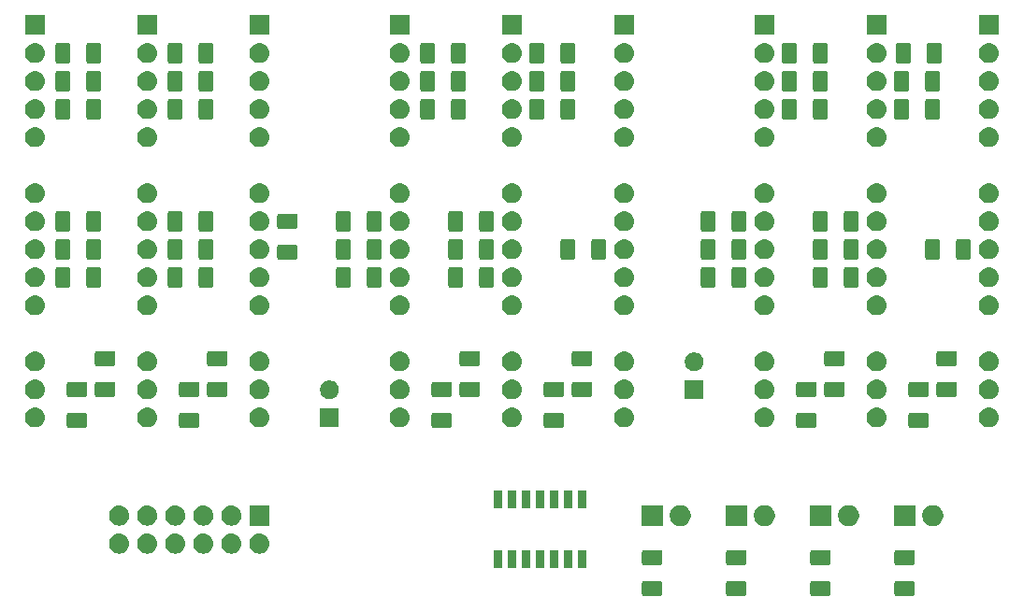
<source format=gbr>
G04 #@! TF.GenerationSoftware,KiCad,Pcbnew,5.0.2+dfsg1-1*
G04 #@! TF.CreationDate,2020-04-17T14:26:07+02:00*
G04 #@! TF.ProjectId,inc-dec,696e632d-6465-4632-9e6b-696361645f70,rev?*
G04 #@! TF.SameCoordinates,Original*
G04 #@! TF.FileFunction,Soldermask,Bot*
G04 #@! TF.FilePolarity,Negative*
%FSLAX46Y46*%
G04 Gerber Fmt 4.6, Leading zero omitted, Abs format (unit mm)*
G04 Created by KiCad (PCBNEW 5.0.2+dfsg1-1) date Fri 17 Apr 2020 02:26:07 PM CEST*
%MOMM*%
%LPD*%
G01*
G04 APERTURE LIST*
%ADD10C,0.100000*%
G04 APERTURE END LIST*
D10*
G36*
X99828604Y-68168347D02*
X99865145Y-68179432D01*
X99898820Y-68197431D01*
X99928341Y-68221659D01*
X99952569Y-68251180D01*
X99970568Y-68284855D01*
X99981653Y-68321396D01*
X99986000Y-68365538D01*
X99986000Y-69314462D01*
X99981653Y-69358604D01*
X99970568Y-69395145D01*
X99952569Y-69428820D01*
X99928341Y-69458341D01*
X99898820Y-69482569D01*
X99865145Y-69500568D01*
X99828604Y-69511653D01*
X99784462Y-69516000D01*
X98335538Y-69516000D01*
X98291396Y-69511653D01*
X98254855Y-69500568D01*
X98221180Y-69482569D01*
X98191659Y-69458341D01*
X98167431Y-69428820D01*
X98149432Y-69395145D01*
X98138347Y-69358604D01*
X98134000Y-69314462D01*
X98134000Y-68365538D01*
X98138347Y-68321396D01*
X98149432Y-68284855D01*
X98167431Y-68251180D01*
X98191659Y-68221659D01*
X98221180Y-68197431D01*
X98254855Y-68179432D01*
X98291396Y-68168347D01*
X98335538Y-68164000D01*
X99784462Y-68164000D01*
X99828604Y-68168347D01*
X99828604Y-68168347D01*
G37*
G36*
X84588604Y-68168347D02*
X84625145Y-68179432D01*
X84658820Y-68197431D01*
X84688341Y-68221659D01*
X84712569Y-68251180D01*
X84730568Y-68284855D01*
X84741653Y-68321396D01*
X84746000Y-68365538D01*
X84746000Y-69314462D01*
X84741653Y-69358604D01*
X84730568Y-69395145D01*
X84712569Y-69428820D01*
X84688341Y-69458341D01*
X84658820Y-69482569D01*
X84625145Y-69500568D01*
X84588604Y-69511653D01*
X84544462Y-69516000D01*
X83095538Y-69516000D01*
X83051396Y-69511653D01*
X83014855Y-69500568D01*
X82981180Y-69482569D01*
X82951659Y-69458341D01*
X82927431Y-69428820D01*
X82909432Y-69395145D01*
X82898347Y-69358604D01*
X82894000Y-69314462D01*
X82894000Y-68365538D01*
X82898347Y-68321396D01*
X82909432Y-68284855D01*
X82927431Y-68251180D01*
X82951659Y-68221659D01*
X82981180Y-68197431D01*
X83014855Y-68179432D01*
X83051396Y-68168347D01*
X83095538Y-68164000D01*
X84544462Y-68164000D01*
X84588604Y-68168347D01*
X84588604Y-68168347D01*
G37*
G36*
X92208604Y-68168347D02*
X92245145Y-68179432D01*
X92278820Y-68197431D01*
X92308341Y-68221659D01*
X92332569Y-68251180D01*
X92350568Y-68284855D01*
X92361653Y-68321396D01*
X92366000Y-68365538D01*
X92366000Y-69314462D01*
X92361653Y-69358604D01*
X92350568Y-69395145D01*
X92332569Y-69428820D01*
X92308341Y-69458341D01*
X92278820Y-69482569D01*
X92245145Y-69500568D01*
X92208604Y-69511653D01*
X92164462Y-69516000D01*
X90715538Y-69516000D01*
X90671396Y-69511653D01*
X90634855Y-69500568D01*
X90601180Y-69482569D01*
X90571659Y-69458341D01*
X90547431Y-69428820D01*
X90529432Y-69395145D01*
X90518347Y-69358604D01*
X90514000Y-69314462D01*
X90514000Y-68365538D01*
X90518347Y-68321396D01*
X90529432Y-68284855D01*
X90547431Y-68251180D01*
X90571659Y-68221659D01*
X90601180Y-68197431D01*
X90634855Y-68179432D01*
X90671396Y-68168347D01*
X90715538Y-68164000D01*
X92164462Y-68164000D01*
X92208604Y-68168347D01*
X92208604Y-68168347D01*
G37*
G36*
X76968604Y-68168347D02*
X77005145Y-68179432D01*
X77038820Y-68197431D01*
X77068341Y-68221659D01*
X77092569Y-68251180D01*
X77110568Y-68284855D01*
X77121653Y-68321396D01*
X77126000Y-68365538D01*
X77126000Y-69314462D01*
X77121653Y-69358604D01*
X77110568Y-69395145D01*
X77092569Y-69428820D01*
X77068341Y-69458341D01*
X77038820Y-69482569D01*
X77005145Y-69500568D01*
X76968604Y-69511653D01*
X76924462Y-69516000D01*
X75475538Y-69516000D01*
X75431396Y-69511653D01*
X75394855Y-69500568D01*
X75361180Y-69482569D01*
X75331659Y-69458341D01*
X75307431Y-69428820D01*
X75289432Y-69395145D01*
X75278347Y-69358604D01*
X75274000Y-69314462D01*
X75274000Y-68365538D01*
X75278347Y-68321396D01*
X75289432Y-68284855D01*
X75307431Y-68251180D01*
X75331659Y-68221659D01*
X75361180Y-68197431D01*
X75394855Y-68179432D01*
X75431396Y-68168347D01*
X75475538Y-68164000D01*
X76924462Y-68164000D01*
X76968604Y-68168347D01*
X76968604Y-68168347D01*
G37*
G36*
X67661000Y-67001000D02*
X66959000Y-67001000D01*
X66959000Y-65399000D01*
X67661000Y-65399000D01*
X67661000Y-67001000D01*
X67661000Y-67001000D01*
G37*
G36*
X62581000Y-67001000D02*
X61879000Y-67001000D01*
X61879000Y-65399000D01*
X62581000Y-65399000D01*
X62581000Y-67001000D01*
X62581000Y-67001000D01*
G37*
G36*
X63851000Y-67001000D02*
X63149000Y-67001000D01*
X63149000Y-65399000D01*
X63851000Y-65399000D01*
X63851000Y-67001000D01*
X63851000Y-67001000D01*
G37*
G36*
X65121000Y-67001000D02*
X64419000Y-67001000D01*
X64419000Y-65399000D01*
X65121000Y-65399000D01*
X65121000Y-67001000D01*
X65121000Y-67001000D01*
G37*
G36*
X66391000Y-67001000D02*
X65689000Y-67001000D01*
X65689000Y-65399000D01*
X66391000Y-65399000D01*
X66391000Y-67001000D01*
X66391000Y-67001000D01*
G37*
G36*
X68931000Y-67001000D02*
X68229000Y-67001000D01*
X68229000Y-65399000D01*
X68931000Y-65399000D01*
X68931000Y-67001000D01*
X68931000Y-67001000D01*
G37*
G36*
X70201000Y-67001000D02*
X69499000Y-67001000D01*
X69499000Y-65399000D01*
X70201000Y-65399000D01*
X70201000Y-67001000D01*
X70201000Y-67001000D01*
G37*
G36*
X92208604Y-65368347D02*
X92245145Y-65379432D01*
X92278820Y-65397431D01*
X92308341Y-65421659D01*
X92332569Y-65451180D01*
X92350568Y-65484855D01*
X92361653Y-65521396D01*
X92366000Y-65565538D01*
X92366000Y-66514462D01*
X92361653Y-66558604D01*
X92350568Y-66595145D01*
X92332569Y-66628820D01*
X92308341Y-66658341D01*
X92278820Y-66682569D01*
X92245145Y-66700568D01*
X92208604Y-66711653D01*
X92164462Y-66716000D01*
X90715538Y-66716000D01*
X90671396Y-66711653D01*
X90634855Y-66700568D01*
X90601180Y-66682569D01*
X90571659Y-66658341D01*
X90547431Y-66628820D01*
X90529432Y-66595145D01*
X90518347Y-66558604D01*
X90514000Y-66514462D01*
X90514000Y-65565538D01*
X90518347Y-65521396D01*
X90529432Y-65484855D01*
X90547431Y-65451180D01*
X90571659Y-65421659D01*
X90601180Y-65397431D01*
X90634855Y-65379432D01*
X90671396Y-65368347D01*
X90715538Y-65364000D01*
X92164462Y-65364000D01*
X92208604Y-65368347D01*
X92208604Y-65368347D01*
G37*
G36*
X99828604Y-65368347D02*
X99865145Y-65379432D01*
X99898820Y-65397431D01*
X99928341Y-65421659D01*
X99952569Y-65451180D01*
X99970568Y-65484855D01*
X99981653Y-65521396D01*
X99986000Y-65565538D01*
X99986000Y-66514462D01*
X99981653Y-66558604D01*
X99970568Y-66595145D01*
X99952569Y-66628820D01*
X99928341Y-66658341D01*
X99898820Y-66682569D01*
X99865145Y-66700568D01*
X99828604Y-66711653D01*
X99784462Y-66716000D01*
X98335538Y-66716000D01*
X98291396Y-66711653D01*
X98254855Y-66700568D01*
X98221180Y-66682569D01*
X98191659Y-66658341D01*
X98167431Y-66628820D01*
X98149432Y-66595145D01*
X98138347Y-66558604D01*
X98134000Y-66514462D01*
X98134000Y-65565538D01*
X98138347Y-65521396D01*
X98149432Y-65484855D01*
X98167431Y-65451180D01*
X98191659Y-65421659D01*
X98221180Y-65397431D01*
X98254855Y-65379432D01*
X98291396Y-65368347D01*
X98335538Y-65364000D01*
X99784462Y-65364000D01*
X99828604Y-65368347D01*
X99828604Y-65368347D01*
G37*
G36*
X84588604Y-65368347D02*
X84625145Y-65379432D01*
X84658820Y-65397431D01*
X84688341Y-65421659D01*
X84712569Y-65451180D01*
X84730568Y-65484855D01*
X84741653Y-65521396D01*
X84746000Y-65565538D01*
X84746000Y-66514462D01*
X84741653Y-66558604D01*
X84730568Y-66595145D01*
X84712569Y-66628820D01*
X84688341Y-66658341D01*
X84658820Y-66682569D01*
X84625145Y-66700568D01*
X84588604Y-66711653D01*
X84544462Y-66716000D01*
X83095538Y-66716000D01*
X83051396Y-66711653D01*
X83014855Y-66700568D01*
X82981180Y-66682569D01*
X82951659Y-66658341D01*
X82927431Y-66628820D01*
X82909432Y-66595145D01*
X82898347Y-66558604D01*
X82894000Y-66514462D01*
X82894000Y-65565538D01*
X82898347Y-65521396D01*
X82909432Y-65484855D01*
X82927431Y-65451180D01*
X82951659Y-65421659D01*
X82981180Y-65397431D01*
X83014855Y-65379432D01*
X83051396Y-65368347D01*
X83095538Y-65364000D01*
X84544462Y-65364000D01*
X84588604Y-65368347D01*
X84588604Y-65368347D01*
G37*
G36*
X76968604Y-65368347D02*
X77005145Y-65379432D01*
X77038820Y-65397431D01*
X77068341Y-65421659D01*
X77092569Y-65451180D01*
X77110568Y-65484855D01*
X77121653Y-65521396D01*
X77126000Y-65565538D01*
X77126000Y-66514462D01*
X77121653Y-66558604D01*
X77110568Y-66595145D01*
X77092569Y-66628820D01*
X77068341Y-66658341D01*
X77038820Y-66682569D01*
X77005145Y-66700568D01*
X76968604Y-66711653D01*
X76924462Y-66716000D01*
X75475538Y-66716000D01*
X75431396Y-66711653D01*
X75394855Y-66700568D01*
X75361180Y-66682569D01*
X75331659Y-66658341D01*
X75307431Y-66628820D01*
X75289432Y-66595145D01*
X75278347Y-66558604D01*
X75274000Y-66514462D01*
X75274000Y-65565538D01*
X75278347Y-65521396D01*
X75289432Y-65484855D01*
X75307431Y-65451180D01*
X75331659Y-65421659D01*
X75361180Y-65397431D01*
X75394855Y-65379432D01*
X75431396Y-65368347D01*
X75475538Y-65364000D01*
X76924462Y-65364000D01*
X76968604Y-65368347D01*
X76968604Y-65368347D01*
G37*
G36*
X30659294Y-63868633D02*
X30831694Y-63920931D01*
X30831696Y-63920932D01*
X30990583Y-64005859D01*
X30990585Y-64005860D01*
X30990584Y-64005860D01*
X31129849Y-64120151D01*
X31244140Y-64259416D01*
X31329069Y-64418306D01*
X31381367Y-64590706D01*
X31399025Y-64770000D01*
X31381367Y-64949294D01*
X31329069Y-65121694D01*
X31329068Y-65121696D01*
X31244141Y-65280583D01*
X31129849Y-65419849D01*
X30990583Y-65534141D01*
X30831696Y-65619068D01*
X30831694Y-65619069D01*
X30659294Y-65671367D01*
X30524931Y-65684600D01*
X30435069Y-65684600D01*
X30300706Y-65671367D01*
X30128306Y-65619069D01*
X30128304Y-65619068D01*
X29969417Y-65534141D01*
X29830151Y-65419849D01*
X29715859Y-65280583D01*
X29630932Y-65121696D01*
X29630931Y-65121694D01*
X29578633Y-64949294D01*
X29560975Y-64770000D01*
X29578633Y-64590706D01*
X29630931Y-64418306D01*
X29715860Y-64259416D01*
X29830151Y-64120151D01*
X29969416Y-64005860D01*
X29969415Y-64005860D01*
X29969417Y-64005859D01*
X30128304Y-63920932D01*
X30128306Y-63920931D01*
X30300706Y-63868633D01*
X30435069Y-63855400D01*
X30524931Y-63855400D01*
X30659294Y-63868633D01*
X30659294Y-63868633D01*
G37*
G36*
X35739294Y-63868633D02*
X35911694Y-63920931D01*
X35911696Y-63920932D01*
X36070583Y-64005859D01*
X36070585Y-64005860D01*
X36070584Y-64005860D01*
X36209849Y-64120151D01*
X36324140Y-64259416D01*
X36409069Y-64418306D01*
X36461367Y-64590706D01*
X36479025Y-64770000D01*
X36461367Y-64949294D01*
X36409069Y-65121694D01*
X36409068Y-65121696D01*
X36324141Y-65280583D01*
X36209849Y-65419849D01*
X36070583Y-65534141D01*
X35911696Y-65619068D01*
X35911694Y-65619069D01*
X35739294Y-65671367D01*
X35604931Y-65684600D01*
X35515069Y-65684600D01*
X35380706Y-65671367D01*
X35208306Y-65619069D01*
X35208304Y-65619068D01*
X35049417Y-65534141D01*
X34910151Y-65419849D01*
X34795859Y-65280583D01*
X34710932Y-65121696D01*
X34710931Y-65121694D01*
X34658633Y-64949294D01*
X34640975Y-64770000D01*
X34658633Y-64590706D01*
X34710931Y-64418306D01*
X34795860Y-64259416D01*
X34910151Y-64120151D01*
X35049416Y-64005860D01*
X35049415Y-64005860D01*
X35049417Y-64005859D01*
X35208304Y-63920932D01*
X35208306Y-63920931D01*
X35380706Y-63868633D01*
X35515069Y-63855400D01*
X35604931Y-63855400D01*
X35739294Y-63868633D01*
X35739294Y-63868633D01*
G37*
G36*
X33199294Y-63868633D02*
X33371694Y-63920931D01*
X33371696Y-63920932D01*
X33530583Y-64005859D01*
X33530585Y-64005860D01*
X33530584Y-64005860D01*
X33669849Y-64120151D01*
X33784140Y-64259416D01*
X33869069Y-64418306D01*
X33921367Y-64590706D01*
X33939025Y-64770000D01*
X33921367Y-64949294D01*
X33869069Y-65121694D01*
X33869068Y-65121696D01*
X33784141Y-65280583D01*
X33669849Y-65419849D01*
X33530583Y-65534141D01*
X33371696Y-65619068D01*
X33371694Y-65619069D01*
X33199294Y-65671367D01*
X33064931Y-65684600D01*
X32975069Y-65684600D01*
X32840706Y-65671367D01*
X32668306Y-65619069D01*
X32668304Y-65619068D01*
X32509417Y-65534141D01*
X32370151Y-65419849D01*
X32255859Y-65280583D01*
X32170932Y-65121696D01*
X32170931Y-65121694D01*
X32118633Y-64949294D01*
X32100975Y-64770000D01*
X32118633Y-64590706D01*
X32170931Y-64418306D01*
X32255860Y-64259416D01*
X32370151Y-64120151D01*
X32509416Y-64005860D01*
X32509415Y-64005860D01*
X32509417Y-64005859D01*
X32668304Y-63920932D01*
X32668306Y-63920931D01*
X32840706Y-63868633D01*
X32975069Y-63855400D01*
X33064931Y-63855400D01*
X33199294Y-63868633D01*
X33199294Y-63868633D01*
G37*
G36*
X28119294Y-63868633D02*
X28291694Y-63920931D01*
X28291696Y-63920932D01*
X28450583Y-64005859D01*
X28450585Y-64005860D01*
X28450584Y-64005860D01*
X28589849Y-64120151D01*
X28704140Y-64259416D01*
X28789069Y-64418306D01*
X28841367Y-64590706D01*
X28859025Y-64770000D01*
X28841367Y-64949294D01*
X28789069Y-65121694D01*
X28789068Y-65121696D01*
X28704141Y-65280583D01*
X28589849Y-65419849D01*
X28450583Y-65534141D01*
X28291696Y-65619068D01*
X28291694Y-65619069D01*
X28119294Y-65671367D01*
X27984931Y-65684600D01*
X27895069Y-65684600D01*
X27760706Y-65671367D01*
X27588306Y-65619069D01*
X27588304Y-65619068D01*
X27429417Y-65534141D01*
X27290151Y-65419849D01*
X27175859Y-65280583D01*
X27090932Y-65121696D01*
X27090931Y-65121694D01*
X27038633Y-64949294D01*
X27020975Y-64770000D01*
X27038633Y-64590706D01*
X27090931Y-64418306D01*
X27175860Y-64259416D01*
X27290151Y-64120151D01*
X27429416Y-64005860D01*
X27429415Y-64005860D01*
X27429417Y-64005859D01*
X27588304Y-63920932D01*
X27588306Y-63920931D01*
X27760706Y-63868633D01*
X27895069Y-63855400D01*
X27984931Y-63855400D01*
X28119294Y-63868633D01*
X28119294Y-63868633D01*
G37*
G36*
X38279294Y-63868633D02*
X38451694Y-63920931D01*
X38451696Y-63920932D01*
X38610583Y-64005859D01*
X38610585Y-64005860D01*
X38610584Y-64005860D01*
X38749849Y-64120151D01*
X38864140Y-64259416D01*
X38949069Y-64418306D01*
X39001367Y-64590706D01*
X39019025Y-64770000D01*
X39001367Y-64949294D01*
X38949069Y-65121694D01*
X38949068Y-65121696D01*
X38864141Y-65280583D01*
X38749849Y-65419849D01*
X38610583Y-65534141D01*
X38451696Y-65619068D01*
X38451694Y-65619069D01*
X38279294Y-65671367D01*
X38144931Y-65684600D01*
X38055069Y-65684600D01*
X37920706Y-65671367D01*
X37748306Y-65619069D01*
X37748304Y-65619068D01*
X37589417Y-65534141D01*
X37450151Y-65419849D01*
X37335859Y-65280583D01*
X37250932Y-65121696D01*
X37250931Y-65121694D01*
X37198633Y-64949294D01*
X37180975Y-64770000D01*
X37198633Y-64590706D01*
X37250931Y-64418306D01*
X37335860Y-64259416D01*
X37450151Y-64120151D01*
X37589416Y-64005860D01*
X37589415Y-64005860D01*
X37589417Y-64005859D01*
X37748304Y-63920932D01*
X37748306Y-63920931D01*
X37920706Y-63868633D01*
X38055069Y-63855400D01*
X38144931Y-63855400D01*
X38279294Y-63868633D01*
X38279294Y-63868633D01*
G37*
G36*
X40819294Y-63868633D02*
X40991694Y-63920931D01*
X40991696Y-63920932D01*
X41150583Y-64005859D01*
X41150585Y-64005860D01*
X41150584Y-64005860D01*
X41289849Y-64120151D01*
X41404140Y-64259416D01*
X41489069Y-64418306D01*
X41541367Y-64590706D01*
X41559025Y-64770000D01*
X41541367Y-64949294D01*
X41489069Y-65121694D01*
X41489068Y-65121696D01*
X41404141Y-65280583D01*
X41289849Y-65419849D01*
X41150583Y-65534141D01*
X40991696Y-65619068D01*
X40991694Y-65619069D01*
X40819294Y-65671367D01*
X40684931Y-65684600D01*
X40595069Y-65684600D01*
X40460706Y-65671367D01*
X40288306Y-65619069D01*
X40288304Y-65619068D01*
X40129417Y-65534141D01*
X39990151Y-65419849D01*
X39875859Y-65280583D01*
X39790932Y-65121696D01*
X39790931Y-65121694D01*
X39738633Y-64949294D01*
X39720975Y-64770000D01*
X39738633Y-64590706D01*
X39790931Y-64418306D01*
X39875860Y-64259416D01*
X39990151Y-64120151D01*
X40129416Y-64005860D01*
X40129415Y-64005860D01*
X40129417Y-64005859D01*
X40288304Y-63920932D01*
X40288306Y-63920931D01*
X40460706Y-63868633D01*
X40595069Y-63855400D01*
X40684931Y-63855400D01*
X40819294Y-63868633D01*
X40819294Y-63868633D01*
G37*
G36*
X100011000Y-63181000D02*
X98109000Y-63181000D01*
X98109000Y-61279000D01*
X100011000Y-61279000D01*
X100011000Y-63181000D01*
X100011000Y-63181000D01*
G37*
G36*
X77151000Y-63181000D02*
X75249000Y-63181000D01*
X75249000Y-61279000D01*
X77151000Y-61279000D01*
X77151000Y-63181000D01*
X77151000Y-63181000D01*
G37*
G36*
X86637396Y-61315546D02*
X86810466Y-61387234D01*
X86966230Y-61491312D01*
X87098688Y-61623770D01*
X87202766Y-61779534D01*
X87274454Y-61952604D01*
X87311000Y-62136333D01*
X87311000Y-62323667D01*
X87274454Y-62507396D01*
X87202766Y-62680466D01*
X87098688Y-62836230D01*
X86966230Y-62968688D01*
X86810466Y-63072766D01*
X86637396Y-63144454D01*
X86453667Y-63181000D01*
X86266333Y-63181000D01*
X86082604Y-63144454D01*
X85909534Y-63072766D01*
X85753770Y-62968688D01*
X85621312Y-62836230D01*
X85517234Y-62680466D01*
X85445546Y-62507396D01*
X85409000Y-62323667D01*
X85409000Y-62136333D01*
X85445546Y-61952604D01*
X85517234Y-61779534D01*
X85621312Y-61623770D01*
X85753770Y-61491312D01*
X85909534Y-61387234D01*
X86082604Y-61315546D01*
X86266333Y-61279000D01*
X86453667Y-61279000D01*
X86637396Y-61315546D01*
X86637396Y-61315546D01*
G37*
G36*
X84771000Y-63181000D02*
X82869000Y-63181000D01*
X82869000Y-61279000D01*
X84771000Y-61279000D01*
X84771000Y-63181000D01*
X84771000Y-63181000D01*
G37*
G36*
X92391000Y-63181000D02*
X90489000Y-63181000D01*
X90489000Y-61279000D01*
X92391000Y-61279000D01*
X92391000Y-63181000D01*
X92391000Y-63181000D01*
G37*
G36*
X94257396Y-61315546D02*
X94430466Y-61387234D01*
X94586230Y-61491312D01*
X94718688Y-61623770D01*
X94822766Y-61779534D01*
X94894454Y-61952604D01*
X94931000Y-62136333D01*
X94931000Y-62323667D01*
X94894454Y-62507396D01*
X94822766Y-62680466D01*
X94718688Y-62836230D01*
X94586230Y-62968688D01*
X94430466Y-63072766D01*
X94257396Y-63144454D01*
X94073667Y-63181000D01*
X93886333Y-63181000D01*
X93702604Y-63144454D01*
X93529534Y-63072766D01*
X93373770Y-62968688D01*
X93241312Y-62836230D01*
X93137234Y-62680466D01*
X93065546Y-62507396D01*
X93029000Y-62323667D01*
X93029000Y-62136333D01*
X93065546Y-61952604D01*
X93137234Y-61779534D01*
X93241312Y-61623770D01*
X93373770Y-61491312D01*
X93529534Y-61387234D01*
X93702604Y-61315546D01*
X93886333Y-61279000D01*
X94073667Y-61279000D01*
X94257396Y-61315546D01*
X94257396Y-61315546D01*
G37*
G36*
X101877396Y-61315546D02*
X102050466Y-61387234D01*
X102206230Y-61491312D01*
X102338688Y-61623770D01*
X102442766Y-61779534D01*
X102514454Y-61952604D01*
X102551000Y-62136333D01*
X102551000Y-62323667D01*
X102514454Y-62507396D01*
X102442766Y-62680466D01*
X102338688Y-62836230D01*
X102206230Y-62968688D01*
X102050466Y-63072766D01*
X101877396Y-63144454D01*
X101693667Y-63181000D01*
X101506333Y-63181000D01*
X101322604Y-63144454D01*
X101149534Y-63072766D01*
X100993770Y-62968688D01*
X100861312Y-62836230D01*
X100757234Y-62680466D01*
X100685546Y-62507396D01*
X100649000Y-62323667D01*
X100649000Y-62136333D01*
X100685546Y-61952604D01*
X100757234Y-61779534D01*
X100861312Y-61623770D01*
X100993770Y-61491312D01*
X101149534Y-61387234D01*
X101322604Y-61315546D01*
X101506333Y-61279000D01*
X101693667Y-61279000D01*
X101877396Y-61315546D01*
X101877396Y-61315546D01*
G37*
G36*
X79017396Y-61315546D02*
X79190466Y-61387234D01*
X79346230Y-61491312D01*
X79478688Y-61623770D01*
X79582766Y-61779534D01*
X79654454Y-61952604D01*
X79691000Y-62136333D01*
X79691000Y-62323667D01*
X79654454Y-62507396D01*
X79582766Y-62680466D01*
X79478688Y-62836230D01*
X79346230Y-62968688D01*
X79190466Y-63072766D01*
X79017396Y-63144454D01*
X78833667Y-63181000D01*
X78646333Y-63181000D01*
X78462604Y-63144454D01*
X78289534Y-63072766D01*
X78133770Y-62968688D01*
X78001312Y-62836230D01*
X77897234Y-62680466D01*
X77825546Y-62507396D01*
X77789000Y-62323667D01*
X77789000Y-62136333D01*
X77825546Y-61952604D01*
X77897234Y-61779534D01*
X78001312Y-61623770D01*
X78133770Y-61491312D01*
X78289534Y-61387234D01*
X78462604Y-61315546D01*
X78646333Y-61279000D01*
X78833667Y-61279000D01*
X79017396Y-61315546D01*
X79017396Y-61315546D01*
G37*
G36*
X28119294Y-61328633D02*
X28291694Y-61380931D01*
X28291696Y-61380932D01*
X28450583Y-61465859D01*
X28589849Y-61580151D01*
X28704141Y-61719417D01*
X28736274Y-61779534D01*
X28789069Y-61878306D01*
X28841367Y-62050706D01*
X28859025Y-62230000D01*
X28841367Y-62409294D01*
X28811607Y-62507396D01*
X28789068Y-62581696D01*
X28704141Y-62740583D01*
X28589849Y-62879849D01*
X28450583Y-62994141D01*
X28303488Y-63072765D01*
X28291694Y-63079069D01*
X28119294Y-63131367D01*
X27984931Y-63144600D01*
X27895069Y-63144600D01*
X27760706Y-63131367D01*
X27588306Y-63079069D01*
X27576512Y-63072765D01*
X27429417Y-62994141D01*
X27290151Y-62879849D01*
X27175859Y-62740583D01*
X27090932Y-62581696D01*
X27068393Y-62507396D01*
X27038633Y-62409294D01*
X27020975Y-62230000D01*
X27038633Y-62050706D01*
X27090931Y-61878306D01*
X27143726Y-61779534D01*
X27175859Y-61719417D01*
X27290151Y-61580151D01*
X27429417Y-61465859D01*
X27588304Y-61380932D01*
X27588306Y-61380931D01*
X27760706Y-61328633D01*
X27895069Y-61315400D01*
X27984931Y-61315400D01*
X28119294Y-61328633D01*
X28119294Y-61328633D01*
G37*
G36*
X30659294Y-61328633D02*
X30831694Y-61380931D01*
X30831696Y-61380932D01*
X30990583Y-61465859D01*
X31129849Y-61580151D01*
X31244141Y-61719417D01*
X31276274Y-61779534D01*
X31329069Y-61878306D01*
X31381367Y-62050706D01*
X31399025Y-62230000D01*
X31381367Y-62409294D01*
X31351607Y-62507396D01*
X31329068Y-62581696D01*
X31244141Y-62740583D01*
X31129849Y-62879849D01*
X30990583Y-62994141D01*
X30843488Y-63072765D01*
X30831694Y-63079069D01*
X30659294Y-63131367D01*
X30524931Y-63144600D01*
X30435069Y-63144600D01*
X30300706Y-63131367D01*
X30128306Y-63079069D01*
X30116512Y-63072765D01*
X29969417Y-62994141D01*
X29830151Y-62879849D01*
X29715859Y-62740583D01*
X29630932Y-62581696D01*
X29608393Y-62507396D01*
X29578633Y-62409294D01*
X29560975Y-62230000D01*
X29578633Y-62050706D01*
X29630931Y-61878306D01*
X29683726Y-61779534D01*
X29715859Y-61719417D01*
X29830151Y-61580151D01*
X29969417Y-61465859D01*
X30128304Y-61380932D01*
X30128306Y-61380931D01*
X30300706Y-61328633D01*
X30435069Y-61315400D01*
X30524931Y-61315400D01*
X30659294Y-61328633D01*
X30659294Y-61328633D01*
G37*
G36*
X33199294Y-61328633D02*
X33371694Y-61380931D01*
X33371696Y-61380932D01*
X33530583Y-61465859D01*
X33669849Y-61580151D01*
X33784141Y-61719417D01*
X33816274Y-61779534D01*
X33869069Y-61878306D01*
X33921367Y-62050706D01*
X33939025Y-62230000D01*
X33921367Y-62409294D01*
X33891607Y-62507396D01*
X33869068Y-62581696D01*
X33784141Y-62740583D01*
X33669849Y-62879849D01*
X33530583Y-62994141D01*
X33383488Y-63072765D01*
X33371694Y-63079069D01*
X33199294Y-63131367D01*
X33064931Y-63144600D01*
X32975069Y-63144600D01*
X32840706Y-63131367D01*
X32668306Y-63079069D01*
X32656512Y-63072765D01*
X32509417Y-62994141D01*
X32370151Y-62879849D01*
X32255859Y-62740583D01*
X32170932Y-62581696D01*
X32148393Y-62507396D01*
X32118633Y-62409294D01*
X32100975Y-62230000D01*
X32118633Y-62050706D01*
X32170931Y-61878306D01*
X32223726Y-61779534D01*
X32255859Y-61719417D01*
X32370151Y-61580151D01*
X32509417Y-61465859D01*
X32668304Y-61380932D01*
X32668306Y-61380931D01*
X32840706Y-61328633D01*
X32975069Y-61315400D01*
X33064931Y-61315400D01*
X33199294Y-61328633D01*
X33199294Y-61328633D01*
G37*
G36*
X35739294Y-61328633D02*
X35911694Y-61380931D01*
X35911696Y-61380932D01*
X36070583Y-61465859D01*
X36209849Y-61580151D01*
X36324141Y-61719417D01*
X36356274Y-61779534D01*
X36409069Y-61878306D01*
X36461367Y-62050706D01*
X36479025Y-62230000D01*
X36461367Y-62409294D01*
X36431607Y-62507396D01*
X36409068Y-62581696D01*
X36324141Y-62740583D01*
X36209849Y-62879849D01*
X36070583Y-62994141D01*
X35923488Y-63072765D01*
X35911694Y-63079069D01*
X35739294Y-63131367D01*
X35604931Y-63144600D01*
X35515069Y-63144600D01*
X35380706Y-63131367D01*
X35208306Y-63079069D01*
X35196512Y-63072765D01*
X35049417Y-62994141D01*
X34910151Y-62879849D01*
X34795859Y-62740583D01*
X34710932Y-62581696D01*
X34688393Y-62507396D01*
X34658633Y-62409294D01*
X34640975Y-62230000D01*
X34658633Y-62050706D01*
X34710931Y-61878306D01*
X34763726Y-61779534D01*
X34795859Y-61719417D01*
X34910151Y-61580151D01*
X35049417Y-61465859D01*
X35208304Y-61380932D01*
X35208306Y-61380931D01*
X35380706Y-61328633D01*
X35515069Y-61315400D01*
X35604931Y-61315400D01*
X35739294Y-61328633D01*
X35739294Y-61328633D01*
G37*
G36*
X38279294Y-61328633D02*
X38451694Y-61380931D01*
X38451696Y-61380932D01*
X38610583Y-61465859D01*
X38749849Y-61580151D01*
X38864141Y-61719417D01*
X38896274Y-61779534D01*
X38949069Y-61878306D01*
X39001367Y-62050706D01*
X39019025Y-62230000D01*
X39001367Y-62409294D01*
X38971607Y-62507396D01*
X38949068Y-62581696D01*
X38864141Y-62740583D01*
X38749849Y-62879849D01*
X38610583Y-62994141D01*
X38463488Y-63072765D01*
X38451694Y-63079069D01*
X38279294Y-63131367D01*
X38144931Y-63144600D01*
X38055069Y-63144600D01*
X37920706Y-63131367D01*
X37748306Y-63079069D01*
X37736512Y-63072765D01*
X37589417Y-62994141D01*
X37450151Y-62879849D01*
X37335859Y-62740583D01*
X37250932Y-62581696D01*
X37228393Y-62507396D01*
X37198633Y-62409294D01*
X37180975Y-62230000D01*
X37198633Y-62050706D01*
X37250931Y-61878306D01*
X37303726Y-61779534D01*
X37335859Y-61719417D01*
X37450151Y-61580151D01*
X37589417Y-61465859D01*
X37748304Y-61380932D01*
X37748306Y-61380931D01*
X37920706Y-61328633D01*
X38055069Y-61315400D01*
X38144931Y-61315400D01*
X38279294Y-61328633D01*
X38279294Y-61328633D01*
G37*
G36*
X41554600Y-63144600D02*
X39725400Y-63144600D01*
X39725400Y-61315400D01*
X41554600Y-61315400D01*
X41554600Y-63144600D01*
X41554600Y-63144600D01*
G37*
G36*
X70201000Y-61601000D02*
X69499000Y-61601000D01*
X69499000Y-59999000D01*
X70201000Y-59999000D01*
X70201000Y-61601000D01*
X70201000Y-61601000D01*
G37*
G36*
X63851000Y-61601000D02*
X63149000Y-61601000D01*
X63149000Y-59999000D01*
X63851000Y-59999000D01*
X63851000Y-61601000D01*
X63851000Y-61601000D01*
G37*
G36*
X68931000Y-61601000D02*
X68229000Y-61601000D01*
X68229000Y-59999000D01*
X68931000Y-59999000D01*
X68931000Y-61601000D01*
X68931000Y-61601000D01*
G37*
G36*
X67661000Y-61601000D02*
X66959000Y-61601000D01*
X66959000Y-59999000D01*
X67661000Y-59999000D01*
X67661000Y-61601000D01*
X67661000Y-61601000D01*
G37*
G36*
X65121000Y-61601000D02*
X64419000Y-61601000D01*
X64419000Y-59999000D01*
X65121000Y-59999000D01*
X65121000Y-61601000D01*
X65121000Y-61601000D01*
G37*
G36*
X62581000Y-61601000D02*
X61879000Y-61601000D01*
X61879000Y-59999000D01*
X62581000Y-59999000D01*
X62581000Y-61601000D01*
X62581000Y-61601000D01*
G37*
G36*
X66391000Y-61601000D02*
X65689000Y-61601000D01*
X65689000Y-59999000D01*
X66391000Y-59999000D01*
X66391000Y-61601000D01*
X66391000Y-61601000D01*
G37*
G36*
X57918604Y-52928347D02*
X57955145Y-52939432D01*
X57988820Y-52957431D01*
X58018341Y-52981659D01*
X58042569Y-53011180D01*
X58060568Y-53044855D01*
X58071653Y-53081396D01*
X58076000Y-53125538D01*
X58076000Y-54074462D01*
X58071653Y-54118604D01*
X58060568Y-54155145D01*
X58042569Y-54188820D01*
X58018341Y-54218341D01*
X57988820Y-54242569D01*
X57955145Y-54260568D01*
X57918604Y-54271653D01*
X57874462Y-54276000D01*
X56425538Y-54276000D01*
X56381396Y-54271653D01*
X56344855Y-54260568D01*
X56311180Y-54242569D01*
X56281659Y-54218341D01*
X56257431Y-54188820D01*
X56239432Y-54155145D01*
X56228347Y-54118604D01*
X56224000Y-54074462D01*
X56224000Y-53125538D01*
X56228347Y-53081396D01*
X56239432Y-53044855D01*
X56257431Y-53011180D01*
X56281659Y-52981659D01*
X56311180Y-52957431D01*
X56344855Y-52939432D01*
X56381396Y-52928347D01*
X56425538Y-52924000D01*
X57874462Y-52924000D01*
X57918604Y-52928347D01*
X57918604Y-52928347D01*
G37*
G36*
X35058604Y-52928347D02*
X35095145Y-52939432D01*
X35128820Y-52957431D01*
X35158341Y-52981659D01*
X35182569Y-53011180D01*
X35200568Y-53044855D01*
X35211653Y-53081396D01*
X35216000Y-53125538D01*
X35216000Y-54074462D01*
X35211653Y-54118604D01*
X35200568Y-54155145D01*
X35182569Y-54188820D01*
X35158341Y-54218341D01*
X35128820Y-54242569D01*
X35095145Y-54260568D01*
X35058604Y-54271653D01*
X35014462Y-54276000D01*
X33565538Y-54276000D01*
X33521396Y-54271653D01*
X33484855Y-54260568D01*
X33451180Y-54242569D01*
X33421659Y-54218341D01*
X33397431Y-54188820D01*
X33379432Y-54155145D01*
X33368347Y-54118604D01*
X33364000Y-54074462D01*
X33364000Y-53125538D01*
X33368347Y-53081396D01*
X33379432Y-53044855D01*
X33397431Y-53011180D01*
X33421659Y-52981659D01*
X33451180Y-52957431D01*
X33484855Y-52939432D01*
X33521396Y-52928347D01*
X33565538Y-52924000D01*
X35014462Y-52924000D01*
X35058604Y-52928347D01*
X35058604Y-52928347D01*
G37*
G36*
X24898604Y-52928347D02*
X24935145Y-52939432D01*
X24968820Y-52957431D01*
X24998341Y-52981659D01*
X25022569Y-53011180D01*
X25040568Y-53044855D01*
X25051653Y-53081396D01*
X25056000Y-53125538D01*
X25056000Y-54074462D01*
X25051653Y-54118604D01*
X25040568Y-54155145D01*
X25022569Y-54188820D01*
X24998341Y-54218341D01*
X24968820Y-54242569D01*
X24935145Y-54260568D01*
X24898604Y-54271653D01*
X24854462Y-54276000D01*
X23405538Y-54276000D01*
X23361396Y-54271653D01*
X23324855Y-54260568D01*
X23291180Y-54242569D01*
X23261659Y-54218341D01*
X23237431Y-54188820D01*
X23219432Y-54155145D01*
X23208347Y-54118604D01*
X23204000Y-54074462D01*
X23204000Y-53125538D01*
X23208347Y-53081396D01*
X23219432Y-53044855D01*
X23237431Y-53011180D01*
X23261659Y-52981659D01*
X23291180Y-52957431D01*
X23324855Y-52939432D01*
X23361396Y-52928347D01*
X23405538Y-52924000D01*
X24854462Y-52924000D01*
X24898604Y-52928347D01*
X24898604Y-52928347D01*
G37*
G36*
X68078604Y-52928347D02*
X68115145Y-52939432D01*
X68148820Y-52957431D01*
X68178341Y-52981659D01*
X68202569Y-53011180D01*
X68220568Y-53044855D01*
X68231653Y-53081396D01*
X68236000Y-53125538D01*
X68236000Y-54074462D01*
X68231653Y-54118604D01*
X68220568Y-54155145D01*
X68202569Y-54188820D01*
X68178341Y-54218341D01*
X68148820Y-54242569D01*
X68115145Y-54260568D01*
X68078604Y-54271653D01*
X68034462Y-54276000D01*
X66585538Y-54276000D01*
X66541396Y-54271653D01*
X66504855Y-54260568D01*
X66471180Y-54242569D01*
X66441659Y-54218341D01*
X66417431Y-54188820D01*
X66399432Y-54155145D01*
X66388347Y-54118604D01*
X66384000Y-54074462D01*
X66384000Y-53125538D01*
X66388347Y-53081396D01*
X66399432Y-53044855D01*
X66417431Y-53011180D01*
X66441659Y-52981659D01*
X66471180Y-52957431D01*
X66504855Y-52939432D01*
X66541396Y-52928347D01*
X66585538Y-52924000D01*
X68034462Y-52924000D01*
X68078604Y-52928347D01*
X68078604Y-52928347D01*
G37*
G36*
X90938604Y-52928347D02*
X90975145Y-52939432D01*
X91008820Y-52957431D01*
X91038341Y-52981659D01*
X91062569Y-53011180D01*
X91080568Y-53044855D01*
X91091653Y-53081396D01*
X91096000Y-53125538D01*
X91096000Y-54074462D01*
X91091653Y-54118604D01*
X91080568Y-54155145D01*
X91062569Y-54188820D01*
X91038341Y-54218341D01*
X91008820Y-54242569D01*
X90975145Y-54260568D01*
X90938604Y-54271653D01*
X90894462Y-54276000D01*
X89445538Y-54276000D01*
X89401396Y-54271653D01*
X89364855Y-54260568D01*
X89331180Y-54242569D01*
X89301659Y-54218341D01*
X89277431Y-54188820D01*
X89259432Y-54155145D01*
X89248347Y-54118604D01*
X89244000Y-54074462D01*
X89244000Y-53125538D01*
X89248347Y-53081396D01*
X89259432Y-53044855D01*
X89277431Y-53011180D01*
X89301659Y-52981659D01*
X89331180Y-52957431D01*
X89364855Y-52939432D01*
X89401396Y-52928347D01*
X89445538Y-52924000D01*
X90894462Y-52924000D01*
X90938604Y-52928347D01*
X90938604Y-52928347D01*
G37*
G36*
X101098604Y-52928347D02*
X101135145Y-52939432D01*
X101168820Y-52957431D01*
X101198341Y-52981659D01*
X101222569Y-53011180D01*
X101240568Y-53044855D01*
X101251653Y-53081396D01*
X101256000Y-53125538D01*
X101256000Y-54074462D01*
X101251653Y-54118604D01*
X101240568Y-54155145D01*
X101222569Y-54188820D01*
X101198341Y-54218341D01*
X101168820Y-54242569D01*
X101135145Y-54260568D01*
X101098604Y-54271653D01*
X101054462Y-54276000D01*
X99605538Y-54276000D01*
X99561396Y-54271653D01*
X99524855Y-54260568D01*
X99491180Y-54242569D01*
X99461659Y-54218341D01*
X99437431Y-54188820D01*
X99419432Y-54155145D01*
X99408347Y-54118604D01*
X99404000Y-54074462D01*
X99404000Y-53125538D01*
X99408347Y-53081396D01*
X99419432Y-53044855D01*
X99437431Y-53011180D01*
X99461659Y-52981659D01*
X99491180Y-52957431D01*
X99524855Y-52939432D01*
X99561396Y-52928347D01*
X99605538Y-52924000D01*
X101054462Y-52924000D01*
X101098604Y-52928347D01*
X101098604Y-52928347D01*
G37*
G36*
X40750443Y-52445519D02*
X40816627Y-52452037D01*
X40929853Y-52486384D01*
X40986467Y-52503557D01*
X41125087Y-52577652D01*
X41142991Y-52587222D01*
X41178729Y-52616552D01*
X41280186Y-52699814D01*
X41363448Y-52801271D01*
X41392778Y-52837009D01*
X41392779Y-52837011D01*
X41476443Y-52993533D01*
X41476443Y-52993534D01*
X41527963Y-53163373D01*
X41545359Y-53340000D01*
X41527963Y-53516627D01*
X41493616Y-53629853D01*
X41476443Y-53686467D01*
X41402348Y-53825087D01*
X41392778Y-53842991D01*
X41363448Y-53878729D01*
X41280186Y-53980186D01*
X41184939Y-54058352D01*
X41142991Y-54092778D01*
X41142989Y-54092779D01*
X40986467Y-54176443D01*
X40938478Y-54191000D01*
X40816627Y-54227963D01*
X40750442Y-54234482D01*
X40684260Y-54241000D01*
X40595740Y-54241000D01*
X40529558Y-54234482D01*
X40463373Y-54227963D01*
X40341522Y-54191000D01*
X40293533Y-54176443D01*
X40137011Y-54092779D01*
X40137009Y-54092778D01*
X40095061Y-54058352D01*
X39999814Y-53980186D01*
X39916552Y-53878729D01*
X39887222Y-53842991D01*
X39877652Y-53825087D01*
X39803557Y-53686467D01*
X39786384Y-53629853D01*
X39752037Y-53516627D01*
X39734641Y-53340000D01*
X39752037Y-53163373D01*
X39803557Y-52993534D01*
X39803557Y-52993533D01*
X39887221Y-52837011D01*
X39887222Y-52837009D01*
X39916552Y-52801271D01*
X39999814Y-52699814D01*
X40101271Y-52616552D01*
X40137009Y-52587222D01*
X40154913Y-52577652D01*
X40293533Y-52503557D01*
X40350147Y-52486384D01*
X40463373Y-52452037D01*
X40529558Y-52445518D01*
X40595740Y-52439000D01*
X40684260Y-52439000D01*
X40750443Y-52445519D01*
X40750443Y-52445519D01*
G37*
G36*
X20430443Y-52445519D02*
X20496627Y-52452037D01*
X20609853Y-52486384D01*
X20666467Y-52503557D01*
X20805087Y-52577652D01*
X20822991Y-52587222D01*
X20858729Y-52616552D01*
X20960186Y-52699814D01*
X21043448Y-52801271D01*
X21072778Y-52837009D01*
X21072779Y-52837011D01*
X21156443Y-52993533D01*
X21156443Y-52993534D01*
X21207963Y-53163373D01*
X21225359Y-53340000D01*
X21207963Y-53516627D01*
X21173616Y-53629853D01*
X21156443Y-53686467D01*
X21082348Y-53825087D01*
X21072778Y-53842991D01*
X21043448Y-53878729D01*
X20960186Y-53980186D01*
X20864939Y-54058352D01*
X20822991Y-54092778D01*
X20822989Y-54092779D01*
X20666467Y-54176443D01*
X20618478Y-54191000D01*
X20496627Y-54227963D01*
X20430442Y-54234482D01*
X20364260Y-54241000D01*
X20275740Y-54241000D01*
X20209558Y-54234482D01*
X20143373Y-54227963D01*
X20021522Y-54191000D01*
X19973533Y-54176443D01*
X19817011Y-54092779D01*
X19817009Y-54092778D01*
X19775061Y-54058352D01*
X19679814Y-53980186D01*
X19596552Y-53878729D01*
X19567222Y-53842991D01*
X19557652Y-53825087D01*
X19483557Y-53686467D01*
X19466384Y-53629853D01*
X19432037Y-53516627D01*
X19414641Y-53340000D01*
X19432037Y-53163373D01*
X19483557Y-52993534D01*
X19483557Y-52993533D01*
X19567221Y-52837011D01*
X19567222Y-52837009D01*
X19596552Y-52801271D01*
X19679814Y-52699814D01*
X19781271Y-52616552D01*
X19817009Y-52587222D01*
X19834913Y-52577652D01*
X19973533Y-52503557D01*
X20030147Y-52486384D01*
X20143373Y-52452037D01*
X20209558Y-52445518D01*
X20275740Y-52439000D01*
X20364260Y-52439000D01*
X20430443Y-52445519D01*
X20430443Y-52445519D01*
G37*
G36*
X30590443Y-52445519D02*
X30656627Y-52452037D01*
X30769853Y-52486384D01*
X30826467Y-52503557D01*
X30965087Y-52577652D01*
X30982991Y-52587222D01*
X31018729Y-52616552D01*
X31120186Y-52699814D01*
X31203448Y-52801271D01*
X31232778Y-52837009D01*
X31232779Y-52837011D01*
X31316443Y-52993533D01*
X31316443Y-52993534D01*
X31367963Y-53163373D01*
X31385359Y-53340000D01*
X31367963Y-53516627D01*
X31333616Y-53629853D01*
X31316443Y-53686467D01*
X31242348Y-53825087D01*
X31232778Y-53842991D01*
X31203448Y-53878729D01*
X31120186Y-53980186D01*
X31024939Y-54058352D01*
X30982991Y-54092778D01*
X30982989Y-54092779D01*
X30826467Y-54176443D01*
X30778478Y-54191000D01*
X30656627Y-54227963D01*
X30590442Y-54234482D01*
X30524260Y-54241000D01*
X30435740Y-54241000D01*
X30369558Y-54234482D01*
X30303373Y-54227963D01*
X30181522Y-54191000D01*
X30133533Y-54176443D01*
X29977011Y-54092779D01*
X29977009Y-54092778D01*
X29935061Y-54058352D01*
X29839814Y-53980186D01*
X29756552Y-53878729D01*
X29727222Y-53842991D01*
X29717652Y-53825087D01*
X29643557Y-53686467D01*
X29626384Y-53629853D01*
X29592037Y-53516627D01*
X29574641Y-53340000D01*
X29592037Y-53163373D01*
X29643557Y-52993534D01*
X29643557Y-52993533D01*
X29727221Y-52837011D01*
X29727222Y-52837009D01*
X29756552Y-52801271D01*
X29839814Y-52699814D01*
X29941271Y-52616552D01*
X29977009Y-52587222D01*
X29994913Y-52577652D01*
X30133533Y-52503557D01*
X30190147Y-52486384D01*
X30303373Y-52452037D01*
X30369558Y-52445518D01*
X30435740Y-52439000D01*
X30524260Y-52439000D01*
X30590443Y-52445519D01*
X30590443Y-52445519D01*
G37*
G36*
X53450443Y-52445519D02*
X53516627Y-52452037D01*
X53629853Y-52486384D01*
X53686467Y-52503557D01*
X53825087Y-52577652D01*
X53842991Y-52587222D01*
X53878729Y-52616552D01*
X53980186Y-52699814D01*
X54063448Y-52801271D01*
X54092778Y-52837009D01*
X54092779Y-52837011D01*
X54176443Y-52993533D01*
X54176443Y-52993534D01*
X54227963Y-53163373D01*
X54245359Y-53340000D01*
X54227963Y-53516627D01*
X54193616Y-53629853D01*
X54176443Y-53686467D01*
X54102348Y-53825087D01*
X54092778Y-53842991D01*
X54063448Y-53878729D01*
X53980186Y-53980186D01*
X53884939Y-54058352D01*
X53842991Y-54092778D01*
X53842989Y-54092779D01*
X53686467Y-54176443D01*
X53638478Y-54191000D01*
X53516627Y-54227963D01*
X53450442Y-54234482D01*
X53384260Y-54241000D01*
X53295740Y-54241000D01*
X53229558Y-54234482D01*
X53163373Y-54227963D01*
X53041522Y-54191000D01*
X52993533Y-54176443D01*
X52837011Y-54092779D01*
X52837009Y-54092778D01*
X52795061Y-54058352D01*
X52699814Y-53980186D01*
X52616552Y-53878729D01*
X52587222Y-53842991D01*
X52577652Y-53825087D01*
X52503557Y-53686467D01*
X52486384Y-53629853D01*
X52452037Y-53516627D01*
X52434641Y-53340000D01*
X52452037Y-53163373D01*
X52503557Y-52993534D01*
X52503557Y-52993533D01*
X52587221Y-52837011D01*
X52587222Y-52837009D01*
X52616552Y-52801271D01*
X52699814Y-52699814D01*
X52801271Y-52616552D01*
X52837009Y-52587222D01*
X52854913Y-52577652D01*
X52993533Y-52503557D01*
X53050147Y-52486384D01*
X53163373Y-52452037D01*
X53229558Y-52445518D01*
X53295740Y-52439000D01*
X53384260Y-52439000D01*
X53450443Y-52445519D01*
X53450443Y-52445519D01*
G37*
G36*
X73770443Y-52445519D02*
X73836627Y-52452037D01*
X73949853Y-52486384D01*
X74006467Y-52503557D01*
X74145087Y-52577652D01*
X74162991Y-52587222D01*
X74198729Y-52616552D01*
X74300186Y-52699814D01*
X74383448Y-52801271D01*
X74412778Y-52837009D01*
X74412779Y-52837011D01*
X74496443Y-52993533D01*
X74496443Y-52993534D01*
X74547963Y-53163373D01*
X74565359Y-53340000D01*
X74547963Y-53516627D01*
X74513616Y-53629853D01*
X74496443Y-53686467D01*
X74422348Y-53825087D01*
X74412778Y-53842991D01*
X74383448Y-53878729D01*
X74300186Y-53980186D01*
X74204939Y-54058352D01*
X74162991Y-54092778D01*
X74162989Y-54092779D01*
X74006467Y-54176443D01*
X73958478Y-54191000D01*
X73836627Y-54227963D01*
X73770442Y-54234482D01*
X73704260Y-54241000D01*
X73615740Y-54241000D01*
X73549558Y-54234482D01*
X73483373Y-54227963D01*
X73361522Y-54191000D01*
X73313533Y-54176443D01*
X73157011Y-54092779D01*
X73157009Y-54092778D01*
X73115061Y-54058352D01*
X73019814Y-53980186D01*
X72936552Y-53878729D01*
X72907222Y-53842991D01*
X72897652Y-53825087D01*
X72823557Y-53686467D01*
X72806384Y-53629853D01*
X72772037Y-53516627D01*
X72754641Y-53340000D01*
X72772037Y-53163373D01*
X72823557Y-52993534D01*
X72823557Y-52993533D01*
X72907221Y-52837011D01*
X72907222Y-52837009D01*
X72936552Y-52801271D01*
X73019814Y-52699814D01*
X73121271Y-52616552D01*
X73157009Y-52587222D01*
X73174913Y-52577652D01*
X73313533Y-52503557D01*
X73370147Y-52486384D01*
X73483373Y-52452037D01*
X73549558Y-52445518D01*
X73615740Y-52439000D01*
X73704260Y-52439000D01*
X73770443Y-52445519D01*
X73770443Y-52445519D01*
G37*
G36*
X86470443Y-52445519D02*
X86536627Y-52452037D01*
X86649853Y-52486384D01*
X86706467Y-52503557D01*
X86845087Y-52577652D01*
X86862991Y-52587222D01*
X86898729Y-52616552D01*
X87000186Y-52699814D01*
X87083448Y-52801271D01*
X87112778Y-52837009D01*
X87112779Y-52837011D01*
X87196443Y-52993533D01*
X87196443Y-52993534D01*
X87247963Y-53163373D01*
X87265359Y-53340000D01*
X87247963Y-53516627D01*
X87213616Y-53629853D01*
X87196443Y-53686467D01*
X87122348Y-53825087D01*
X87112778Y-53842991D01*
X87083448Y-53878729D01*
X87000186Y-53980186D01*
X86904939Y-54058352D01*
X86862991Y-54092778D01*
X86862989Y-54092779D01*
X86706467Y-54176443D01*
X86658478Y-54191000D01*
X86536627Y-54227963D01*
X86470442Y-54234482D01*
X86404260Y-54241000D01*
X86315740Y-54241000D01*
X86249558Y-54234482D01*
X86183373Y-54227963D01*
X86061522Y-54191000D01*
X86013533Y-54176443D01*
X85857011Y-54092779D01*
X85857009Y-54092778D01*
X85815061Y-54058352D01*
X85719814Y-53980186D01*
X85636552Y-53878729D01*
X85607222Y-53842991D01*
X85597652Y-53825087D01*
X85523557Y-53686467D01*
X85506384Y-53629853D01*
X85472037Y-53516627D01*
X85454641Y-53340000D01*
X85472037Y-53163373D01*
X85523557Y-52993534D01*
X85523557Y-52993533D01*
X85607221Y-52837011D01*
X85607222Y-52837009D01*
X85636552Y-52801271D01*
X85719814Y-52699814D01*
X85821271Y-52616552D01*
X85857009Y-52587222D01*
X85874913Y-52577652D01*
X86013533Y-52503557D01*
X86070147Y-52486384D01*
X86183373Y-52452037D01*
X86249558Y-52445518D01*
X86315740Y-52439000D01*
X86404260Y-52439000D01*
X86470443Y-52445519D01*
X86470443Y-52445519D01*
G37*
G36*
X96630443Y-52445519D02*
X96696627Y-52452037D01*
X96809853Y-52486384D01*
X96866467Y-52503557D01*
X97005087Y-52577652D01*
X97022991Y-52587222D01*
X97058729Y-52616552D01*
X97160186Y-52699814D01*
X97243448Y-52801271D01*
X97272778Y-52837009D01*
X97272779Y-52837011D01*
X97356443Y-52993533D01*
X97356443Y-52993534D01*
X97407963Y-53163373D01*
X97425359Y-53340000D01*
X97407963Y-53516627D01*
X97373616Y-53629853D01*
X97356443Y-53686467D01*
X97282348Y-53825087D01*
X97272778Y-53842991D01*
X97243448Y-53878729D01*
X97160186Y-53980186D01*
X97064939Y-54058352D01*
X97022991Y-54092778D01*
X97022989Y-54092779D01*
X96866467Y-54176443D01*
X96818478Y-54191000D01*
X96696627Y-54227963D01*
X96630442Y-54234482D01*
X96564260Y-54241000D01*
X96475740Y-54241000D01*
X96409558Y-54234482D01*
X96343373Y-54227963D01*
X96221522Y-54191000D01*
X96173533Y-54176443D01*
X96017011Y-54092779D01*
X96017009Y-54092778D01*
X95975061Y-54058352D01*
X95879814Y-53980186D01*
X95796552Y-53878729D01*
X95767222Y-53842991D01*
X95757652Y-53825087D01*
X95683557Y-53686467D01*
X95666384Y-53629853D01*
X95632037Y-53516627D01*
X95614641Y-53340000D01*
X95632037Y-53163373D01*
X95683557Y-52993534D01*
X95683557Y-52993533D01*
X95767221Y-52837011D01*
X95767222Y-52837009D01*
X95796552Y-52801271D01*
X95879814Y-52699814D01*
X95981271Y-52616552D01*
X96017009Y-52587222D01*
X96034913Y-52577652D01*
X96173533Y-52503557D01*
X96230147Y-52486384D01*
X96343373Y-52452037D01*
X96409558Y-52445518D01*
X96475740Y-52439000D01*
X96564260Y-52439000D01*
X96630443Y-52445519D01*
X96630443Y-52445519D01*
G37*
G36*
X106790443Y-52445519D02*
X106856627Y-52452037D01*
X106969853Y-52486384D01*
X107026467Y-52503557D01*
X107165087Y-52577652D01*
X107182991Y-52587222D01*
X107218729Y-52616552D01*
X107320186Y-52699814D01*
X107403448Y-52801271D01*
X107432778Y-52837009D01*
X107432779Y-52837011D01*
X107516443Y-52993533D01*
X107516443Y-52993534D01*
X107567963Y-53163373D01*
X107585359Y-53340000D01*
X107567963Y-53516627D01*
X107533616Y-53629853D01*
X107516443Y-53686467D01*
X107442348Y-53825087D01*
X107432778Y-53842991D01*
X107403448Y-53878729D01*
X107320186Y-53980186D01*
X107224939Y-54058352D01*
X107182991Y-54092778D01*
X107182989Y-54092779D01*
X107026467Y-54176443D01*
X106978478Y-54191000D01*
X106856627Y-54227963D01*
X106790442Y-54234482D01*
X106724260Y-54241000D01*
X106635740Y-54241000D01*
X106569558Y-54234482D01*
X106503373Y-54227963D01*
X106381522Y-54191000D01*
X106333533Y-54176443D01*
X106177011Y-54092779D01*
X106177009Y-54092778D01*
X106135061Y-54058352D01*
X106039814Y-53980186D01*
X105956552Y-53878729D01*
X105927222Y-53842991D01*
X105917652Y-53825087D01*
X105843557Y-53686467D01*
X105826384Y-53629853D01*
X105792037Y-53516627D01*
X105774641Y-53340000D01*
X105792037Y-53163373D01*
X105843557Y-52993534D01*
X105843557Y-52993533D01*
X105927221Y-52837011D01*
X105927222Y-52837009D01*
X105956552Y-52801271D01*
X106039814Y-52699814D01*
X106141271Y-52616552D01*
X106177009Y-52587222D01*
X106194913Y-52577652D01*
X106333533Y-52503557D01*
X106390147Y-52486384D01*
X106503373Y-52452037D01*
X106569558Y-52445518D01*
X106635740Y-52439000D01*
X106724260Y-52439000D01*
X106790443Y-52445519D01*
X106790443Y-52445519D01*
G37*
G36*
X63610443Y-52445519D02*
X63676627Y-52452037D01*
X63789853Y-52486384D01*
X63846467Y-52503557D01*
X63985087Y-52577652D01*
X64002991Y-52587222D01*
X64038729Y-52616552D01*
X64140186Y-52699814D01*
X64223448Y-52801271D01*
X64252778Y-52837009D01*
X64252779Y-52837011D01*
X64336443Y-52993533D01*
X64336443Y-52993534D01*
X64387963Y-53163373D01*
X64405359Y-53340000D01*
X64387963Y-53516627D01*
X64353616Y-53629853D01*
X64336443Y-53686467D01*
X64262348Y-53825087D01*
X64252778Y-53842991D01*
X64223448Y-53878729D01*
X64140186Y-53980186D01*
X64044939Y-54058352D01*
X64002991Y-54092778D01*
X64002989Y-54092779D01*
X63846467Y-54176443D01*
X63798478Y-54191000D01*
X63676627Y-54227963D01*
X63610442Y-54234482D01*
X63544260Y-54241000D01*
X63455740Y-54241000D01*
X63389558Y-54234482D01*
X63323373Y-54227963D01*
X63201522Y-54191000D01*
X63153533Y-54176443D01*
X62997011Y-54092779D01*
X62997009Y-54092778D01*
X62955061Y-54058352D01*
X62859814Y-53980186D01*
X62776552Y-53878729D01*
X62747222Y-53842991D01*
X62737652Y-53825087D01*
X62663557Y-53686467D01*
X62646384Y-53629853D01*
X62612037Y-53516627D01*
X62594641Y-53340000D01*
X62612037Y-53163373D01*
X62663557Y-52993534D01*
X62663557Y-52993533D01*
X62747221Y-52837011D01*
X62747222Y-52837009D01*
X62776552Y-52801271D01*
X62859814Y-52699814D01*
X62961271Y-52616552D01*
X62997009Y-52587222D01*
X63014913Y-52577652D01*
X63153533Y-52503557D01*
X63210147Y-52486384D01*
X63323373Y-52452037D01*
X63389558Y-52445518D01*
X63455740Y-52439000D01*
X63544260Y-52439000D01*
X63610443Y-52445519D01*
X63610443Y-52445519D01*
G37*
G36*
X47841000Y-54191000D02*
X46139000Y-54191000D01*
X46139000Y-52489000D01*
X47841000Y-52489000D01*
X47841000Y-54191000D01*
X47841000Y-54191000D01*
G37*
G36*
X106790442Y-49905518D02*
X106856627Y-49912037D01*
X106969853Y-49946384D01*
X107026467Y-49963557D01*
X107135249Y-50021703D01*
X107182991Y-50047222D01*
X107218729Y-50076552D01*
X107320186Y-50159814D01*
X107389417Y-50244174D01*
X107432778Y-50297009D01*
X107432779Y-50297011D01*
X107516443Y-50453533D01*
X107516443Y-50453534D01*
X107567963Y-50623373D01*
X107585359Y-50800000D01*
X107567963Y-50976627D01*
X107534109Y-51088228D01*
X107516443Y-51146467D01*
X107484835Y-51205600D01*
X107432778Y-51302991D01*
X107403448Y-51338729D01*
X107320186Y-51440186D01*
X107218729Y-51523448D01*
X107182991Y-51552778D01*
X107182989Y-51552779D01*
X107026467Y-51636443D01*
X106978478Y-51651000D01*
X106856627Y-51687963D01*
X106790442Y-51694482D01*
X106724260Y-51701000D01*
X106635740Y-51701000D01*
X106569558Y-51694482D01*
X106503373Y-51687963D01*
X106381522Y-51651000D01*
X106333533Y-51636443D01*
X106177011Y-51552779D01*
X106177009Y-51552778D01*
X106141271Y-51523448D01*
X106039814Y-51440186D01*
X105956552Y-51338729D01*
X105927222Y-51302991D01*
X105875165Y-51205600D01*
X105843557Y-51146467D01*
X105825891Y-51088228D01*
X105792037Y-50976627D01*
X105774641Y-50800000D01*
X105792037Y-50623373D01*
X105843557Y-50453534D01*
X105843557Y-50453533D01*
X105927221Y-50297011D01*
X105927222Y-50297009D01*
X105970583Y-50244174D01*
X106039814Y-50159814D01*
X106141271Y-50076552D01*
X106177009Y-50047222D01*
X106224751Y-50021703D01*
X106333533Y-49963557D01*
X106390147Y-49946384D01*
X106503373Y-49912037D01*
X106569557Y-49905519D01*
X106635740Y-49899000D01*
X106724260Y-49899000D01*
X106790442Y-49905518D01*
X106790442Y-49905518D01*
G37*
G36*
X40750442Y-49905518D02*
X40816627Y-49912037D01*
X40929853Y-49946384D01*
X40986467Y-49963557D01*
X41095249Y-50021703D01*
X41142991Y-50047222D01*
X41178729Y-50076552D01*
X41280186Y-50159814D01*
X41349417Y-50244174D01*
X41392778Y-50297009D01*
X41392779Y-50297011D01*
X41476443Y-50453533D01*
X41476443Y-50453534D01*
X41527963Y-50623373D01*
X41545359Y-50800000D01*
X41527963Y-50976627D01*
X41494109Y-51088228D01*
X41476443Y-51146467D01*
X41444835Y-51205600D01*
X41392778Y-51302991D01*
X41363448Y-51338729D01*
X41280186Y-51440186D01*
X41178729Y-51523448D01*
X41142991Y-51552778D01*
X41142989Y-51552779D01*
X40986467Y-51636443D01*
X40938478Y-51651000D01*
X40816627Y-51687963D01*
X40750442Y-51694482D01*
X40684260Y-51701000D01*
X40595740Y-51701000D01*
X40529558Y-51694482D01*
X40463373Y-51687963D01*
X40341522Y-51651000D01*
X40293533Y-51636443D01*
X40137011Y-51552779D01*
X40137009Y-51552778D01*
X40101271Y-51523448D01*
X39999814Y-51440186D01*
X39916552Y-51338729D01*
X39887222Y-51302991D01*
X39835165Y-51205600D01*
X39803557Y-51146467D01*
X39785891Y-51088228D01*
X39752037Y-50976627D01*
X39734641Y-50800000D01*
X39752037Y-50623373D01*
X39803557Y-50453534D01*
X39803557Y-50453533D01*
X39887221Y-50297011D01*
X39887222Y-50297009D01*
X39930583Y-50244174D01*
X39999814Y-50159814D01*
X40101271Y-50076552D01*
X40137009Y-50047222D01*
X40184751Y-50021703D01*
X40293533Y-49963557D01*
X40350147Y-49946384D01*
X40463373Y-49912037D01*
X40529557Y-49905519D01*
X40595740Y-49899000D01*
X40684260Y-49899000D01*
X40750442Y-49905518D01*
X40750442Y-49905518D01*
G37*
G36*
X53450442Y-49905518D02*
X53516627Y-49912037D01*
X53629853Y-49946384D01*
X53686467Y-49963557D01*
X53795249Y-50021703D01*
X53842991Y-50047222D01*
X53878729Y-50076552D01*
X53980186Y-50159814D01*
X54049417Y-50244174D01*
X54092778Y-50297009D01*
X54092779Y-50297011D01*
X54176443Y-50453533D01*
X54176443Y-50453534D01*
X54227963Y-50623373D01*
X54245359Y-50800000D01*
X54227963Y-50976627D01*
X54194109Y-51088228D01*
X54176443Y-51146467D01*
X54144835Y-51205600D01*
X54092778Y-51302991D01*
X54063448Y-51338729D01*
X53980186Y-51440186D01*
X53878729Y-51523448D01*
X53842991Y-51552778D01*
X53842989Y-51552779D01*
X53686467Y-51636443D01*
X53638478Y-51651000D01*
X53516627Y-51687963D01*
X53450442Y-51694482D01*
X53384260Y-51701000D01*
X53295740Y-51701000D01*
X53229558Y-51694482D01*
X53163373Y-51687963D01*
X53041522Y-51651000D01*
X52993533Y-51636443D01*
X52837011Y-51552779D01*
X52837009Y-51552778D01*
X52801271Y-51523448D01*
X52699814Y-51440186D01*
X52616552Y-51338729D01*
X52587222Y-51302991D01*
X52535165Y-51205600D01*
X52503557Y-51146467D01*
X52485891Y-51088228D01*
X52452037Y-50976627D01*
X52434641Y-50800000D01*
X52452037Y-50623373D01*
X52503557Y-50453534D01*
X52503557Y-50453533D01*
X52587221Y-50297011D01*
X52587222Y-50297009D01*
X52630583Y-50244174D01*
X52699814Y-50159814D01*
X52801271Y-50076552D01*
X52837009Y-50047222D01*
X52884751Y-50021703D01*
X52993533Y-49963557D01*
X53050147Y-49946384D01*
X53163373Y-49912037D01*
X53229557Y-49905519D01*
X53295740Y-49899000D01*
X53384260Y-49899000D01*
X53450442Y-49905518D01*
X53450442Y-49905518D01*
G37*
G36*
X63610442Y-49905518D02*
X63676627Y-49912037D01*
X63789853Y-49946384D01*
X63846467Y-49963557D01*
X63955249Y-50021703D01*
X64002991Y-50047222D01*
X64038729Y-50076552D01*
X64140186Y-50159814D01*
X64209417Y-50244174D01*
X64252778Y-50297009D01*
X64252779Y-50297011D01*
X64336443Y-50453533D01*
X64336443Y-50453534D01*
X64387963Y-50623373D01*
X64405359Y-50800000D01*
X64387963Y-50976627D01*
X64354109Y-51088228D01*
X64336443Y-51146467D01*
X64304835Y-51205600D01*
X64252778Y-51302991D01*
X64223448Y-51338729D01*
X64140186Y-51440186D01*
X64038729Y-51523448D01*
X64002991Y-51552778D01*
X64002989Y-51552779D01*
X63846467Y-51636443D01*
X63798478Y-51651000D01*
X63676627Y-51687963D01*
X63610442Y-51694482D01*
X63544260Y-51701000D01*
X63455740Y-51701000D01*
X63389558Y-51694482D01*
X63323373Y-51687963D01*
X63201522Y-51651000D01*
X63153533Y-51636443D01*
X62997011Y-51552779D01*
X62997009Y-51552778D01*
X62961271Y-51523448D01*
X62859814Y-51440186D01*
X62776552Y-51338729D01*
X62747222Y-51302991D01*
X62695165Y-51205600D01*
X62663557Y-51146467D01*
X62645891Y-51088228D01*
X62612037Y-50976627D01*
X62594641Y-50800000D01*
X62612037Y-50623373D01*
X62663557Y-50453534D01*
X62663557Y-50453533D01*
X62747221Y-50297011D01*
X62747222Y-50297009D01*
X62790583Y-50244174D01*
X62859814Y-50159814D01*
X62961271Y-50076552D01*
X62997009Y-50047222D01*
X63044751Y-50021703D01*
X63153533Y-49963557D01*
X63210147Y-49946384D01*
X63323373Y-49912037D01*
X63389557Y-49905519D01*
X63455740Y-49899000D01*
X63544260Y-49899000D01*
X63610442Y-49905518D01*
X63610442Y-49905518D01*
G37*
G36*
X73770442Y-49905518D02*
X73836627Y-49912037D01*
X73949853Y-49946384D01*
X74006467Y-49963557D01*
X74115249Y-50021703D01*
X74162991Y-50047222D01*
X74198729Y-50076552D01*
X74300186Y-50159814D01*
X74369417Y-50244174D01*
X74412778Y-50297009D01*
X74412779Y-50297011D01*
X74496443Y-50453533D01*
X74496443Y-50453534D01*
X74547963Y-50623373D01*
X74565359Y-50800000D01*
X74547963Y-50976627D01*
X74514109Y-51088228D01*
X74496443Y-51146467D01*
X74464835Y-51205600D01*
X74412778Y-51302991D01*
X74383448Y-51338729D01*
X74300186Y-51440186D01*
X74198729Y-51523448D01*
X74162991Y-51552778D01*
X74162989Y-51552779D01*
X74006467Y-51636443D01*
X73958478Y-51651000D01*
X73836627Y-51687963D01*
X73770442Y-51694482D01*
X73704260Y-51701000D01*
X73615740Y-51701000D01*
X73549558Y-51694482D01*
X73483373Y-51687963D01*
X73361522Y-51651000D01*
X73313533Y-51636443D01*
X73157011Y-51552779D01*
X73157009Y-51552778D01*
X73121271Y-51523448D01*
X73019814Y-51440186D01*
X72936552Y-51338729D01*
X72907222Y-51302991D01*
X72855165Y-51205600D01*
X72823557Y-51146467D01*
X72805891Y-51088228D01*
X72772037Y-50976627D01*
X72754641Y-50800000D01*
X72772037Y-50623373D01*
X72823557Y-50453534D01*
X72823557Y-50453533D01*
X72907221Y-50297011D01*
X72907222Y-50297009D01*
X72950583Y-50244174D01*
X73019814Y-50159814D01*
X73121271Y-50076552D01*
X73157009Y-50047222D01*
X73204751Y-50021703D01*
X73313533Y-49963557D01*
X73370147Y-49946384D01*
X73483373Y-49912037D01*
X73549557Y-49905519D01*
X73615740Y-49899000D01*
X73704260Y-49899000D01*
X73770442Y-49905518D01*
X73770442Y-49905518D01*
G37*
G36*
X20430442Y-49905518D02*
X20496627Y-49912037D01*
X20609853Y-49946384D01*
X20666467Y-49963557D01*
X20775249Y-50021703D01*
X20822991Y-50047222D01*
X20858729Y-50076552D01*
X20960186Y-50159814D01*
X21029417Y-50244174D01*
X21072778Y-50297009D01*
X21072779Y-50297011D01*
X21156443Y-50453533D01*
X21156443Y-50453534D01*
X21207963Y-50623373D01*
X21225359Y-50800000D01*
X21207963Y-50976627D01*
X21174109Y-51088228D01*
X21156443Y-51146467D01*
X21124835Y-51205600D01*
X21072778Y-51302991D01*
X21043448Y-51338729D01*
X20960186Y-51440186D01*
X20858729Y-51523448D01*
X20822991Y-51552778D01*
X20822989Y-51552779D01*
X20666467Y-51636443D01*
X20618478Y-51651000D01*
X20496627Y-51687963D01*
X20430442Y-51694482D01*
X20364260Y-51701000D01*
X20275740Y-51701000D01*
X20209558Y-51694482D01*
X20143373Y-51687963D01*
X20021522Y-51651000D01*
X19973533Y-51636443D01*
X19817011Y-51552779D01*
X19817009Y-51552778D01*
X19781271Y-51523448D01*
X19679814Y-51440186D01*
X19596552Y-51338729D01*
X19567222Y-51302991D01*
X19515165Y-51205600D01*
X19483557Y-51146467D01*
X19465891Y-51088228D01*
X19432037Y-50976627D01*
X19414641Y-50800000D01*
X19432037Y-50623373D01*
X19483557Y-50453534D01*
X19483557Y-50453533D01*
X19567221Y-50297011D01*
X19567222Y-50297009D01*
X19610583Y-50244174D01*
X19679814Y-50159814D01*
X19781271Y-50076552D01*
X19817009Y-50047222D01*
X19864751Y-50021703D01*
X19973533Y-49963557D01*
X20030147Y-49946384D01*
X20143373Y-49912037D01*
X20209558Y-49905518D01*
X20275740Y-49899000D01*
X20364260Y-49899000D01*
X20430442Y-49905518D01*
X20430442Y-49905518D01*
G37*
G36*
X86470442Y-49905518D02*
X86536627Y-49912037D01*
X86649853Y-49946384D01*
X86706467Y-49963557D01*
X86815249Y-50021703D01*
X86862991Y-50047222D01*
X86898729Y-50076552D01*
X87000186Y-50159814D01*
X87069417Y-50244174D01*
X87112778Y-50297009D01*
X87112779Y-50297011D01*
X87196443Y-50453533D01*
X87196443Y-50453534D01*
X87247963Y-50623373D01*
X87265359Y-50800000D01*
X87247963Y-50976627D01*
X87214109Y-51088228D01*
X87196443Y-51146467D01*
X87164835Y-51205600D01*
X87112778Y-51302991D01*
X87083448Y-51338729D01*
X87000186Y-51440186D01*
X86898729Y-51523448D01*
X86862991Y-51552778D01*
X86862989Y-51552779D01*
X86706467Y-51636443D01*
X86658478Y-51651000D01*
X86536627Y-51687963D01*
X86470442Y-51694482D01*
X86404260Y-51701000D01*
X86315740Y-51701000D01*
X86249558Y-51694482D01*
X86183373Y-51687963D01*
X86061522Y-51651000D01*
X86013533Y-51636443D01*
X85857011Y-51552779D01*
X85857009Y-51552778D01*
X85821271Y-51523448D01*
X85719814Y-51440186D01*
X85636552Y-51338729D01*
X85607222Y-51302991D01*
X85555165Y-51205600D01*
X85523557Y-51146467D01*
X85505891Y-51088228D01*
X85472037Y-50976627D01*
X85454641Y-50800000D01*
X85472037Y-50623373D01*
X85523557Y-50453534D01*
X85523557Y-50453533D01*
X85607221Y-50297011D01*
X85607222Y-50297009D01*
X85650583Y-50244174D01*
X85719814Y-50159814D01*
X85821271Y-50076552D01*
X85857009Y-50047222D01*
X85904751Y-50021703D01*
X86013533Y-49963557D01*
X86070147Y-49946384D01*
X86183373Y-49912037D01*
X86249557Y-49905519D01*
X86315740Y-49899000D01*
X86404260Y-49899000D01*
X86470442Y-49905518D01*
X86470442Y-49905518D01*
G37*
G36*
X96630442Y-49905518D02*
X96696627Y-49912037D01*
X96809853Y-49946384D01*
X96866467Y-49963557D01*
X96975249Y-50021703D01*
X97022991Y-50047222D01*
X97058729Y-50076552D01*
X97160186Y-50159814D01*
X97229417Y-50244174D01*
X97272778Y-50297009D01*
X97272779Y-50297011D01*
X97356443Y-50453533D01*
X97356443Y-50453534D01*
X97407963Y-50623373D01*
X97425359Y-50800000D01*
X97407963Y-50976627D01*
X97374109Y-51088228D01*
X97356443Y-51146467D01*
X97324835Y-51205600D01*
X97272778Y-51302991D01*
X97243448Y-51338729D01*
X97160186Y-51440186D01*
X97058729Y-51523448D01*
X97022991Y-51552778D01*
X97022989Y-51552779D01*
X96866467Y-51636443D01*
X96818478Y-51651000D01*
X96696627Y-51687963D01*
X96630442Y-51694482D01*
X96564260Y-51701000D01*
X96475740Y-51701000D01*
X96409558Y-51694482D01*
X96343373Y-51687963D01*
X96221522Y-51651000D01*
X96173533Y-51636443D01*
X96017011Y-51552779D01*
X96017009Y-51552778D01*
X95981271Y-51523448D01*
X95879814Y-51440186D01*
X95796552Y-51338729D01*
X95767222Y-51302991D01*
X95715165Y-51205600D01*
X95683557Y-51146467D01*
X95665891Y-51088228D01*
X95632037Y-50976627D01*
X95614641Y-50800000D01*
X95632037Y-50623373D01*
X95683557Y-50453534D01*
X95683557Y-50453533D01*
X95767221Y-50297011D01*
X95767222Y-50297009D01*
X95810583Y-50244174D01*
X95879814Y-50159814D01*
X95981271Y-50076552D01*
X96017009Y-50047222D01*
X96064751Y-50021703D01*
X96173533Y-49963557D01*
X96230147Y-49946384D01*
X96343373Y-49912037D01*
X96409557Y-49905519D01*
X96475740Y-49899000D01*
X96564260Y-49899000D01*
X96630442Y-49905518D01*
X96630442Y-49905518D01*
G37*
G36*
X30590442Y-49905518D02*
X30656627Y-49912037D01*
X30769853Y-49946384D01*
X30826467Y-49963557D01*
X30935249Y-50021703D01*
X30982991Y-50047222D01*
X31018729Y-50076552D01*
X31120186Y-50159814D01*
X31189417Y-50244174D01*
X31232778Y-50297009D01*
X31232779Y-50297011D01*
X31316443Y-50453533D01*
X31316443Y-50453534D01*
X31367963Y-50623373D01*
X31385359Y-50800000D01*
X31367963Y-50976627D01*
X31334109Y-51088228D01*
X31316443Y-51146467D01*
X31284835Y-51205600D01*
X31232778Y-51302991D01*
X31203448Y-51338729D01*
X31120186Y-51440186D01*
X31018729Y-51523448D01*
X30982991Y-51552778D01*
X30982989Y-51552779D01*
X30826467Y-51636443D01*
X30778478Y-51651000D01*
X30656627Y-51687963D01*
X30590442Y-51694482D01*
X30524260Y-51701000D01*
X30435740Y-51701000D01*
X30369558Y-51694482D01*
X30303373Y-51687963D01*
X30181522Y-51651000D01*
X30133533Y-51636443D01*
X29977011Y-51552779D01*
X29977009Y-51552778D01*
X29941271Y-51523448D01*
X29839814Y-51440186D01*
X29756552Y-51338729D01*
X29727222Y-51302991D01*
X29675165Y-51205600D01*
X29643557Y-51146467D01*
X29625891Y-51088228D01*
X29592037Y-50976627D01*
X29574641Y-50800000D01*
X29592037Y-50623373D01*
X29643557Y-50453534D01*
X29643557Y-50453533D01*
X29727221Y-50297011D01*
X29727222Y-50297009D01*
X29770583Y-50244174D01*
X29839814Y-50159814D01*
X29941271Y-50076552D01*
X29977009Y-50047222D01*
X30024751Y-50021703D01*
X30133533Y-49963557D01*
X30190147Y-49946384D01*
X30303373Y-49912037D01*
X30369557Y-49905519D01*
X30435740Y-49899000D01*
X30524260Y-49899000D01*
X30590442Y-49905518D01*
X30590442Y-49905518D01*
G37*
G36*
X47238228Y-50021703D02*
X47393100Y-50085853D01*
X47532481Y-50178985D01*
X47651015Y-50297519D01*
X47744147Y-50436900D01*
X47808297Y-50591772D01*
X47841000Y-50756184D01*
X47841000Y-50923816D01*
X47808297Y-51088228D01*
X47744147Y-51243100D01*
X47651015Y-51382481D01*
X47532481Y-51501015D01*
X47393100Y-51594147D01*
X47238228Y-51658297D01*
X47073816Y-51691000D01*
X46906184Y-51691000D01*
X46741772Y-51658297D01*
X46586900Y-51594147D01*
X46447519Y-51501015D01*
X46328985Y-51382481D01*
X46235853Y-51243100D01*
X46171703Y-51088228D01*
X46139000Y-50923816D01*
X46139000Y-50756184D01*
X46171703Y-50591772D01*
X46235853Y-50436900D01*
X46328985Y-50297519D01*
X46447519Y-50178985D01*
X46586900Y-50085853D01*
X46741772Y-50021703D01*
X46906184Y-49989000D01*
X47073816Y-49989000D01*
X47238228Y-50021703D01*
X47238228Y-50021703D01*
G37*
G36*
X80861000Y-51651000D02*
X79159000Y-51651000D01*
X79159000Y-49949000D01*
X80861000Y-49949000D01*
X80861000Y-51651000D01*
X80861000Y-51651000D01*
G37*
G36*
X103638604Y-50128347D02*
X103675145Y-50139432D01*
X103708820Y-50157431D01*
X103738341Y-50181659D01*
X103762569Y-50211180D01*
X103780568Y-50244855D01*
X103791653Y-50281396D01*
X103796000Y-50325538D01*
X103796000Y-51274462D01*
X103791653Y-51318604D01*
X103780568Y-51355145D01*
X103762569Y-51388820D01*
X103738341Y-51418341D01*
X103708820Y-51442569D01*
X103675145Y-51460568D01*
X103638604Y-51471653D01*
X103594462Y-51476000D01*
X102145538Y-51476000D01*
X102101396Y-51471653D01*
X102064855Y-51460568D01*
X102031180Y-51442569D01*
X102001659Y-51418341D01*
X101977431Y-51388820D01*
X101959432Y-51355145D01*
X101948347Y-51318604D01*
X101944000Y-51274462D01*
X101944000Y-50325538D01*
X101948347Y-50281396D01*
X101959432Y-50244855D01*
X101977431Y-50211180D01*
X102001659Y-50181659D01*
X102031180Y-50157431D01*
X102064855Y-50139432D01*
X102101396Y-50128347D01*
X102145538Y-50124000D01*
X103594462Y-50124000D01*
X103638604Y-50128347D01*
X103638604Y-50128347D01*
G37*
G36*
X93478604Y-50128347D02*
X93515145Y-50139432D01*
X93548820Y-50157431D01*
X93578341Y-50181659D01*
X93602569Y-50211180D01*
X93620568Y-50244855D01*
X93631653Y-50281396D01*
X93636000Y-50325538D01*
X93636000Y-51274462D01*
X93631653Y-51318604D01*
X93620568Y-51355145D01*
X93602569Y-51388820D01*
X93578341Y-51418341D01*
X93548820Y-51442569D01*
X93515145Y-51460568D01*
X93478604Y-51471653D01*
X93434462Y-51476000D01*
X91985538Y-51476000D01*
X91941396Y-51471653D01*
X91904855Y-51460568D01*
X91871180Y-51442569D01*
X91841659Y-51418341D01*
X91817431Y-51388820D01*
X91799432Y-51355145D01*
X91788347Y-51318604D01*
X91784000Y-51274462D01*
X91784000Y-50325538D01*
X91788347Y-50281396D01*
X91799432Y-50244855D01*
X91817431Y-50211180D01*
X91841659Y-50181659D01*
X91871180Y-50157431D01*
X91904855Y-50139432D01*
X91941396Y-50128347D01*
X91985538Y-50124000D01*
X93434462Y-50124000D01*
X93478604Y-50128347D01*
X93478604Y-50128347D01*
G37*
G36*
X24898604Y-50128347D02*
X24935145Y-50139432D01*
X24968820Y-50157431D01*
X24998341Y-50181659D01*
X25022569Y-50211180D01*
X25040568Y-50244855D01*
X25051653Y-50281396D01*
X25056000Y-50325538D01*
X25056000Y-51274462D01*
X25051653Y-51318604D01*
X25040568Y-51355145D01*
X25022569Y-51388820D01*
X24998341Y-51418341D01*
X24968820Y-51442569D01*
X24935145Y-51460568D01*
X24898604Y-51471653D01*
X24854462Y-51476000D01*
X23405538Y-51476000D01*
X23361396Y-51471653D01*
X23324855Y-51460568D01*
X23291180Y-51442569D01*
X23261659Y-51418341D01*
X23237431Y-51388820D01*
X23219432Y-51355145D01*
X23208347Y-51318604D01*
X23204000Y-51274462D01*
X23204000Y-50325538D01*
X23208347Y-50281396D01*
X23219432Y-50244855D01*
X23237431Y-50211180D01*
X23261659Y-50181659D01*
X23291180Y-50157431D01*
X23324855Y-50139432D01*
X23361396Y-50128347D01*
X23405538Y-50124000D01*
X24854462Y-50124000D01*
X24898604Y-50128347D01*
X24898604Y-50128347D01*
G37*
G36*
X27438604Y-50128347D02*
X27475145Y-50139432D01*
X27508820Y-50157431D01*
X27538341Y-50181659D01*
X27562569Y-50211180D01*
X27580568Y-50244855D01*
X27591653Y-50281396D01*
X27596000Y-50325538D01*
X27596000Y-51274462D01*
X27591653Y-51318604D01*
X27580568Y-51355145D01*
X27562569Y-51388820D01*
X27538341Y-51418341D01*
X27508820Y-51442569D01*
X27475145Y-51460568D01*
X27438604Y-51471653D01*
X27394462Y-51476000D01*
X25945538Y-51476000D01*
X25901396Y-51471653D01*
X25864855Y-51460568D01*
X25831180Y-51442569D01*
X25801659Y-51418341D01*
X25777431Y-51388820D01*
X25759432Y-51355145D01*
X25748347Y-51318604D01*
X25744000Y-51274462D01*
X25744000Y-50325538D01*
X25748347Y-50281396D01*
X25759432Y-50244855D01*
X25777431Y-50211180D01*
X25801659Y-50181659D01*
X25831180Y-50157431D01*
X25864855Y-50139432D01*
X25901396Y-50128347D01*
X25945538Y-50124000D01*
X27394462Y-50124000D01*
X27438604Y-50128347D01*
X27438604Y-50128347D01*
G37*
G36*
X37598604Y-50128347D02*
X37635145Y-50139432D01*
X37668820Y-50157431D01*
X37698341Y-50181659D01*
X37722569Y-50211180D01*
X37740568Y-50244855D01*
X37751653Y-50281396D01*
X37756000Y-50325538D01*
X37756000Y-51274462D01*
X37751653Y-51318604D01*
X37740568Y-51355145D01*
X37722569Y-51388820D01*
X37698341Y-51418341D01*
X37668820Y-51442569D01*
X37635145Y-51460568D01*
X37598604Y-51471653D01*
X37554462Y-51476000D01*
X36105538Y-51476000D01*
X36061396Y-51471653D01*
X36024855Y-51460568D01*
X35991180Y-51442569D01*
X35961659Y-51418341D01*
X35937431Y-51388820D01*
X35919432Y-51355145D01*
X35908347Y-51318604D01*
X35904000Y-51274462D01*
X35904000Y-50325538D01*
X35908347Y-50281396D01*
X35919432Y-50244855D01*
X35937431Y-50211180D01*
X35961659Y-50181659D01*
X35991180Y-50157431D01*
X36024855Y-50139432D01*
X36061396Y-50128347D01*
X36105538Y-50124000D01*
X37554462Y-50124000D01*
X37598604Y-50128347D01*
X37598604Y-50128347D01*
G37*
G36*
X57918604Y-50128347D02*
X57955145Y-50139432D01*
X57988820Y-50157431D01*
X58018341Y-50181659D01*
X58042569Y-50211180D01*
X58060568Y-50244855D01*
X58071653Y-50281396D01*
X58076000Y-50325538D01*
X58076000Y-51274462D01*
X58071653Y-51318604D01*
X58060568Y-51355145D01*
X58042569Y-51388820D01*
X58018341Y-51418341D01*
X57988820Y-51442569D01*
X57955145Y-51460568D01*
X57918604Y-51471653D01*
X57874462Y-51476000D01*
X56425538Y-51476000D01*
X56381396Y-51471653D01*
X56344855Y-51460568D01*
X56311180Y-51442569D01*
X56281659Y-51418341D01*
X56257431Y-51388820D01*
X56239432Y-51355145D01*
X56228347Y-51318604D01*
X56224000Y-51274462D01*
X56224000Y-50325538D01*
X56228347Y-50281396D01*
X56239432Y-50244855D01*
X56257431Y-50211180D01*
X56281659Y-50181659D01*
X56311180Y-50157431D01*
X56344855Y-50139432D01*
X56381396Y-50128347D01*
X56425538Y-50124000D01*
X57874462Y-50124000D01*
X57918604Y-50128347D01*
X57918604Y-50128347D01*
G37*
G36*
X60458604Y-50128347D02*
X60495145Y-50139432D01*
X60528820Y-50157431D01*
X60558341Y-50181659D01*
X60582569Y-50211180D01*
X60600568Y-50244855D01*
X60611653Y-50281396D01*
X60616000Y-50325538D01*
X60616000Y-51274462D01*
X60611653Y-51318604D01*
X60600568Y-51355145D01*
X60582569Y-51388820D01*
X60558341Y-51418341D01*
X60528820Y-51442569D01*
X60495145Y-51460568D01*
X60458604Y-51471653D01*
X60414462Y-51476000D01*
X58965538Y-51476000D01*
X58921396Y-51471653D01*
X58884855Y-51460568D01*
X58851180Y-51442569D01*
X58821659Y-51418341D01*
X58797431Y-51388820D01*
X58779432Y-51355145D01*
X58768347Y-51318604D01*
X58764000Y-51274462D01*
X58764000Y-50325538D01*
X58768347Y-50281396D01*
X58779432Y-50244855D01*
X58797431Y-50211180D01*
X58821659Y-50181659D01*
X58851180Y-50157431D01*
X58884855Y-50139432D01*
X58921396Y-50128347D01*
X58965538Y-50124000D01*
X60414462Y-50124000D01*
X60458604Y-50128347D01*
X60458604Y-50128347D01*
G37*
G36*
X70618604Y-50128347D02*
X70655145Y-50139432D01*
X70688820Y-50157431D01*
X70718341Y-50181659D01*
X70742569Y-50211180D01*
X70760568Y-50244855D01*
X70771653Y-50281396D01*
X70776000Y-50325538D01*
X70776000Y-51274462D01*
X70771653Y-51318604D01*
X70760568Y-51355145D01*
X70742569Y-51388820D01*
X70718341Y-51418341D01*
X70688820Y-51442569D01*
X70655145Y-51460568D01*
X70618604Y-51471653D01*
X70574462Y-51476000D01*
X69125538Y-51476000D01*
X69081396Y-51471653D01*
X69044855Y-51460568D01*
X69011180Y-51442569D01*
X68981659Y-51418341D01*
X68957431Y-51388820D01*
X68939432Y-51355145D01*
X68928347Y-51318604D01*
X68924000Y-51274462D01*
X68924000Y-50325538D01*
X68928347Y-50281396D01*
X68939432Y-50244855D01*
X68957431Y-50211180D01*
X68981659Y-50181659D01*
X69011180Y-50157431D01*
X69044855Y-50139432D01*
X69081396Y-50128347D01*
X69125538Y-50124000D01*
X70574462Y-50124000D01*
X70618604Y-50128347D01*
X70618604Y-50128347D01*
G37*
G36*
X90938604Y-50128347D02*
X90975145Y-50139432D01*
X91008820Y-50157431D01*
X91038341Y-50181659D01*
X91062569Y-50211180D01*
X91080568Y-50244855D01*
X91091653Y-50281396D01*
X91096000Y-50325538D01*
X91096000Y-51274462D01*
X91091653Y-51318604D01*
X91080568Y-51355145D01*
X91062569Y-51388820D01*
X91038341Y-51418341D01*
X91008820Y-51442569D01*
X90975145Y-51460568D01*
X90938604Y-51471653D01*
X90894462Y-51476000D01*
X89445538Y-51476000D01*
X89401396Y-51471653D01*
X89364855Y-51460568D01*
X89331180Y-51442569D01*
X89301659Y-51418341D01*
X89277431Y-51388820D01*
X89259432Y-51355145D01*
X89248347Y-51318604D01*
X89244000Y-51274462D01*
X89244000Y-50325538D01*
X89248347Y-50281396D01*
X89259432Y-50244855D01*
X89277431Y-50211180D01*
X89301659Y-50181659D01*
X89331180Y-50157431D01*
X89364855Y-50139432D01*
X89401396Y-50128347D01*
X89445538Y-50124000D01*
X90894462Y-50124000D01*
X90938604Y-50128347D01*
X90938604Y-50128347D01*
G37*
G36*
X35058604Y-50128347D02*
X35095145Y-50139432D01*
X35128820Y-50157431D01*
X35158341Y-50181659D01*
X35182569Y-50211180D01*
X35200568Y-50244855D01*
X35211653Y-50281396D01*
X35216000Y-50325538D01*
X35216000Y-51274462D01*
X35211653Y-51318604D01*
X35200568Y-51355145D01*
X35182569Y-51388820D01*
X35158341Y-51418341D01*
X35128820Y-51442569D01*
X35095145Y-51460568D01*
X35058604Y-51471653D01*
X35014462Y-51476000D01*
X33565538Y-51476000D01*
X33521396Y-51471653D01*
X33484855Y-51460568D01*
X33451180Y-51442569D01*
X33421659Y-51418341D01*
X33397431Y-51388820D01*
X33379432Y-51355145D01*
X33368347Y-51318604D01*
X33364000Y-51274462D01*
X33364000Y-50325538D01*
X33368347Y-50281396D01*
X33379432Y-50244855D01*
X33397431Y-50211180D01*
X33421659Y-50181659D01*
X33451180Y-50157431D01*
X33484855Y-50139432D01*
X33521396Y-50128347D01*
X33565538Y-50124000D01*
X35014462Y-50124000D01*
X35058604Y-50128347D01*
X35058604Y-50128347D01*
G37*
G36*
X101098604Y-50128347D02*
X101135145Y-50139432D01*
X101168820Y-50157431D01*
X101198341Y-50181659D01*
X101222569Y-50211180D01*
X101240568Y-50244855D01*
X101251653Y-50281396D01*
X101256000Y-50325538D01*
X101256000Y-51274462D01*
X101251653Y-51318604D01*
X101240568Y-51355145D01*
X101222569Y-51388820D01*
X101198341Y-51418341D01*
X101168820Y-51442569D01*
X101135145Y-51460568D01*
X101098604Y-51471653D01*
X101054462Y-51476000D01*
X99605538Y-51476000D01*
X99561396Y-51471653D01*
X99524855Y-51460568D01*
X99491180Y-51442569D01*
X99461659Y-51418341D01*
X99437431Y-51388820D01*
X99419432Y-51355145D01*
X99408347Y-51318604D01*
X99404000Y-51274462D01*
X99404000Y-50325538D01*
X99408347Y-50281396D01*
X99419432Y-50244855D01*
X99437431Y-50211180D01*
X99461659Y-50181659D01*
X99491180Y-50157431D01*
X99524855Y-50139432D01*
X99561396Y-50128347D01*
X99605538Y-50124000D01*
X101054462Y-50124000D01*
X101098604Y-50128347D01*
X101098604Y-50128347D01*
G37*
G36*
X68078604Y-50128347D02*
X68115145Y-50139432D01*
X68148820Y-50157431D01*
X68178341Y-50181659D01*
X68202569Y-50211180D01*
X68220568Y-50244855D01*
X68231653Y-50281396D01*
X68236000Y-50325538D01*
X68236000Y-51274462D01*
X68231653Y-51318604D01*
X68220568Y-51355145D01*
X68202569Y-51388820D01*
X68178341Y-51418341D01*
X68148820Y-51442569D01*
X68115145Y-51460568D01*
X68078604Y-51471653D01*
X68034462Y-51476000D01*
X66585538Y-51476000D01*
X66541396Y-51471653D01*
X66504855Y-51460568D01*
X66471180Y-51442569D01*
X66441659Y-51418341D01*
X66417431Y-51388820D01*
X66399432Y-51355145D01*
X66388347Y-51318604D01*
X66384000Y-51274462D01*
X66384000Y-50325538D01*
X66388347Y-50281396D01*
X66399432Y-50244855D01*
X66417431Y-50211180D01*
X66441659Y-50181659D01*
X66471180Y-50157431D01*
X66504855Y-50139432D01*
X66541396Y-50128347D01*
X66585538Y-50124000D01*
X68034462Y-50124000D01*
X68078604Y-50128347D01*
X68078604Y-50128347D01*
G37*
G36*
X30590443Y-47365519D02*
X30656627Y-47372037D01*
X30759351Y-47403198D01*
X30826467Y-47423557D01*
X30935249Y-47481703D01*
X30982991Y-47507222D01*
X31005309Y-47525538D01*
X31120186Y-47619814D01*
X31203448Y-47721271D01*
X31232778Y-47757009D01*
X31232779Y-47757011D01*
X31316443Y-47913533D01*
X31316443Y-47913534D01*
X31367963Y-48083373D01*
X31385359Y-48260000D01*
X31367963Y-48436627D01*
X31334109Y-48548228D01*
X31316443Y-48606467D01*
X31281600Y-48671653D01*
X31232778Y-48762991D01*
X31203448Y-48798729D01*
X31120186Y-48900186D01*
X31018729Y-48983448D01*
X30982991Y-49012778D01*
X30982989Y-49012779D01*
X30826467Y-49096443D01*
X30769853Y-49113616D01*
X30656627Y-49147963D01*
X30590443Y-49154481D01*
X30524260Y-49161000D01*
X30435740Y-49161000D01*
X30369557Y-49154481D01*
X30303373Y-49147963D01*
X30190147Y-49113616D01*
X30133533Y-49096443D01*
X29977011Y-49012779D01*
X29977009Y-49012778D01*
X29941271Y-48983448D01*
X29839814Y-48900186D01*
X29756552Y-48798729D01*
X29727222Y-48762991D01*
X29678400Y-48671653D01*
X29643557Y-48606467D01*
X29625891Y-48548228D01*
X29592037Y-48436627D01*
X29574641Y-48260000D01*
X29592037Y-48083373D01*
X29643557Y-47913534D01*
X29643557Y-47913533D01*
X29727221Y-47757011D01*
X29727222Y-47757009D01*
X29756552Y-47721271D01*
X29839814Y-47619814D01*
X29954691Y-47525538D01*
X29977009Y-47507222D01*
X30024751Y-47481703D01*
X30133533Y-47423557D01*
X30200649Y-47403198D01*
X30303373Y-47372037D01*
X30369557Y-47365519D01*
X30435740Y-47359000D01*
X30524260Y-47359000D01*
X30590443Y-47365519D01*
X30590443Y-47365519D01*
G37*
G36*
X20430443Y-47365519D02*
X20496627Y-47372037D01*
X20599351Y-47403198D01*
X20666467Y-47423557D01*
X20775249Y-47481703D01*
X20822991Y-47507222D01*
X20845309Y-47525538D01*
X20960186Y-47619814D01*
X21043448Y-47721271D01*
X21072778Y-47757009D01*
X21072779Y-47757011D01*
X21156443Y-47913533D01*
X21156443Y-47913534D01*
X21207963Y-48083373D01*
X21225359Y-48260000D01*
X21207963Y-48436627D01*
X21174109Y-48548228D01*
X21156443Y-48606467D01*
X21121600Y-48671653D01*
X21072778Y-48762991D01*
X21043448Y-48798729D01*
X20960186Y-48900186D01*
X20858729Y-48983448D01*
X20822991Y-49012778D01*
X20822989Y-49012779D01*
X20666467Y-49096443D01*
X20609853Y-49113616D01*
X20496627Y-49147963D01*
X20430443Y-49154481D01*
X20364260Y-49161000D01*
X20275740Y-49161000D01*
X20209557Y-49154481D01*
X20143373Y-49147963D01*
X20030147Y-49113616D01*
X19973533Y-49096443D01*
X19817011Y-49012779D01*
X19817009Y-49012778D01*
X19781271Y-48983448D01*
X19679814Y-48900186D01*
X19596552Y-48798729D01*
X19567222Y-48762991D01*
X19518400Y-48671653D01*
X19483557Y-48606467D01*
X19465891Y-48548228D01*
X19432037Y-48436627D01*
X19414641Y-48260000D01*
X19432037Y-48083373D01*
X19483557Y-47913534D01*
X19483557Y-47913533D01*
X19567221Y-47757011D01*
X19567222Y-47757009D01*
X19596552Y-47721271D01*
X19679814Y-47619814D01*
X19794691Y-47525538D01*
X19817009Y-47507222D01*
X19864751Y-47481703D01*
X19973533Y-47423557D01*
X20040649Y-47403198D01*
X20143373Y-47372037D01*
X20209557Y-47365519D01*
X20275740Y-47359000D01*
X20364260Y-47359000D01*
X20430443Y-47365519D01*
X20430443Y-47365519D01*
G37*
G36*
X40750443Y-47365519D02*
X40816627Y-47372037D01*
X40919351Y-47403198D01*
X40986467Y-47423557D01*
X41095249Y-47481703D01*
X41142991Y-47507222D01*
X41165309Y-47525538D01*
X41280186Y-47619814D01*
X41363448Y-47721271D01*
X41392778Y-47757009D01*
X41392779Y-47757011D01*
X41476443Y-47913533D01*
X41476443Y-47913534D01*
X41527963Y-48083373D01*
X41545359Y-48260000D01*
X41527963Y-48436627D01*
X41494109Y-48548228D01*
X41476443Y-48606467D01*
X41441600Y-48671653D01*
X41392778Y-48762991D01*
X41363448Y-48798729D01*
X41280186Y-48900186D01*
X41178729Y-48983448D01*
X41142991Y-49012778D01*
X41142989Y-49012779D01*
X40986467Y-49096443D01*
X40929853Y-49113616D01*
X40816627Y-49147963D01*
X40750443Y-49154481D01*
X40684260Y-49161000D01*
X40595740Y-49161000D01*
X40529557Y-49154481D01*
X40463373Y-49147963D01*
X40350147Y-49113616D01*
X40293533Y-49096443D01*
X40137011Y-49012779D01*
X40137009Y-49012778D01*
X40101271Y-48983448D01*
X39999814Y-48900186D01*
X39916552Y-48798729D01*
X39887222Y-48762991D01*
X39838400Y-48671653D01*
X39803557Y-48606467D01*
X39785891Y-48548228D01*
X39752037Y-48436627D01*
X39734641Y-48260000D01*
X39752037Y-48083373D01*
X39803557Y-47913534D01*
X39803557Y-47913533D01*
X39887221Y-47757011D01*
X39887222Y-47757009D01*
X39916552Y-47721271D01*
X39999814Y-47619814D01*
X40114691Y-47525538D01*
X40137009Y-47507222D01*
X40184751Y-47481703D01*
X40293533Y-47423557D01*
X40360649Y-47403198D01*
X40463373Y-47372037D01*
X40529557Y-47365519D01*
X40595740Y-47359000D01*
X40684260Y-47359000D01*
X40750443Y-47365519D01*
X40750443Y-47365519D01*
G37*
G36*
X53450443Y-47365519D02*
X53516627Y-47372037D01*
X53619351Y-47403198D01*
X53686467Y-47423557D01*
X53795249Y-47481703D01*
X53842991Y-47507222D01*
X53865309Y-47525538D01*
X53980186Y-47619814D01*
X54063448Y-47721271D01*
X54092778Y-47757009D01*
X54092779Y-47757011D01*
X54176443Y-47913533D01*
X54176443Y-47913534D01*
X54227963Y-48083373D01*
X54245359Y-48260000D01*
X54227963Y-48436627D01*
X54194109Y-48548228D01*
X54176443Y-48606467D01*
X54141600Y-48671653D01*
X54092778Y-48762991D01*
X54063448Y-48798729D01*
X53980186Y-48900186D01*
X53878729Y-48983448D01*
X53842991Y-49012778D01*
X53842989Y-49012779D01*
X53686467Y-49096443D01*
X53629853Y-49113616D01*
X53516627Y-49147963D01*
X53450443Y-49154481D01*
X53384260Y-49161000D01*
X53295740Y-49161000D01*
X53229557Y-49154481D01*
X53163373Y-49147963D01*
X53050147Y-49113616D01*
X52993533Y-49096443D01*
X52837011Y-49012779D01*
X52837009Y-49012778D01*
X52801271Y-48983448D01*
X52699814Y-48900186D01*
X52616552Y-48798729D01*
X52587222Y-48762991D01*
X52538400Y-48671653D01*
X52503557Y-48606467D01*
X52485891Y-48548228D01*
X52452037Y-48436627D01*
X52434641Y-48260000D01*
X52452037Y-48083373D01*
X52503557Y-47913534D01*
X52503557Y-47913533D01*
X52587221Y-47757011D01*
X52587222Y-47757009D01*
X52616552Y-47721271D01*
X52699814Y-47619814D01*
X52814691Y-47525538D01*
X52837009Y-47507222D01*
X52884751Y-47481703D01*
X52993533Y-47423557D01*
X53060649Y-47403198D01*
X53163373Y-47372037D01*
X53229557Y-47365519D01*
X53295740Y-47359000D01*
X53384260Y-47359000D01*
X53450443Y-47365519D01*
X53450443Y-47365519D01*
G37*
G36*
X63610443Y-47365519D02*
X63676627Y-47372037D01*
X63779351Y-47403198D01*
X63846467Y-47423557D01*
X63955249Y-47481703D01*
X64002991Y-47507222D01*
X64025309Y-47525538D01*
X64140186Y-47619814D01*
X64223448Y-47721271D01*
X64252778Y-47757009D01*
X64252779Y-47757011D01*
X64336443Y-47913533D01*
X64336443Y-47913534D01*
X64387963Y-48083373D01*
X64405359Y-48260000D01*
X64387963Y-48436627D01*
X64354109Y-48548228D01*
X64336443Y-48606467D01*
X64301600Y-48671653D01*
X64252778Y-48762991D01*
X64223448Y-48798729D01*
X64140186Y-48900186D01*
X64038729Y-48983448D01*
X64002991Y-49012778D01*
X64002989Y-49012779D01*
X63846467Y-49096443D01*
X63789853Y-49113616D01*
X63676627Y-49147963D01*
X63610443Y-49154481D01*
X63544260Y-49161000D01*
X63455740Y-49161000D01*
X63389557Y-49154481D01*
X63323373Y-49147963D01*
X63210147Y-49113616D01*
X63153533Y-49096443D01*
X62997011Y-49012779D01*
X62997009Y-49012778D01*
X62961271Y-48983448D01*
X62859814Y-48900186D01*
X62776552Y-48798729D01*
X62747222Y-48762991D01*
X62698400Y-48671653D01*
X62663557Y-48606467D01*
X62645891Y-48548228D01*
X62612037Y-48436627D01*
X62594641Y-48260000D01*
X62612037Y-48083373D01*
X62663557Y-47913534D01*
X62663557Y-47913533D01*
X62747221Y-47757011D01*
X62747222Y-47757009D01*
X62776552Y-47721271D01*
X62859814Y-47619814D01*
X62974691Y-47525538D01*
X62997009Y-47507222D01*
X63044751Y-47481703D01*
X63153533Y-47423557D01*
X63220649Y-47403198D01*
X63323373Y-47372037D01*
X63389557Y-47365519D01*
X63455740Y-47359000D01*
X63544260Y-47359000D01*
X63610443Y-47365519D01*
X63610443Y-47365519D01*
G37*
G36*
X73770443Y-47365519D02*
X73836627Y-47372037D01*
X73939351Y-47403198D01*
X74006467Y-47423557D01*
X74115249Y-47481703D01*
X74162991Y-47507222D01*
X74185309Y-47525538D01*
X74300186Y-47619814D01*
X74383448Y-47721271D01*
X74412778Y-47757009D01*
X74412779Y-47757011D01*
X74496443Y-47913533D01*
X74496443Y-47913534D01*
X74547963Y-48083373D01*
X74565359Y-48260000D01*
X74547963Y-48436627D01*
X74514109Y-48548228D01*
X74496443Y-48606467D01*
X74461600Y-48671653D01*
X74412778Y-48762991D01*
X74383448Y-48798729D01*
X74300186Y-48900186D01*
X74198729Y-48983448D01*
X74162991Y-49012778D01*
X74162989Y-49012779D01*
X74006467Y-49096443D01*
X73949853Y-49113616D01*
X73836627Y-49147963D01*
X73770443Y-49154481D01*
X73704260Y-49161000D01*
X73615740Y-49161000D01*
X73549557Y-49154481D01*
X73483373Y-49147963D01*
X73370147Y-49113616D01*
X73313533Y-49096443D01*
X73157011Y-49012779D01*
X73157009Y-49012778D01*
X73121271Y-48983448D01*
X73019814Y-48900186D01*
X72936552Y-48798729D01*
X72907222Y-48762991D01*
X72858400Y-48671653D01*
X72823557Y-48606467D01*
X72805891Y-48548228D01*
X72772037Y-48436627D01*
X72754641Y-48260000D01*
X72772037Y-48083373D01*
X72823557Y-47913534D01*
X72823557Y-47913533D01*
X72907221Y-47757011D01*
X72907222Y-47757009D01*
X72936552Y-47721271D01*
X73019814Y-47619814D01*
X73134691Y-47525538D01*
X73157009Y-47507222D01*
X73204751Y-47481703D01*
X73313533Y-47423557D01*
X73380649Y-47403198D01*
X73483373Y-47372037D01*
X73549557Y-47365519D01*
X73615740Y-47359000D01*
X73704260Y-47359000D01*
X73770443Y-47365519D01*
X73770443Y-47365519D01*
G37*
G36*
X86470443Y-47365519D02*
X86536627Y-47372037D01*
X86639351Y-47403198D01*
X86706467Y-47423557D01*
X86815249Y-47481703D01*
X86862991Y-47507222D01*
X86885309Y-47525538D01*
X87000186Y-47619814D01*
X87083448Y-47721271D01*
X87112778Y-47757009D01*
X87112779Y-47757011D01*
X87196443Y-47913533D01*
X87196443Y-47913534D01*
X87247963Y-48083373D01*
X87265359Y-48260000D01*
X87247963Y-48436627D01*
X87214109Y-48548228D01*
X87196443Y-48606467D01*
X87161600Y-48671653D01*
X87112778Y-48762991D01*
X87083448Y-48798729D01*
X87000186Y-48900186D01*
X86898729Y-48983448D01*
X86862991Y-49012778D01*
X86862989Y-49012779D01*
X86706467Y-49096443D01*
X86649853Y-49113616D01*
X86536627Y-49147963D01*
X86470443Y-49154481D01*
X86404260Y-49161000D01*
X86315740Y-49161000D01*
X86249557Y-49154481D01*
X86183373Y-49147963D01*
X86070147Y-49113616D01*
X86013533Y-49096443D01*
X85857011Y-49012779D01*
X85857009Y-49012778D01*
X85821271Y-48983448D01*
X85719814Y-48900186D01*
X85636552Y-48798729D01*
X85607222Y-48762991D01*
X85558400Y-48671653D01*
X85523557Y-48606467D01*
X85505891Y-48548228D01*
X85472037Y-48436627D01*
X85454641Y-48260000D01*
X85472037Y-48083373D01*
X85523557Y-47913534D01*
X85523557Y-47913533D01*
X85607221Y-47757011D01*
X85607222Y-47757009D01*
X85636552Y-47721271D01*
X85719814Y-47619814D01*
X85834691Y-47525538D01*
X85857009Y-47507222D01*
X85904751Y-47481703D01*
X86013533Y-47423557D01*
X86080649Y-47403198D01*
X86183373Y-47372037D01*
X86249557Y-47365519D01*
X86315740Y-47359000D01*
X86404260Y-47359000D01*
X86470443Y-47365519D01*
X86470443Y-47365519D01*
G37*
G36*
X96630443Y-47365519D02*
X96696627Y-47372037D01*
X96799351Y-47403198D01*
X96866467Y-47423557D01*
X96975249Y-47481703D01*
X97022991Y-47507222D01*
X97045309Y-47525538D01*
X97160186Y-47619814D01*
X97243448Y-47721271D01*
X97272778Y-47757009D01*
X97272779Y-47757011D01*
X97356443Y-47913533D01*
X97356443Y-47913534D01*
X97407963Y-48083373D01*
X97425359Y-48260000D01*
X97407963Y-48436627D01*
X97374109Y-48548228D01*
X97356443Y-48606467D01*
X97321600Y-48671653D01*
X97272778Y-48762991D01*
X97243448Y-48798729D01*
X97160186Y-48900186D01*
X97058729Y-48983448D01*
X97022991Y-49012778D01*
X97022989Y-49012779D01*
X96866467Y-49096443D01*
X96809853Y-49113616D01*
X96696627Y-49147963D01*
X96630443Y-49154481D01*
X96564260Y-49161000D01*
X96475740Y-49161000D01*
X96409557Y-49154481D01*
X96343373Y-49147963D01*
X96230147Y-49113616D01*
X96173533Y-49096443D01*
X96017011Y-49012779D01*
X96017009Y-49012778D01*
X95981271Y-48983448D01*
X95879814Y-48900186D01*
X95796552Y-48798729D01*
X95767222Y-48762991D01*
X95718400Y-48671653D01*
X95683557Y-48606467D01*
X95665891Y-48548228D01*
X95632037Y-48436627D01*
X95614641Y-48260000D01*
X95632037Y-48083373D01*
X95683557Y-47913534D01*
X95683557Y-47913533D01*
X95767221Y-47757011D01*
X95767222Y-47757009D01*
X95796552Y-47721271D01*
X95879814Y-47619814D01*
X95994691Y-47525538D01*
X96017009Y-47507222D01*
X96064751Y-47481703D01*
X96173533Y-47423557D01*
X96240649Y-47403198D01*
X96343373Y-47372037D01*
X96409557Y-47365519D01*
X96475740Y-47359000D01*
X96564260Y-47359000D01*
X96630443Y-47365519D01*
X96630443Y-47365519D01*
G37*
G36*
X106790443Y-47365519D02*
X106856627Y-47372037D01*
X106959351Y-47403198D01*
X107026467Y-47423557D01*
X107135249Y-47481703D01*
X107182991Y-47507222D01*
X107205309Y-47525538D01*
X107320186Y-47619814D01*
X107403448Y-47721271D01*
X107432778Y-47757009D01*
X107432779Y-47757011D01*
X107516443Y-47913533D01*
X107516443Y-47913534D01*
X107567963Y-48083373D01*
X107585359Y-48260000D01*
X107567963Y-48436627D01*
X107534109Y-48548228D01*
X107516443Y-48606467D01*
X107481600Y-48671653D01*
X107432778Y-48762991D01*
X107403448Y-48798729D01*
X107320186Y-48900186D01*
X107218729Y-48983448D01*
X107182991Y-49012778D01*
X107182989Y-49012779D01*
X107026467Y-49096443D01*
X106969853Y-49113616D01*
X106856627Y-49147963D01*
X106790443Y-49154481D01*
X106724260Y-49161000D01*
X106635740Y-49161000D01*
X106569557Y-49154481D01*
X106503373Y-49147963D01*
X106390147Y-49113616D01*
X106333533Y-49096443D01*
X106177011Y-49012779D01*
X106177009Y-49012778D01*
X106141271Y-48983448D01*
X106039814Y-48900186D01*
X105956552Y-48798729D01*
X105927222Y-48762991D01*
X105878400Y-48671653D01*
X105843557Y-48606467D01*
X105825891Y-48548228D01*
X105792037Y-48436627D01*
X105774641Y-48260000D01*
X105792037Y-48083373D01*
X105843557Y-47913534D01*
X105843557Y-47913533D01*
X105927221Y-47757011D01*
X105927222Y-47757009D01*
X105956552Y-47721271D01*
X106039814Y-47619814D01*
X106154691Y-47525538D01*
X106177009Y-47507222D01*
X106224751Y-47481703D01*
X106333533Y-47423557D01*
X106400649Y-47403198D01*
X106503373Y-47372037D01*
X106569557Y-47365519D01*
X106635740Y-47359000D01*
X106724260Y-47359000D01*
X106790443Y-47365519D01*
X106790443Y-47365519D01*
G37*
G36*
X80258228Y-47481703D02*
X80413100Y-47545853D01*
X80552481Y-47638985D01*
X80671015Y-47757519D01*
X80764147Y-47896900D01*
X80828297Y-48051772D01*
X80861000Y-48216184D01*
X80861000Y-48383816D01*
X80828297Y-48548228D01*
X80764147Y-48703100D01*
X80671015Y-48842481D01*
X80552481Y-48961015D01*
X80413100Y-49054147D01*
X80258228Y-49118297D01*
X80093816Y-49151000D01*
X79926184Y-49151000D01*
X79761772Y-49118297D01*
X79606900Y-49054147D01*
X79467519Y-48961015D01*
X79348985Y-48842481D01*
X79255853Y-48703100D01*
X79191703Y-48548228D01*
X79159000Y-48383816D01*
X79159000Y-48216184D01*
X79191703Y-48051772D01*
X79255853Y-47896900D01*
X79348985Y-47757519D01*
X79467519Y-47638985D01*
X79606900Y-47545853D01*
X79761772Y-47481703D01*
X79926184Y-47449000D01*
X80093816Y-47449000D01*
X80258228Y-47481703D01*
X80258228Y-47481703D01*
G37*
G36*
X27438604Y-47328347D02*
X27475145Y-47339432D01*
X27508820Y-47357431D01*
X27538341Y-47381659D01*
X27562569Y-47411180D01*
X27580568Y-47444855D01*
X27591653Y-47481396D01*
X27596000Y-47525538D01*
X27596000Y-48474462D01*
X27591653Y-48518604D01*
X27580568Y-48555145D01*
X27562569Y-48588820D01*
X27538341Y-48618341D01*
X27508820Y-48642569D01*
X27475145Y-48660568D01*
X27438604Y-48671653D01*
X27394462Y-48676000D01*
X25945538Y-48676000D01*
X25901396Y-48671653D01*
X25864855Y-48660568D01*
X25831180Y-48642569D01*
X25801659Y-48618341D01*
X25777431Y-48588820D01*
X25759432Y-48555145D01*
X25748347Y-48518604D01*
X25744000Y-48474462D01*
X25744000Y-47525538D01*
X25748347Y-47481396D01*
X25759432Y-47444855D01*
X25777431Y-47411180D01*
X25801659Y-47381659D01*
X25831180Y-47357431D01*
X25864855Y-47339432D01*
X25901396Y-47328347D01*
X25945538Y-47324000D01*
X27394462Y-47324000D01*
X27438604Y-47328347D01*
X27438604Y-47328347D01*
G37*
G36*
X37598604Y-47328347D02*
X37635145Y-47339432D01*
X37668820Y-47357431D01*
X37698341Y-47381659D01*
X37722569Y-47411180D01*
X37740568Y-47444855D01*
X37751653Y-47481396D01*
X37756000Y-47525538D01*
X37756000Y-48474462D01*
X37751653Y-48518604D01*
X37740568Y-48555145D01*
X37722569Y-48588820D01*
X37698341Y-48618341D01*
X37668820Y-48642569D01*
X37635145Y-48660568D01*
X37598604Y-48671653D01*
X37554462Y-48676000D01*
X36105538Y-48676000D01*
X36061396Y-48671653D01*
X36024855Y-48660568D01*
X35991180Y-48642569D01*
X35961659Y-48618341D01*
X35937431Y-48588820D01*
X35919432Y-48555145D01*
X35908347Y-48518604D01*
X35904000Y-48474462D01*
X35904000Y-47525538D01*
X35908347Y-47481396D01*
X35919432Y-47444855D01*
X35937431Y-47411180D01*
X35961659Y-47381659D01*
X35991180Y-47357431D01*
X36024855Y-47339432D01*
X36061396Y-47328347D01*
X36105538Y-47324000D01*
X37554462Y-47324000D01*
X37598604Y-47328347D01*
X37598604Y-47328347D01*
G37*
G36*
X70618604Y-47328347D02*
X70655145Y-47339432D01*
X70688820Y-47357431D01*
X70718341Y-47381659D01*
X70742569Y-47411180D01*
X70760568Y-47444855D01*
X70771653Y-47481396D01*
X70776000Y-47525538D01*
X70776000Y-48474462D01*
X70771653Y-48518604D01*
X70760568Y-48555145D01*
X70742569Y-48588820D01*
X70718341Y-48618341D01*
X70688820Y-48642569D01*
X70655145Y-48660568D01*
X70618604Y-48671653D01*
X70574462Y-48676000D01*
X69125538Y-48676000D01*
X69081396Y-48671653D01*
X69044855Y-48660568D01*
X69011180Y-48642569D01*
X68981659Y-48618341D01*
X68957431Y-48588820D01*
X68939432Y-48555145D01*
X68928347Y-48518604D01*
X68924000Y-48474462D01*
X68924000Y-47525538D01*
X68928347Y-47481396D01*
X68939432Y-47444855D01*
X68957431Y-47411180D01*
X68981659Y-47381659D01*
X69011180Y-47357431D01*
X69044855Y-47339432D01*
X69081396Y-47328347D01*
X69125538Y-47324000D01*
X70574462Y-47324000D01*
X70618604Y-47328347D01*
X70618604Y-47328347D01*
G37*
G36*
X93478604Y-47328347D02*
X93515145Y-47339432D01*
X93548820Y-47357431D01*
X93578341Y-47381659D01*
X93602569Y-47411180D01*
X93620568Y-47444855D01*
X93631653Y-47481396D01*
X93636000Y-47525538D01*
X93636000Y-48474462D01*
X93631653Y-48518604D01*
X93620568Y-48555145D01*
X93602569Y-48588820D01*
X93578341Y-48618341D01*
X93548820Y-48642569D01*
X93515145Y-48660568D01*
X93478604Y-48671653D01*
X93434462Y-48676000D01*
X91985538Y-48676000D01*
X91941396Y-48671653D01*
X91904855Y-48660568D01*
X91871180Y-48642569D01*
X91841659Y-48618341D01*
X91817431Y-48588820D01*
X91799432Y-48555145D01*
X91788347Y-48518604D01*
X91784000Y-48474462D01*
X91784000Y-47525538D01*
X91788347Y-47481396D01*
X91799432Y-47444855D01*
X91817431Y-47411180D01*
X91841659Y-47381659D01*
X91871180Y-47357431D01*
X91904855Y-47339432D01*
X91941396Y-47328347D01*
X91985538Y-47324000D01*
X93434462Y-47324000D01*
X93478604Y-47328347D01*
X93478604Y-47328347D01*
G37*
G36*
X60458604Y-47328347D02*
X60495145Y-47339432D01*
X60528820Y-47357431D01*
X60558341Y-47381659D01*
X60582569Y-47411180D01*
X60600568Y-47444855D01*
X60611653Y-47481396D01*
X60616000Y-47525538D01*
X60616000Y-48474462D01*
X60611653Y-48518604D01*
X60600568Y-48555145D01*
X60582569Y-48588820D01*
X60558341Y-48618341D01*
X60528820Y-48642569D01*
X60495145Y-48660568D01*
X60458604Y-48671653D01*
X60414462Y-48676000D01*
X58965538Y-48676000D01*
X58921396Y-48671653D01*
X58884855Y-48660568D01*
X58851180Y-48642569D01*
X58821659Y-48618341D01*
X58797431Y-48588820D01*
X58779432Y-48555145D01*
X58768347Y-48518604D01*
X58764000Y-48474462D01*
X58764000Y-47525538D01*
X58768347Y-47481396D01*
X58779432Y-47444855D01*
X58797431Y-47411180D01*
X58821659Y-47381659D01*
X58851180Y-47357431D01*
X58884855Y-47339432D01*
X58921396Y-47328347D01*
X58965538Y-47324000D01*
X60414462Y-47324000D01*
X60458604Y-47328347D01*
X60458604Y-47328347D01*
G37*
G36*
X103638604Y-47328347D02*
X103675145Y-47339432D01*
X103708820Y-47357431D01*
X103738341Y-47381659D01*
X103762569Y-47411180D01*
X103780568Y-47444855D01*
X103791653Y-47481396D01*
X103796000Y-47525538D01*
X103796000Y-48474462D01*
X103791653Y-48518604D01*
X103780568Y-48555145D01*
X103762569Y-48588820D01*
X103738341Y-48618341D01*
X103708820Y-48642569D01*
X103675145Y-48660568D01*
X103638604Y-48671653D01*
X103594462Y-48676000D01*
X102145538Y-48676000D01*
X102101396Y-48671653D01*
X102064855Y-48660568D01*
X102031180Y-48642569D01*
X102001659Y-48618341D01*
X101977431Y-48588820D01*
X101959432Y-48555145D01*
X101948347Y-48518604D01*
X101944000Y-48474462D01*
X101944000Y-47525538D01*
X101948347Y-47481396D01*
X101959432Y-47444855D01*
X101977431Y-47411180D01*
X102001659Y-47381659D01*
X102031180Y-47357431D01*
X102064855Y-47339432D01*
X102101396Y-47328347D01*
X102145538Y-47324000D01*
X103594462Y-47324000D01*
X103638604Y-47328347D01*
X103638604Y-47328347D01*
G37*
G36*
X106790442Y-42285518D02*
X106856627Y-42292037D01*
X106969853Y-42326384D01*
X107026467Y-42343557D01*
X107165087Y-42417652D01*
X107182991Y-42427222D01*
X107218729Y-42456552D01*
X107320186Y-42539814D01*
X107403448Y-42641271D01*
X107432778Y-42677009D01*
X107432779Y-42677011D01*
X107516443Y-42833533D01*
X107516443Y-42833534D01*
X107567963Y-43003373D01*
X107585359Y-43180000D01*
X107567963Y-43356627D01*
X107533616Y-43469853D01*
X107516443Y-43526467D01*
X107442348Y-43665087D01*
X107432778Y-43682991D01*
X107403448Y-43718729D01*
X107320186Y-43820186D01*
X107218729Y-43903448D01*
X107182991Y-43932778D01*
X107182989Y-43932779D01*
X107026467Y-44016443D01*
X106969853Y-44033616D01*
X106856627Y-44067963D01*
X106790443Y-44074481D01*
X106724260Y-44081000D01*
X106635740Y-44081000D01*
X106569557Y-44074481D01*
X106503373Y-44067963D01*
X106390147Y-44033616D01*
X106333533Y-44016443D01*
X106177011Y-43932779D01*
X106177009Y-43932778D01*
X106141271Y-43903448D01*
X106039814Y-43820186D01*
X105956552Y-43718729D01*
X105927222Y-43682991D01*
X105917652Y-43665087D01*
X105843557Y-43526467D01*
X105826384Y-43469853D01*
X105792037Y-43356627D01*
X105774641Y-43180000D01*
X105792037Y-43003373D01*
X105843557Y-42833534D01*
X105843557Y-42833533D01*
X105927221Y-42677011D01*
X105927222Y-42677009D01*
X105956552Y-42641271D01*
X106039814Y-42539814D01*
X106141271Y-42456552D01*
X106177009Y-42427222D01*
X106194913Y-42417652D01*
X106333533Y-42343557D01*
X106390147Y-42326384D01*
X106503373Y-42292037D01*
X106569558Y-42285518D01*
X106635740Y-42279000D01*
X106724260Y-42279000D01*
X106790442Y-42285518D01*
X106790442Y-42285518D01*
G37*
G36*
X96630442Y-42285518D02*
X96696627Y-42292037D01*
X96809853Y-42326384D01*
X96866467Y-42343557D01*
X97005087Y-42417652D01*
X97022991Y-42427222D01*
X97058729Y-42456552D01*
X97160186Y-42539814D01*
X97243448Y-42641271D01*
X97272778Y-42677009D01*
X97272779Y-42677011D01*
X97356443Y-42833533D01*
X97356443Y-42833534D01*
X97407963Y-43003373D01*
X97425359Y-43180000D01*
X97407963Y-43356627D01*
X97373616Y-43469853D01*
X97356443Y-43526467D01*
X97282348Y-43665087D01*
X97272778Y-43682991D01*
X97243448Y-43718729D01*
X97160186Y-43820186D01*
X97058729Y-43903448D01*
X97022991Y-43932778D01*
X97022989Y-43932779D01*
X96866467Y-44016443D01*
X96809853Y-44033616D01*
X96696627Y-44067963D01*
X96630443Y-44074481D01*
X96564260Y-44081000D01*
X96475740Y-44081000D01*
X96409557Y-44074481D01*
X96343373Y-44067963D01*
X96230147Y-44033616D01*
X96173533Y-44016443D01*
X96017011Y-43932779D01*
X96017009Y-43932778D01*
X95981271Y-43903448D01*
X95879814Y-43820186D01*
X95796552Y-43718729D01*
X95767222Y-43682991D01*
X95757652Y-43665087D01*
X95683557Y-43526467D01*
X95666384Y-43469853D01*
X95632037Y-43356627D01*
X95614641Y-43180000D01*
X95632037Y-43003373D01*
X95683557Y-42833534D01*
X95683557Y-42833533D01*
X95767221Y-42677011D01*
X95767222Y-42677009D01*
X95796552Y-42641271D01*
X95879814Y-42539814D01*
X95981271Y-42456552D01*
X96017009Y-42427222D01*
X96034913Y-42417652D01*
X96173533Y-42343557D01*
X96230147Y-42326384D01*
X96343373Y-42292037D01*
X96409558Y-42285518D01*
X96475740Y-42279000D01*
X96564260Y-42279000D01*
X96630442Y-42285518D01*
X96630442Y-42285518D01*
G37*
G36*
X86470442Y-42285518D02*
X86536627Y-42292037D01*
X86649853Y-42326384D01*
X86706467Y-42343557D01*
X86845087Y-42417652D01*
X86862991Y-42427222D01*
X86898729Y-42456552D01*
X87000186Y-42539814D01*
X87083448Y-42641271D01*
X87112778Y-42677009D01*
X87112779Y-42677011D01*
X87196443Y-42833533D01*
X87196443Y-42833534D01*
X87247963Y-43003373D01*
X87265359Y-43180000D01*
X87247963Y-43356627D01*
X87213616Y-43469853D01*
X87196443Y-43526467D01*
X87122348Y-43665087D01*
X87112778Y-43682991D01*
X87083448Y-43718729D01*
X87000186Y-43820186D01*
X86898729Y-43903448D01*
X86862991Y-43932778D01*
X86862989Y-43932779D01*
X86706467Y-44016443D01*
X86649853Y-44033616D01*
X86536627Y-44067963D01*
X86470443Y-44074481D01*
X86404260Y-44081000D01*
X86315740Y-44081000D01*
X86249557Y-44074481D01*
X86183373Y-44067963D01*
X86070147Y-44033616D01*
X86013533Y-44016443D01*
X85857011Y-43932779D01*
X85857009Y-43932778D01*
X85821271Y-43903448D01*
X85719814Y-43820186D01*
X85636552Y-43718729D01*
X85607222Y-43682991D01*
X85597652Y-43665087D01*
X85523557Y-43526467D01*
X85506384Y-43469853D01*
X85472037Y-43356627D01*
X85454641Y-43180000D01*
X85472037Y-43003373D01*
X85523557Y-42833534D01*
X85523557Y-42833533D01*
X85607221Y-42677011D01*
X85607222Y-42677009D01*
X85636552Y-42641271D01*
X85719814Y-42539814D01*
X85821271Y-42456552D01*
X85857009Y-42427222D01*
X85874913Y-42417652D01*
X86013533Y-42343557D01*
X86070147Y-42326384D01*
X86183373Y-42292037D01*
X86249558Y-42285518D01*
X86315740Y-42279000D01*
X86404260Y-42279000D01*
X86470442Y-42285518D01*
X86470442Y-42285518D01*
G37*
G36*
X20430442Y-42285518D02*
X20496627Y-42292037D01*
X20609853Y-42326384D01*
X20666467Y-42343557D01*
X20805087Y-42417652D01*
X20822991Y-42427222D01*
X20858729Y-42456552D01*
X20960186Y-42539814D01*
X21043448Y-42641271D01*
X21072778Y-42677009D01*
X21072779Y-42677011D01*
X21156443Y-42833533D01*
X21156443Y-42833534D01*
X21207963Y-43003373D01*
X21225359Y-43180000D01*
X21207963Y-43356627D01*
X21173616Y-43469853D01*
X21156443Y-43526467D01*
X21082348Y-43665087D01*
X21072778Y-43682991D01*
X21043448Y-43718729D01*
X20960186Y-43820186D01*
X20858729Y-43903448D01*
X20822991Y-43932778D01*
X20822989Y-43932779D01*
X20666467Y-44016443D01*
X20609853Y-44033616D01*
X20496627Y-44067963D01*
X20430443Y-44074481D01*
X20364260Y-44081000D01*
X20275740Y-44081000D01*
X20209557Y-44074481D01*
X20143373Y-44067963D01*
X20030147Y-44033616D01*
X19973533Y-44016443D01*
X19817011Y-43932779D01*
X19817009Y-43932778D01*
X19781271Y-43903448D01*
X19679814Y-43820186D01*
X19596552Y-43718729D01*
X19567222Y-43682991D01*
X19557652Y-43665087D01*
X19483557Y-43526467D01*
X19466384Y-43469853D01*
X19432037Y-43356627D01*
X19414641Y-43180000D01*
X19432037Y-43003373D01*
X19483557Y-42833534D01*
X19483557Y-42833533D01*
X19567221Y-42677011D01*
X19567222Y-42677009D01*
X19596552Y-42641271D01*
X19679814Y-42539814D01*
X19781271Y-42456552D01*
X19817009Y-42427222D01*
X19834913Y-42417652D01*
X19973533Y-42343557D01*
X20030147Y-42326384D01*
X20143373Y-42292037D01*
X20209558Y-42285518D01*
X20275740Y-42279000D01*
X20364260Y-42279000D01*
X20430442Y-42285518D01*
X20430442Y-42285518D01*
G37*
G36*
X73770442Y-42285518D02*
X73836627Y-42292037D01*
X73949853Y-42326384D01*
X74006467Y-42343557D01*
X74145087Y-42417652D01*
X74162991Y-42427222D01*
X74198729Y-42456552D01*
X74300186Y-42539814D01*
X74383448Y-42641271D01*
X74412778Y-42677009D01*
X74412779Y-42677011D01*
X74496443Y-42833533D01*
X74496443Y-42833534D01*
X74547963Y-43003373D01*
X74565359Y-43180000D01*
X74547963Y-43356627D01*
X74513616Y-43469853D01*
X74496443Y-43526467D01*
X74422348Y-43665087D01*
X74412778Y-43682991D01*
X74383448Y-43718729D01*
X74300186Y-43820186D01*
X74198729Y-43903448D01*
X74162991Y-43932778D01*
X74162989Y-43932779D01*
X74006467Y-44016443D01*
X73949853Y-44033616D01*
X73836627Y-44067963D01*
X73770443Y-44074481D01*
X73704260Y-44081000D01*
X73615740Y-44081000D01*
X73549557Y-44074481D01*
X73483373Y-44067963D01*
X73370147Y-44033616D01*
X73313533Y-44016443D01*
X73157011Y-43932779D01*
X73157009Y-43932778D01*
X73121271Y-43903448D01*
X73019814Y-43820186D01*
X72936552Y-43718729D01*
X72907222Y-43682991D01*
X72897652Y-43665087D01*
X72823557Y-43526467D01*
X72806384Y-43469853D01*
X72772037Y-43356627D01*
X72754641Y-43180000D01*
X72772037Y-43003373D01*
X72823557Y-42833534D01*
X72823557Y-42833533D01*
X72907221Y-42677011D01*
X72907222Y-42677009D01*
X72936552Y-42641271D01*
X73019814Y-42539814D01*
X73121271Y-42456552D01*
X73157009Y-42427222D01*
X73174913Y-42417652D01*
X73313533Y-42343557D01*
X73370147Y-42326384D01*
X73483373Y-42292037D01*
X73549558Y-42285518D01*
X73615740Y-42279000D01*
X73704260Y-42279000D01*
X73770442Y-42285518D01*
X73770442Y-42285518D01*
G37*
G36*
X63610442Y-42285518D02*
X63676627Y-42292037D01*
X63789853Y-42326384D01*
X63846467Y-42343557D01*
X63985087Y-42417652D01*
X64002991Y-42427222D01*
X64038729Y-42456552D01*
X64140186Y-42539814D01*
X64223448Y-42641271D01*
X64252778Y-42677009D01*
X64252779Y-42677011D01*
X64336443Y-42833533D01*
X64336443Y-42833534D01*
X64387963Y-43003373D01*
X64405359Y-43180000D01*
X64387963Y-43356627D01*
X64353616Y-43469853D01*
X64336443Y-43526467D01*
X64262348Y-43665087D01*
X64252778Y-43682991D01*
X64223448Y-43718729D01*
X64140186Y-43820186D01*
X64038729Y-43903448D01*
X64002991Y-43932778D01*
X64002989Y-43932779D01*
X63846467Y-44016443D01*
X63789853Y-44033616D01*
X63676627Y-44067963D01*
X63610443Y-44074481D01*
X63544260Y-44081000D01*
X63455740Y-44081000D01*
X63389557Y-44074481D01*
X63323373Y-44067963D01*
X63210147Y-44033616D01*
X63153533Y-44016443D01*
X62997011Y-43932779D01*
X62997009Y-43932778D01*
X62961271Y-43903448D01*
X62859814Y-43820186D01*
X62776552Y-43718729D01*
X62747222Y-43682991D01*
X62737652Y-43665087D01*
X62663557Y-43526467D01*
X62646384Y-43469853D01*
X62612037Y-43356627D01*
X62594641Y-43180000D01*
X62612037Y-43003373D01*
X62663557Y-42833534D01*
X62663557Y-42833533D01*
X62747221Y-42677011D01*
X62747222Y-42677009D01*
X62776552Y-42641271D01*
X62859814Y-42539814D01*
X62961271Y-42456552D01*
X62997009Y-42427222D01*
X63014913Y-42417652D01*
X63153533Y-42343557D01*
X63210147Y-42326384D01*
X63323373Y-42292037D01*
X63389558Y-42285518D01*
X63455740Y-42279000D01*
X63544260Y-42279000D01*
X63610442Y-42285518D01*
X63610442Y-42285518D01*
G37*
G36*
X40750442Y-42285518D02*
X40816627Y-42292037D01*
X40929853Y-42326384D01*
X40986467Y-42343557D01*
X41125087Y-42417652D01*
X41142991Y-42427222D01*
X41178729Y-42456552D01*
X41280186Y-42539814D01*
X41363448Y-42641271D01*
X41392778Y-42677009D01*
X41392779Y-42677011D01*
X41476443Y-42833533D01*
X41476443Y-42833534D01*
X41527963Y-43003373D01*
X41545359Y-43180000D01*
X41527963Y-43356627D01*
X41493616Y-43469853D01*
X41476443Y-43526467D01*
X41402348Y-43665087D01*
X41392778Y-43682991D01*
X41363448Y-43718729D01*
X41280186Y-43820186D01*
X41178729Y-43903448D01*
X41142991Y-43932778D01*
X41142989Y-43932779D01*
X40986467Y-44016443D01*
X40929853Y-44033616D01*
X40816627Y-44067963D01*
X40750443Y-44074481D01*
X40684260Y-44081000D01*
X40595740Y-44081000D01*
X40529557Y-44074481D01*
X40463373Y-44067963D01*
X40350147Y-44033616D01*
X40293533Y-44016443D01*
X40137011Y-43932779D01*
X40137009Y-43932778D01*
X40101271Y-43903448D01*
X39999814Y-43820186D01*
X39916552Y-43718729D01*
X39887222Y-43682991D01*
X39877652Y-43665087D01*
X39803557Y-43526467D01*
X39786384Y-43469853D01*
X39752037Y-43356627D01*
X39734641Y-43180000D01*
X39752037Y-43003373D01*
X39803557Y-42833534D01*
X39803557Y-42833533D01*
X39887221Y-42677011D01*
X39887222Y-42677009D01*
X39916552Y-42641271D01*
X39999814Y-42539814D01*
X40101271Y-42456552D01*
X40137009Y-42427222D01*
X40154913Y-42417652D01*
X40293533Y-42343557D01*
X40350147Y-42326384D01*
X40463373Y-42292037D01*
X40529558Y-42285518D01*
X40595740Y-42279000D01*
X40684260Y-42279000D01*
X40750442Y-42285518D01*
X40750442Y-42285518D01*
G37*
G36*
X53450442Y-42285518D02*
X53516627Y-42292037D01*
X53629853Y-42326384D01*
X53686467Y-42343557D01*
X53825087Y-42417652D01*
X53842991Y-42427222D01*
X53878729Y-42456552D01*
X53980186Y-42539814D01*
X54063448Y-42641271D01*
X54092778Y-42677009D01*
X54092779Y-42677011D01*
X54176443Y-42833533D01*
X54176443Y-42833534D01*
X54227963Y-43003373D01*
X54245359Y-43180000D01*
X54227963Y-43356627D01*
X54193616Y-43469853D01*
X54176443Y-43526467D01*
X54102348Y-43665087D01*
X54092778Y-43682991D01*
X54063448Y-43718729D01*
X53980186Y-43820186D01*
X53878729Y-43903448D01*
X53842991Y-43932778D01*
X53842989Y-43932779D01*
X53686467Y-44016443D01*
X53629853Y-44033616D01*
X53516627Y-44067963D01*
X53450443Y-44074481D01*
X53384260Y-44081000D01*
X53295740Y-44081000D01*
X53229557Y-44074481D01*
X53163373Y-44067963D01*
X53050147Y-44033616D01*
X52993533Y-44016443D01*
X52837011Y-43932779D01*
X52837009Y-43932778D01*
X52801271Y-43903448D01*
X52699814Y-43820186D01*
X52616552Y-43718729D01*
X52587222Y-43682991D01*
X52577652Y-43665087D01*
X52503557Y-43526467D01*
X52486384Y-43469853D01*
X52452037Y-43356627D01*
X52434641Y-43180000D01*
X52452037Y-43003373D01*
X52503557Y-42833534D01*
X52503557Y-42833533D01*
X52587221Y-42677011D01*
X52587222Y-42677009D01*
X52616552Y-42641271D01*
X52699814Y-42539814D01*
X52801271Y-42456552D01*
X52837009Y-42427222D01*
X52854913Y-42417652D01*
X52993533Y-42343557D01*
X53050147Y-42326384D01*
X53163373Y-42292037D01*
X53229558Y-42285518D01*
X53295740Y-42279000D01*
X53384260Y-42279000D01*
X53450442Y-42285518D01*
X53450442Y-42285518D01*
G37*
G36*
X30590442Y-42285518D02*
X30656627Y-42292037D01*
X30769853Y-42326384D01*
X30826467Y-42343557D01*
X30965087Y-42417652D01*
X30982991Y-42427222D01*
X31018729Y-42456552D01*
X31120186Y-42539814D01*
X31203448Y-42641271D01*
X31232778Y-42677009D01*
X31232779Y-42677011D01*
X31316443Y-42833533D01*
X31316443Y-42833534D01*
X31367963Y-43003373D01*
X31385359Y-43180000D01*
X31367963Y-43356627D01*
X31333616Y-43469853D01*
X31316443Y-43526467D01*
X31242348Y-43665087D01*
X31232778Y-43682991D01*
X31203448Y-43718729D01*
X31120186Y-43820186D01*
X31018729Y-43903448D01*
X30982991Y-43932778D01*
X30982989Y-43932779D01*
X30826467Y-44016443D01*
X30769853Y-44033616D01*
X30656627Y-44067963D01*
X30590443Y-44074481D01*
X30524260Y-44081000D01*
X30435740Y-44081000D01*
X30369557Y-44074481D01*
X30303373Y-44067963D01*
X30190147Y-44033616D01*
X30133533Y-44016443D01*
X29977011Y-43932779D01*
X29977009Y-43932778D01*
X29941271Y-43903448D01*
X29839814Y-43820186D01*
X29756552Y-43718729D01*
X29727222Y-43682991D01*
X29717652Y-43665087D01*
X29643557Y-43526467D01*
X29626384Y-43469853D01*
X29592037Y-43356627D01*
X29574641Y-43180000D01*
X29592037Y-43003373D01*
X29643557Y-42833534D01*
X29643557Y-42833533D01*
X29727221Y-42677011D01*
X29727222Y-42677009D01*
X29756552Y-42641271D01*
X29839814Y-42539814D01*
X29941271Y-42456552D01*
X29977009Y-42427222D01*
X29994913Y-42417652D01*
X30133533Y-42343557D01*
X30190147Y-42326384D01*
X30303373Y-42292037D01*
X30369558Y-42285518D01*
X30435740Y-42279000D01*
X30524260Y-42279000D01*
X30590442Y-42285518D01*
X30590442Y-42285518D01*
G37*
G36*
X48778604Y-39718347D02*
X48815145Y-39729432D01*
X48848820Y-39747431D01*
X48878341Y-39771659D01*
X48902569Y-39801180D01*
X48920568Y-39834855D01*
X48931653Y-39871396D01*
X48936000Y-39915538D01*
X48936000Y-41364462D01*
X48931653Y-41408604D01*
X48920568Y-41445145D01*
X48902569Y-41478820D01*
X48878341Y-41508341D01*
X48848820Y-41532569D01*
X48815145Y-41550568D01*
X48778604Y-41561653D01*
X48734462Y-41566000D01*
X47785538Y-41566000D01*
X47741396Y-41561653D01*
X47704855Y-41550568D01*
X47671180Y-41532569D01*
X47641659Y-41508341D01*
X47617431Y-41478820D01*
X47599432Y-41445145D01*
X47588347Y-41408604D01*
X47584000Y-41364462D01*
X47584000Y-39915538D01*
X47588347Y-39871396D01*
X47599432Y-39834855D01*
X47617431Y-39801180D01*
X47641659Y-39771659D01*
X47671180Y-39747431D01*
X47704855Y-39729432D01*
X47741396Y-39718347D01*
X47785538Y-39714000D01*
X48734462Y-39714000D01*
X48778604Y-39718347D01*
X48778604Y-39718347D01*
G37*
G36*
X91958604Y-39718347D02*
X91995145Y-39729432D01*
X92028820Y-39747431D01*
X92058341Y-39771659D01*
X92082569Y-39801180D01*
X92100568Y-39834855D01*
X92111653Y-39871396D01*
X92116000Y-39915538D01*
X92116000Y-41364462D01*
X92111653Y-41408604D01*
X92100568Y-41445145D01*
X92082569Y-41478820D01*
X92058341Y-41508341D01*
X92028820Y-41532569D01*
X91995145Y-41550568D01*
X91958604Y-41561653D01*
X91914462Y-41566000D01*
X90965538Y-41566000D01*
X90921396Y-41561653D01*
X90884855Y-41550568D01*
X90851180Y-41532569D01*
X90821659Y-41508341D01*
X90797431Y-41478820D01*
X90779432Y-41445145D01*
X90768347Y-41408604D01*
X90764000Y-41364462D01*
X90764000Y-39915538D01*
X90768347Y-39871396D01*
X90779432Y-39834855D01*
X90797431Y-39801180D01*
X90821659Y-39771659D01*
X90851180Y-39747431D01*
X90884855Y-39729432D01*
X90921396Y-39718347D01*
X90965538Y-39714000D01*
X91914462Y-39714000D01*
X91958604Y-39718347D01*
X91958604Y-39718347D01*
G37*
G36*
X23378604Y-39718347D02*
X23415145Y-39729432D01*
X23448820Y-39747431D01*
X23478341Y-39771659D01*
X23502569Y-39801180D01*
X23520568Y-39834855D01*
X23531653Y-39871396D01*
X23536000Y-39915538D01*
X23536000Y-41364462D01*
X23531653Y-41408604D01*
X23520568Y-41445145D01*
X23502569Y-41478820D01*
X23478341Y-41508341D01*
X23448820Y-41532569D01*
X23415145Y-41550568D01*
X23378604Y-41561653D01*
X23334462Y-41566000D01*
X22385538Y-41566000D01*
X22341396Y-41561653D01*
X22304855Y-41550568D01*
X22271180Y-41532569D01*
X22241659Y-41508341D01*
X22217431Y-41478820D01*
X22199432Y-41445145D01*
X22188347Y-41408604D01*
X22184000Y-41364462D01*
X22184000Y-39915538D01*
X22188347Y-39871396D01*
X22199432Y-39834855D01*
X22217431Y-39801180D01*
X22241659Y-39771659D01*
X22271180Y-39747431D01*
X22304855Y-39729432D01*
X22341396Y-39718347D01*
X22385538Y-39714000D01*
X23334462Y-39714000D01*
X23378604Y-39718347D01*
X23378604Y-39718347D01*
G37*
G36*
X26178604Y-39718347D02*
X26215145Y-39729432D01*
X26248820Y-39747431D01*
X26278341Y-39771659D01*
X26302569Y-39801180D01*
X26320568Y-39834855D01*
X26331653Y-39871396D01*
X26336000Y-39915538D01*
X26336000Y-41364462D01*
X26331653Y-41408604D01*
X26320568Y-41445145D01*
X26302569Y-41478820D01*
X26278341Y-41508341D01*
X26248820Y-41532569D01*
X26215145Y-41550568D01*
X26178604Y-41561653D01*
X26134462Y-41566000D01*
X25185538Y-41566000D01*
X25141396Y-41561653D01*
X25104855Y-41550568D01*
X25071180Y-41532569D01*
X25041659Y-41508341D01*
X25017431Y-41478820D01*
X24999432Y-41445145D01*
X24988347Y-41408604D01*
X24984000Y-41364462D01*
X24984000Y-39915538D01*
X24988347Y-39871396D01*
X24999432Y-39834855D01*
X25017431Y-39801180D01*
X25041659Y-39771659D01*
X25071180Y-39747431D01*
X25104855Y-39729432D01*
X25141396Y-39718347D01*
X25185538Y-39714000D01*
X26134462Y-39714000D01*
X26178604Y-39718347D01*
X26178604Y-39718347D01*
G37*
G36*
X36338604Y-39718347D02*
X36375145Y-39729432D01*
X36408820Y-39747431D01*
X36438341Y-39771659D01*
X36462569Y-39801180D01*
X36480568Y-39834855D01*
X36491653Y-39871396D01*
X36496000Y-39915538D01*
X36496000Y-41364462D01*
X36491653Y-41408604D01*
X36480568Y-41445145D01*
X36462569Y-41478820D01*
X36438341Y-41508341D01*
X36408820Y-41532569D01*
X36375145Y-41550568D01*
X36338604Y-41561653D01*
X36294462Y-41566000D01*
X35345538Y-41566000D01*
X35301396Y-41561653D01*
X35264855Y-41550568D01*
X35231180Y-41532569D01*
X35201659Y-41508341D01*
X35177431Y-41478820D01*
X35159432Y-41445145D01*
X35148347Y-41408604D01*
X35144000Y-41364462D01*
X35144000Y-39915538D01*
X35148347Y-39871396D01*
X35159432Y-39834855D01*
X35177431Y-39801180D01*
X35201659Y-39771659D01*
X35231180Y-39747431D01*
X35264855Y-39729432D01*
X35301396Y-39718347D01*
X35345538Y-39714000D01*
X36294462Y-39714000D01*
X36338604Y-39718347D01*
X36338604Y-39718347D01*
G37*
G36*
X33538604Y-39718347D02*
X33575145Y-39729432D01*
X33608820Y-39747431D01*
X33638341Y-39771659D01*
X33662569Y-39801180D01*
X33680568Y-39834855D01*
X33691653Y-39871396D01*
X33696000Y-39915538D01*
X33696000Y-41364462D01*
X33691653Y-41408604D01*
X33680568Y-41445145D01*
X33662569Y-41478820D01*
X33638341Y-41508341D01*
X33608820Y-41532569D01*
X33575145Y-41550568D01*
X33538604Y-41561653D01*
X33494462Y-41566000D01*
X32545538Y-41566000D01*
X32501396Y-41561653D01*
X32464855Y-41550568D01*
X32431180Y-41532569D01*
X32401659Y-41508341D01*
X32377431Y-41478820D01*
X32359432Y-41445145D01*
X32348347Y-41408604D01*
X32344000Y-41364462D01*
X32344000Y-39915538D01*
X32348347Y-39871396D01*
X32359432Y-39834855D01*
X32377431Y-39801180D01*
X32401659Y-39771659D01*
X32431180Y-39747431D01*
X32464855Y-39729432D01*
X32501396Y-39718347D01*
X32545538Y-39714000D01*
X33494462Y-39714000D01*
X33538604Y-39718347D01*
X33538604Y-39718347D01*
G37*
G36*
X51578604Y-39718347D02*
X51615145Y-39729432D01*
X51648820Y-39747431D01*
X51678341Y-39771659D01*
X51702569Y-39801180D01*
X51720568Y-39834855D01*
X51731653Y-39871396D01*
X51736000Y-39915538D01*
X51736000Y-41364462D01*
X51731653Y-41408604D01*
X51720568Y-41445145D01*
X51702569Y-41478820D01*
X51678341Y-41508341D01*
X51648820Y-41532569D01*
X51615145Y-41550568D01*
X51578604Y-41561653D01*
X51534462Y-41566000D01*
X50585538Y-41566000D01*
X50541396Y-41561653D01*
X50504855Y-41550568D01*
X50471180Y-41532569D01*
X50441659Y-41508341D01*
X50417431Y-41478820D01*
X50399432Y-41445145D01*
X50388347Y-41408604D01*
X50384000Y-41364462D01*
X50384000Y-39915538D01*
X50388347Y-39871396D01*
X50399432Y-39834855D01*
X50417431Y-39801180D01*
X50441659Y-39771659D01*
X50471180Y-39747431D01*
X50504855Y-39729432D01*
X50541396Y-39718347D01*
X50585538Y-39714000D01*
X51534462Y-39714000D01*
X51578604Y-39718347D01*
X51578604Y-39718347D01*
G37*
G36*
X58938604Y-39718347D02*
X58975145Y-39729432D01*
X59008820Y-39747431D01*
X59038341Y-39771659D01*
X59062569Y-39801180D01*
X59080568Y-39834855D01*
X59091653Y-39871396D01*
X59096000Y-39915538D01*
X59096000Y-41364462D01*
X59091653Y-41408604D01*
X59080568Y-41445145D01*
X59062569Y-41478820D01*
X59038341Y-41508341D01*
X59008820Y-41532569D01*
X58975145Y-41550568D01*
X58938604Y-41561653D01*
X58894462Y-41566000D01*
X57945538Y-41566000D01*
X57901396Y-41561653D01*
X57864855Y-41550568D01*
X57831180Y-41532569D01*
X57801659Y-41508341D01*
X57777431Y-41478820D01*
X57759432Y-41445145D01*
X57748347Y-41408604D01*
X57744000Y-41364462D01*
X57744000Y-39915538D01*
X57748347Y-39871396D01*
X57759432Y-39834855D01*
X57777431Y-39801180D01*
X57801659Y-39771659D01*
X57831180Y-39747431D01*
X57864855Y-39729432D01*
X57901396Y-39718347D01*
X57945538Y-39714000D01*
X58894462Y-39714000D01*
X58938604Y-39718347D01*
X58938604Y-39718347D01*
G37*
G36*
X84598604Y-39718347D02*
X84635145Y-39729432D01*
X84668820Y-39747431D01*
X84698341Y-39771659D01*
X84722569Y-39801180D01*
X84740568Y-39834855D01*
X84751653Y-39871396D01*
X84756000Y-39915538D01*
X84756000Y-41364462D01*
X84751653Y-41408604D01*
X84740568Y-41445145D01*
X84722569Y-41478820D01*
X84698341Y-41508341D01*
X84668820Y-41532569D01*
X84635145Y-41550568D01*
X84598604Y-41561653D01*
X84554462Y-41566000D01*
X83605538Y-41566000D01*
X83561396Y-41561653D01*
X83524855Y-41550568D01*
X83491180Y-41532569D01*
X83461659Y-41508341D01*
X83437431Y-41478820D01*
X83419432Y-41445145D01*
X83408347Y-41408604D01*
X83404000Y-41364462D01*
X83404000Y-39915538D01*
X83408347Y-39871396D01*
X83419432Y-39834855D01*
X83437431Y-39801180D01*
X83461659Y-39771659D01*
X83491180Y-39747431D01*
X83524855Y-39729432D01*
X83561396Y-39718347D01*
X83605538Y-39714000D01*
X84554462Y-39714000D01*
X84598604Y-39718347D01*
X84598604Y-39718347D01*
G37*
G36*
X81798604Y-39718347D02*
X81835145Y-39729432D01*
X81868820Y-39747431D01*
X81898341Y-39771659D01*
X81922569Y-39801180D01*
X81940568Y-39834855D01*
X81951653Y-39871396D01*
X81956000Y-39915538D01*
X81956000Y-41364462D01*
X81951653Y-41408604D01*
X81940568Y-41445145D01*
X81922569Y-41478820D01*
X81898341Y-41508341D01*
X81868820Y-41532569D01*
X81835145Y-41550568D01*
X81798604Y-41561653D01*
X81754462Y-41566000D01*
X80805538Y-41566000D01*
X80761396Y-41561653D01*
X80724855Y-41550568D01*
X80691180Y-41532569D01*
X80661659Y-41508341D01*
X80637431Y-41478820D01*
X80619432Y-41445145D01*
X80608347Y-41408604D01*
X80604000Y-41364462D01*
X80604000Y-39915538D01*
X80608347Y-39871396D01*
X80619432Y-39834855D01*
X80637431Y-39801180D01*
X80661659Y-39771659D01*
X80691180Y-39747431D01*
X80724855Y-39729432D01*
X80761396Y-39718347D01*
X80805538Y-39714000D01*
X81754462Y-39714000D01*
X81798604Y-39718347D01*
X81798604Y-39718347D01*
G37*
G36*
X94758604Y-39718347D02*
X94795145Y-39729432D01*
X94828820Y-39747431D01*
X94858341Y-39771659D01*
X94882569Y-39801180D01*
X94900568Y-39834855D01*
X94911653Y-39871396D01*
X94916000Y-39915538D01*
X94916000Y-41364462D01*
X94911653Y-41408604D01*
X94900568Y-41445145D01*
X94882569Y-41478820D01*
X94858341Y-41508341D01*
X94828820Y-41532569D01*
X94795145Y-41550568D01*
X94758604Y-41561653D01*
X94714462Y-41566000D01*
X93765538Y-41566000D01*
X93721396Y-41561653D01*
X93684855Y-41550568D01*
X93651180Y-41532569D01*
X93621659Y-41508341D01*
X93597431Y-41478820D01*
X93579432Y-41445145D01*
X93568347Y-41408604D01*
X93564000Y-41364462D01*
X93564000Y-39915538D01*
X93568347Y-39871396D01*
X93579432Y-39834855D01*
X93597431Y-39801180D01*
X93621659Y-39771659D01*
X93651180Y-39747431D01*
X93684855Y-39729432D01*
X93721396Y-39718347D01*
X93765538Y-39714000D01*
X94714462Y-39714000D01*
X94758604Y-39718347D01*
X94758604Y-39718347D01*
G37*
G36*
X61738604Y-39718347D02*
X61775145Y-39729432D01*
X61808820Y-39747431D01*
X61838341Y-39771659D01*
X61862569Y-39801180D01*
X61880568Y-39834855D01*
X61891653Y-39871396D01*
X61896000Y-39915538D01*
X61896000Y-41364462D01*
X61891653Y-41408604D01*
X61880568Y-41445145D01*
X61862569Y-41478820D01*
X61838341Y-41508341D01*
X61808820Y-41532569D01*
X61775145Y-41550568D01*
X61738604Y-41561653D01*
X61694462Y-41566000D01*
X60745538Y-41566000D01*
X60701396Y-41561653D01*
X60664855Y-41550568D01*
X60631180Y-41532569D01*
X60601659Y-41508341D01*
X60577431Y-41478820D01*
X60559432Y-41445145D01*
X60548347Y-41408604D01*
X60544000Y-41364462D01*
X60544000Y-39915538D01*
X60548347Y-39871396D01*
X60559432Y-39834855D01*
X60577431Y-39801180D01*
X60601659Y-39771659D01*
X60631180Y-39747431D01*
X60664855Y-39729432D01*
X60701396Y-39718347D01*
X60745538Y-39714000D01*
X61694462Y-39714000D01*
X61738604Y-39718347D01*
X61738604Y-39718347D01*
G37*
G36*
X30590442Y-39745518D02*
X30656627Y-39752037D01*
X30769853Y-39786384D01*
X30826467Y-39803557D01*
X30953383Y-39871396D01*
X30982991Y-39887222D01*
X31017494Y-39915538D01*
X31120186Y-39999814D01*
X31203448Y-40101271D01*
X31232778Y-40137009D01*
X31232779Y-40137011D01*
X31316443Y-40293533D01*
X31316443Y-40293534D01*
X31367963Y-40463373D01*
X31385359Y-40640000D01*
X31367963Y-40816627D01*
X31333616Y-40929853D01*
X31316443Y-40986467D01*
X31242348Y-41125087D01*
X31232778Y-41142991D01*
X31203448Y-41178729D01*
X31120186Y-41280186D01*
X31037124Y-41348352D01*
X30982991Y-41392778D01*
X30982989Y-41392779D01*
X30826467Y-41476443D01*
X30792317Y-41486802D01*
X30656627Y-41527963D01*
X30590442Y-41534482D01*
X30524260Y-41541000D01*
X30435740Y-41541000D01*
X30369558Y-41534482D01*
X30303373Y-41527963D01*
X30167683Y-41486802D01*
X30133533Y-41476443D01*
X29977011Y-41392779D01*
X29977009Y-41392778D01*
X29922876Y-41348352D01*
X29839814Y-41280186D01*
X29756552Y-41178729D01*
X29727222Y-41142991D01*
X29717652Y-41125087D01*
X29643557Y-40986467D01*
X29626384Y-40929853D01*
X29592037Y-40816627D01*
X29574641Y-40640000D01*
X29592037Y-40463373D01*
X29643557Y-40293534D01*
X29643557Y-40293533D01*
X29727221Y-40137011D01*
X29727222Y-40137009D01*
X29756552Y-40101271D01*
X29839814Y-39999814D01*
X29942506Y-39915538D01*
X29977009Y-39887222D01*
X30006617Y-39871396D01*
X30133533Y-39803557D01*
X30190147Y-39786384D01*
X30303373Y-39752037D01*
X30369558Y-39745518D01*
X30435740Y-39739000D01*
X30524260Y-39739000D01*
X30590442Y-39745518D01*
X30590442Y-39745518D01*
G37*
G36*
X73770442Y-39745518D02*
X73836627Y-39752037D01*
X73949853Y-39786384D01*
X74006467Y-39803557D01*
X74133383Y-39871396D01*
X74162991Y-39887222D01*
X74197494Y-39915538D01*
X74300186Y-39999814D01*
X74383448Y-40101271D01*
X74412778Y-40137009D01*
X74412779Y-40137011D01*
X74496443Y-40293533D01*
X74496443Y-40293534D01*
X74547963Y-40463373D01*
X74565359Y-40640000D01*
X74547963Y-40816627D01*
X74513616Y-40929853D01*
X74496443Y-40986467D01*
X74422348Y-41125087D01*
X74412778Y-41142991D01*
X74383448Y-41178729D01*
X74300186Y-41280186D01*
X74217124Y-41348352D01*
X74162991Y-41392778D01*
X74162989Y-41392779D01*
X74006467Y-41476443D01*
X73972317Y-41486802D01*
X73836627Y-41527963D01*
X73770442Y-41534482D01*
X73704260Y-41541000D01*
X73615740Y-41541000D01*
X73549558Y-41534482D01*
X73483373Y-41527963D01*
X73347683Y-41486802D01*
X73313533Y-41476443D01*
X73157011Y-41392779D01*
X73157009Y-41392778D01*
X73102876Y-41348352D01*
X73019814Y-41280186D01*
X72936552Y-41178729D01*
X72907222Y-41142991D01*
X72897652Y-41125087D01*
X72823557Y-40986467D01*
X72806384Y-40929853D01*
X72772037Y-40816627D01*
X72754641Y-40640000D01*
X72772037Y-40463373D01*
X72823557Y-40293534D01*
X72823557Y-40293533D01*
X72907221Y-40137011D01*
X72907222Y-40137009D01*
X72936552Y-40101271D01*
X73019814Y-39999814D01*
X73122506Y-39915538D01*
X73157009Y-39887222D01*
X73186617Y-39871396D01*
X73313533Y-39803557D01*
X73370147Y-39786384D01*
X73483373Y-39752037D01*
X73549558Y-39745518D01*
X73615740Y-39739000D01*
X73704260Y-39739000D01*
X73770442Y-39745518D01*
X73770442Y-39745518D01*
G37*
G36*
X40750442Y-39745518D02*
X40816627Y-39752037D01*
X40929853Y-39786384D01*
X40986467Y-39803557D01*
X41113383Y-39871396D01*
X41142991Y-39887222D01*
X41177494Y-39915538D01*
X41280186Y-39999814D01*
X41363448Y-40101271D01*
X41392778Y-40137009D01*
X41392779Y-40137011D01*
X41476443Y-40293533D01*
X41476443Y-40293534D01*
X41527963Y-40463373D01*
X41545359Y-40640000D01*
X41527963Y-40816627D01*
X41493616Y-40929853D01*
X41476443Y-40986467D01*
X41402348Y-41125087D01*
X41392778Y-41142991D01*
X41363448Y-41178729D01*
X41280186Y-41280186D01*
X41197124Y-41348352D01*
X41142991Y-41392778D01*
X41142989Y-41392779D01*
X40986467Y-41476443D01*
X40952317Y-41486802D01*
X40816627Y-41527963D01*
X40750442Y-41534482D01*
X40684260Y-41541000D01*
X40595740Y-41541000D01*
X40529558Y-41534482D01*
X40463373Y-41527963D01*
X40327683Y-41486802D01*
X40293533Y-41476443D01*
X40137011Y-41392779D01*
X40137009Y-41392778D01*
X40082876Y-41348352D01*
X39999814Y-41280186D01*
X39916552Y-41178729D01*
X39887222Y-41142991D01*
X39877652Y-41125087D01*
X39803557Y-40986467D01*
X39786384Y-40929853D01*
X39752037Y-40816627D01*
X39734641Y-40640000D01*
X39752037Y-40463373D01*
X39803557Y-40293534D01*
X39803557Y-40293533D01*
X39887221Y-40137011D01*
X39887222Y-40137009D01*
X39916552Y-40101271D01*
X39999814Y-39999814D01*
X40102506Y-39915538D01*
X40137009Y-39887222D01*
X40166617Y-39871396D01*
X40293533Y-39803557D01*
X40350147Y-39786384D01*
X40463373Y-39752037D01*
X40529558Y-39745518D01*
X40595740Y-39739000D01*
X40684260Y-39739000D01*
X40750442Y-39745518D01*
X40750442Y-39745518D01*
G37*
G36*
X20430442Y-39745518D02*
X20496627Y-39752037D01*
X20609853Y-39786384D01*
X20666467Y-39803557D01*
X20793383Y-39871396D01*
X20822991Y-39887222D01*
X20857494Y-39915538D01*
X20960186Y-39999814D01*
X21043448Y-40101271D01*
X21072778Y-40137009D01*
X21072779Y-40137011D01*
X21156443Y-40293533D01*
X21156443Y-40293534D01*
X21207963Y-40463373D01*
X21225359Y-40640000D01*
X21207963Y-40816627D01*
X21173616Y-40929853D01*
X21156443Y-40986467D01*
X21082348Y-41125087D01*
X21072778Y-41142991D01*
X21043448Y-41178729D01*
X20960186Y-41280186D01*
X20877124Y-41348352D01*
X20822991Y-41392778D01*
X20822989Y-41392779D01*
X20666467Y-41476443D01*
X20632317Y-41486802D01*
X20496627Y-41527963D01*
X20430442Y-41534482D01*
X20364260Y-41541000D01*
X20275740Y-41541000D01*
X20209558Y-41534482D01*
X20143373Y-41527963D01*
X20007683Y-41486802D01*
X19973533Y-41476443D01*
X19817011Y-41392779D01*
X19817009Y-41392778D01*
X19762876Y-41348352D01*
X19679814Y-41280186D01*
X19596552Y-41178729D01*
X19567222Y-41142991D01*
X19557652Y-41125087D01*
X19483557Y-40986467D01*
X19466384Y-40929853D01*
X19432037Y-40816627D01*
X19414641Y-40640000D01*
X19432037Y-40463373D01*
X19483557Y-40293534D01*
X19483557Y-40293533D01*
X19567221Y-40137011D01*
X19567222Y-40137009D01*
X19596552Y-40101271D01*
X19679814Y-39999814D01*
X19782506Y-39915538D01*
X19817009Y-39887222D01*
X19846617Y-39871396D01*
X19973533Y-39803557D01*
X20030147Y-39786384D01*
X20143373Y-39752037D01*
X20209558Y-39745518D01*
X20275740Y-39739000D01*
X20364260Y-39739000D01*
X20430442Y-39745518D01*
X20430442Y-39745518D01*
G37*
G36*
X53450442Y-39745518D02*
X53516627Y-39752037D01*
X53629853Y-39786384D01*
X53686467Y-39803557D01*
X53813383Y-39871396D01*
X53842991Y-39887222D01*
X53877494Y-39915538D01*
X53980186Y-39999814D01*
X54063448Y-40101271D01*
X54092778Y-40137009D01*
X54092779Y-40137011D01*
X54176443Y-40293533D01*
X54176443Y-40293534D01*
X54227963Y-40463373D01*
X54245359Y-40640000D01*
X54227963Y-40816627D01*
X54193616Y-40929853D01*
X54176443Y-40986467D01*
X54102348Y-41125087D01*
X54092778Y-41142991D01*
X54063448Y-41178729D01*
X53980186Y-41280186D01*
X53897124Y-41348352D01*
X53842991Y-41392778D01*
X53842989Y-41392779D01*
X53686467Y-41476443D01*
X53652317Y-41486802D01*
X53516627Y-41527963D01*
X53450442Y-41534482D01*
X53384260Y-41541000D01*
X53295740Y-41541000D01*
X53229558Y-41534482D01*
X53163373Y-41527963D01*
X53027683Y-41486802D01*
X52993533Y-41476443D01*
X52837011Y-41392779D01*
X52837009Y-41392778D01*
X52782876Y-41348352D01*
X52699814Y-41280186D01*
X52616552Y-41178729D01*
X52587222Y-41142991D01*
X52577652Y-41125087D01*
X52503557Y-40986467D01*
X52486384Y-40929853D01*
X52452037Y-40816627D01*
X52434641Y-40640000D01*
X52452037Y-40463373D01*
X52503557Y-40293534D01*
X52503557Y-40293533D01*
X52587221Y-40137011D01*
X52587222Y-40137009D01*
X52616552Y-40101271D01*
X52699814Y-39999814D01*
X52802506Y-39915538D01*
X52837009Y-39887222D01*
X52866617Y-39871396D01*
X52993533Y-39803557D01*
X53050147Y-39786384D01*
X53163373Y-39752037D01*
X53229558Y-39745518D01*
X53295740Y-39739000D01*
X53384260Y-39739000D01*
X53450442Y-39745518D01*
X53450442Y-39745518D01*
G37*
G36*
X63610442Y-39745518D02*
X63676627Y-39752037D01*
X63789853Y-39786384D01*
X63846467Y-39803557D01*
X63973383Y-39871396D01*
X64002991Y-39887222D01*
X64037494Y-39915538D01*
X64140186Y-39999814D01*
X64223448Y-40101271D01*
X64252778Y-40137009D01*
X64252779Y-40137011D01*
X64336443Y-40293533D01*
X64336443Y-40293534D01*
X64387963Y-40463373D01*
X64405359Y-40640000D01*
X64387963Y-40816627D01*
X64353616Y-40929853D01*
X64336443Y-40986467D01*
X64262348Y-41125087D01*
X64252778Y-41142991D01*
X64223448Y-41178729D01*
X64140186Y-41280186D01*
X64057124Y-41348352D01*
X64002991Y-41392778D01*
X64002989Y-41392779D01*
X63846467Y-41476443D01*
X63812317Y-41486802D01*
X63676627Y-41527963D01*
X63610442Y-41534482D01*
X63544260Y-41541000D01*
X63455740Y-41541000D01*
X63389558Y-41534482D01*
X63323373Y-41527963D01*
X63187683Y-41486802D01*
X63153533Y-41476443D01*
X62997011Y-41392779D01*
X62997009Y-41392778D01*
X62942876Y-41348352D01*
X62859814Y-41280186D01*
X62776552Y-41178729D01*
X62747222Y-41142991D01*
X62737652Y-41125087D01*
X62663557Y-40986467D01*
X62646384Y-40929853D01*
X62612037Y-40816627D01*
X62594641Y-40640000D01*
X62612037Y-40463373D01*
X62663557Y-40293534D01*
X62663557Y-40293533D01*
X62747221Y-40137011D01*
X62747222Y-40137009D01*
X62776552Y-40101271D01*
X62859814Y-39999814D01*
X62962506Y-39915538D01*
X62997009Y-39887222D01*
X63026617Y-39871396D01*
X63153533Y-39803557D01*
X63210147Y-39786384D01*
X63323373Y-39752037D01*
X63389558Y-39745518D01*
X63455740Y-39739000D01*
X63544260Y-39739000D01*
X63610442Y-39745518D01*
X63610442Y-39745518D01*
G37*
G36*
X86470442Y-39745518D02*
X86536627Y-39752037D01*
X86649853Y-39786384D01*
X86706467Y-39803557D01*
X86833383Y-39871396D01*
X86862991Y-39887222D01*
X86897494Y-39915538D01*
X87000186Y-39999814D01*
X87083448Y-40101271D01*
X87112778Y-40137009D01*
X87112779Y-40137011D01*
X87196443Y-40293533D01*
X87196443Y-40293534D01*
X87247963Y-40463373D01*
X87265359Y-40640000D01*
X87247963Y-40816627D01*
X87213616Y-40929853D01*
X87196443Y-40986467D01*
X87122348Y-41125087D01*
X87112778Y-41142991D01*
X87083448Y-41178729D01*
X87000186Y-41280186D01*
X86917124Y-41348352D01*
X86862991Y-41392778D01*
X86862989Y-41392779D01*
X86706467Y-41476443D01*
X86672317Y-41486802D01*
X86536627Y-41527963D01*
X86470442Y-41534482D01*
X86404260Y-41541000D01*
X86315740Y-41541000D01*
X86249558Y-41534482D01*
X86183373Y-41527963D01*
X86047683Y-41486802D01*
X86013533Y-41476443D01*
X85857011Y-41392779D01*
X85857009Y-41392778D01*
X85802876Y-41348352D01*
X85719814Y-41280186D01*
X85636552Y-41178729D01*
X85607222Y-41142991D01*
X85597652Y-41125087D01*
X85523557Y-40986467D01*
X85506384Y-40929853D01*
X85472037Y-40816627D01*
X85454641Y-40640000D01*
X85472037Y-40463373D01*
X85523557Y-40293534D01*
X85523557Y-40293533D01*
X85607221Y-40137011D01*
X85607222Y-40137009D01*
X85636552Y-40101271D01*
X85719814Y-39999814D01*
X85822506Y-39915538D01*
X85857009Y-39887222D01*
X85886617Y-39871396D01*
X86013533Y-39803557D01*
X86070147Y-39786384D01*
X86183373Y-39752037D01*
X86249558Y-39745518D01*
X86315740Y-39739000D01*
X86404260Y-39739000D01*
X86470442Y-39745518D01*
X86470442Y-39745518D01*
G37*
G36*
X106790442Y-39745518D02*
X106856627Y-39752037D01*
X106969853Y-39786384D01*
X107026467Y-39803557D01*
X107153383Y-39871396D01*
X107182991Y-39887222D01*
X107217494Y-39915538D01*
X107320186Y-39999814D01*
X107403448Y-40101271D01*
X107432778Y-40137009D01*
X107432779Y-40137011D01*
X107516443Y-40293533D01*
X107516443Y-40293534D01*
X107567963Y-40463373D01*
X107585359Y-40640000D01*
X107567963Y-40816627D01*
X107533616Y-40929853D01*
X107516443Y-40986467D01*
X107442348Y-41125087D01*
X107432778Y-41142991D01*
X107403448Y-41178729D01*
X107320186Y-41280186D01*
X107237124Y-41348352D01*
X107182991Y-41392778D01*
X107182989Y-41392779D01*
X107026467Y-41476443D01*
X106992317Y-41486802D01*
X106856627Y-41527963D01*
X106790442Y-41534482D01*
X106724260Y-41541000D01*
X106635740Y-41541000D01*
X106569558Y-41534482D01*
X106503373Y-41527963D01*
X106367683Y-41486802D01*
X106333533Y-41476443D01*
X106177011Y-41392779D01*
X106177009Y-41392778D01*
X106122876Y-41348352D01*
X106039814Y-41280186D01*
X105956552Y-41178729D01*
X105927222Y-41142991D01*
X105917652Y-41125087D01*
X105843557Y-40986467D01*
X105826384Y-40929853D01*
X105792037Y-40816627D01*
X105774641Y-40640000D01*
X105792037Y-40463373D01*
X105843557Y-40293534D01*
X105843557Y-40293533D01*
X105927221Y-40137011D01*
X105927222Y-40137009D01*
X105956552Y-40101271D01*
X106039814Y-39999814D01*
X106142506Y-39915538D01*
X106177009Y-39887222D01*
X106206617Y-39871396D01*
X106333533Y-39803557D01*
X106390147Y-39786384D01*
X106503373Y-39752037D01*
X106569558Y-39745518D01*
X106635740Y-39739000D01*
X106724260Y-39739000D01*
X106790442Y-39745518D01*
X106790442Y-39745518D01*
G37*
G36*
X96630442Y-39745518D02*
X96696627Y-39752037D01*
X96809853Y-39786384D01*
X96866467Y-39803557D01*
X96993383Y-39871396D01*
X97022991Y-39887222D01*
X97057494Y-39915538D01*
X97160186Y-39999814D01*
X97243448Y-40101271D01*
X97272778Y-40137009D01*
X97272779Y-40137011D01*
X97356443Y-40293533D01*
X97356443Y-40293534D01*
X97407963Y-40463373D01*
X97425359Y-40640000D01*
X97407963Y-40816627D01*
X97373616Y-40929853D01*
X97356443Y-40986467D01*
X97282348Y-41125087D01*
X97272778Y-41142991D01*
X97243448Y-41178729D01*
X97160186Y-41280186D01*
X97077124Y-41348352D01*
X97022991Y-41392778D01*
X97022989Y-41392779D01*
X96866467Y-41476443D01*
X96832317Y-41486802D01*
X96696627Y-41527963D01*
X96630442Y-41534482D01*
X96564260Y-41541000D01*
X96475740Y-41541000D01*
X96409558Y-41534482D01*
X96343373Y-41527963D01*
X96207683Y-41486802D01*
X96173533Y-41476443D01*
X96017011Y-41392779D01*
X96017009Y-41392778D01*
X95962876Y-41348352D01*
X95879814Y-41280186D01*
X95796552Y-41178729D01*
X95767222Y-41142991D01*
X95757652Y-41125087D01*
X95683557Y-40986467D01*
X95666384Y-40929853D01*
X95632037Y-40816627D01*
X95614641Y-40640000D01*
X95632037Y-40463373D01*
X95683557Y-40293534D01*
X95683557Y-40293533D01*
X95767221Y-40137011D01*
X95767222Y-40137009D01*
X95796552Y-40101271D01*
X95879814Y-39999814D01*
X95982506Y-39915538D01*
X96017009Y-39887222D01*
X96046617Y-39871396D01*
X96173533Y-39803557D01*
X96230147Y-39786384D01*
X96343373Y-39752037D01*
X96409558Y-39745518D01*
X96475740Y-39739000D01*
X96564260Y-39739000D01*
X96630442Y-39745518D01*
X96630442Y-39745518D01*
G37*
G36*
X43948604Y-37688347D02*
X43985145Y-37699432D01*
X44018820Y-37717431D01*
X44048341Y-37741659D01*
X44072569Y-37771180D01*
X44090568Y-37804855D01*
X44101653Y-37841396D01*
X44106000Y-37885538D01*
X44106000Y-38834462D01*
X44101653Y-38878604D01*
X44090568Y-38915145D01*
X44072569Y-38948820D01*
X44048341Y-38978341D01*
X44018820Y-39002569D01*
X43985145Y-39020568D01*
X43948604Y-39031653D01*
X43904462Y-39036000D01*
X42455538Y-39036000D01*
X42411396Y-39031653D01*
X42374855Y-39020568D01*
X42341180Y-39002569D01*
X42311659Y-38978341D01*
X42287431Y-38948820D01*
X42269432Y-38915145D01*
X42258347Y-38878604D01*
X42254000Y-38834462D01*
X42254000Y-37885538D01*
X42258347Y-37841396D01*
X42269432Y-37804855D01*
X42287431Y-37771180D01*
X42311659Y-37741659D01*
X42341180Y-37717431D01*
X42374855Y-37699432D01*
X42411396Y-37688347D01*
X42455538Y-37684000D01*
X43904462Y-37684000D01*
X43948604Y-37688347D01*
X43948604Y-37688347D01*
G37*
G36*
X58938604Y-37178347D02*
X58975145Y-37189432D01*
X59008820Y-37207431D01*
X59038341Y-37231659D01*
X59062569Y-37261180D01*
X59080568Y-37294855D01*
X59091653Y-37331396D01*
X59096000Y-37375538D01*
X59096000Y-38824462D01*
X59091653Y-38868604D01*
X59080568Y-38905145D01*
X59062569Y-38938820D01*
X59038341Y-38968341D01*
X59008820Y-38992569D01*
X58975145Y-39010568D01*
X58938604Y-39021653D01*
X58894462Y-39026000D01*
X57945538Y-39026000D01*
X57901396Y-39021653D01*
X57864855Y-39010568D01*
X57831180Y-38992569D01*
X57801659Y-38968341D01*
X57777431Y-38938820D01*
X57759432Y-38905145D01*
X57748347Y-38868604D01*
X57744000Y-38824462D01*
X57744000Y-37375538D01*
X57748347Y-37331396D01*
X57759432Y-37294855D01*
X57777431Y-37261180D01*
X57801659Y-37231659D01*
X57831180Y-37207431D01*
X57864855Y-37189432D01*
X57901396Y-37178347D01*
X57945538Y-37174000D01*
X58894462Y-37174000D01*
X58938604Y-37178347D01*
X58938604Y-37178347D01*
G37*
G36*
X61738604Y-37178347D02*
X61775145Y-37189432D01*
X61808820Y-37207431D01*
X61838341Y-37231659D01*
X61862569Y-37261180D01*
X61880568Y-37294855D01*
X61891653Y-37331396D01*
X61896000Y-37375538D01*
X61896000Y-38824462D01*
X61891653Y-38868604D01*
X61880568Y-38905145D01*
X61862569Y-38938820D01*
X61838341Y-38968341D01*
X61808820Y-38992569D01*
X61775145Y-39010568D01*
X61738604Y-39021653D01*
X61694462Y-39026000D01*
X60745538Y-39026000D01*
X60701396Y-39021653D01*
X60664855Y-39010568D01*
X60631180Y-38992569D01*
X60601659Y-38968341D01*
X60577431Y-38938820D01*
X60559432Y-38905145D01*
X60548347Y-38868604D01*
X60544000Y-38824462D01*
X60544000Y-37375538D01*
X60548347Y-37331396D01*
X60559432Y-37294855D01*
X60577431Y-37261180D01*
X60601659Y-37231659D01*
X60631180Y-37207431D01*
X60664855Y-37189432D01*
X60701396Y-37178347D01*
X60745538Y-37174000D01*
X61694462Y-37174000D01*
X61738604Y-37178347D01*
X61738604Y-37178347D01*
G37*
G36*
X48778604Y-37178347D02*
X48815145Y-37189432D01*
X48848820Y-37207431D01*
X48878341Y-37231659D01*
X48902569Y-37261180D01*
X48920568Y-37294855D01*
X48931653Y-37331396D01*
X48936000Y-37375538D01*
X48936000Y-38824462D01*
X48931653Y-38868604D01*
X48920568Y-38905145D01*
X48902569Y-38938820D01*
X48878341Y-38968341D01*
X48848820Y-38992569D01*
X48815145Y-39010568D01*
X48778604Y-39021653D01*
X48734462Y-39026000D01*
X47785538Y-39026000D01*
X47741396Y-39021653D01*
X47704855Y-39010568D01*
X47671180Y-38992569D01*
X47641659Y-38968341D01*
X47617431Y-38938820D01*
X47599432Y-38905145D01*
X47588347Y-38868604D01*
X47584000Y-38824462D01*
X47584000Y-37375538D01*
X47588347Y-37331396D01*
X47599432Y-37294855D01*
X47617431Y-37261180D01*
X47641659Y-37231659D01*
X47671180Y-37207431D01*
X47704855Y-37189432D01*
X47741396Y-37178347D01*
X47785538Y-37174000D01*
X48734462Y-37174000D01*
X48778604Y-37178347D01*
X48778604Y-37178347D01*
G37*
G36*
X51578604Y-37178347D02*
X51615145Y-37189432D01*
X51648820Y-37207431D01*
X51678341Y-37231659D01*
X51702569Y-37261180D01*
X51720568Y-37294855D01*
X51731653Y-37331396D01*
X51736000Y-37375538D01*
X51736000Y-38824462D01*
X51731653Y-38868604D01*
X51720568Y-38905145D01*
X51702569Y-38938820D01*
X51678341Y-38968341D01*
X51648820Y-38992569D01*
X51615145Y-39010568D01*
X51578604Y-39021653D01*
X51534462Y-39026000D01*
X50585538Y-39026000D01*
X50541396Y-39021653D01*
X50504855Y-39010568D01*
X50471180Y-38992569D01*
X50441659Y-38968341D01*
X50417431Y-38938820D01*
X50399432Y-38905145D01*
X50388347Y-38868604D01*
X50384000Y-38824462D01*
X50384000Y-37375538D01*
X50388347Y-37331396D01*
X50399432Y-37294855D01*
X50417431Y-37261180D01*
X50441659Y-37231659D01*
X50471180Y-37207431D01*
X50504855Y-37189432D01*
X50541396Y-37178347D01*
X50585538Y-37174000D01*
X51534462Y-37174000D01*
X51578604Y-37178347D01*
X51578604Y-37178347D01*
G37*
G36*
X71898604Y-37178347D02*
X71935145Y-37189432D01*
X71968820Y-37207431D01*
X71998341Y-37231659D01*
X72022569Y-37261180D01*
X72040568Y-37294855D01*
X72051653Y-37331396D01*
X72056000Y-37375538D01*
X72056000Y-38824462D01*
X72051653Y-38868604D01*
X72040568Y-38905145D01*
X72022569Y-38938820D01*
X71998341Y-38968341D01*
X71968820Y-38992569D01*
X71935145Y-39010568D01*
X71898604Y-39021653D01*
X71854462Y-39026000D01*
X70905538Y-39026000D01*
X70861396Y-39021653D01*
X70824855Y-39010568D01*
X70791180Y-38992569D01*
X70761659Y-38968341D01*
X70737431Y-38938820D01*
X70719432Y-38905145D01*
X70708347Y-38868604D01*
X70704000Y-38824462D01*
X70704000Y-37375538D01*
X70708347Y-37331396D01*
X70719432Y-37294855D01*
X70737431Y-37261180D01*
X70761659Y-37231659D01*
X70791180Y-37207431D01*
X70824855Y-37189432D01*
X70861396Y-37178347D01*
X70905538Y-37174000D01*
X71854462Y-37174000D01*
X71898604Y-37178347D01*
X71898604Y-37178347D01*
G37*
G36*
X94758604Y-37178347D02*
X94795145Y-37189432D01*
X94828820Y-37207431D01*
X94858341Y-37231659D01*
X94882569Y-37261180D01*
X94900568Y-37294855D01*
X94911653Y-37331396D01*
X94916000Y-37375538D01*
X94916000Y-38824462D01*
X94911653Y-38868604D01*
X94900568Y-38905145D01*
X94882569Y-38938820D01*
X94858341Y-38968341D01*
X94828820Y-38992569D01*
X94795145Y-39010568D01*
X94758604Y-39021653D01*
X94714462Y-39026000D01*
X93765538Y-39026000D01*
X93721396Y-39021653D01*
X93684855Y-39010568D01*
X93651180Y-38992569D01*
X93621659Y-38968341D01*
X93597431Y-38938820D01*
X93579432Y-38905145D01*
X93568347Y-38868604D01*
X93564000Y-38824462D01*
X93564000Y-37375538D01*
X93568347Y-37331396D01*
X93579432Y-37294855D01*
X93597431Y-37261180D01*
X93621659Y-37231659D01*
X93651180Y-37207431D01*
X93684855Y-37189432D01*
X93721396Y-37178347D01*
X93765538Y-37174000D01*
X94714462Y-37174000D01*
X94758604Y-37178347D01*
X94758604Y-37178347D01*
G37*
G36*
X91958604Y-37178347D02*
X91995145Y-37189432D01*
X92028820Y-37207431D01*
X92058341Y-37231659D01*
X92082569Y-37261180D01*
X92100568Y-37294855D01*
X92111653Y-37331396D01*
X92116000Y-37375538D01*
X92116000Y-38824462D01*
X92111653Y-38868604D01*
X92100568Y-38905145D01*
X92082569Y-38938820D01*
X92058341Y-38968341D01*
X92028820Y-38992569D01*
X91995145Y-39010568D01*
X91958604Y-39021653D01*
X91914462Y-39026000D01*
X90965538Y-39026000D01*
X90921396Y-39021653D01*
X90884855Y-39010568D01*
X90851180Y-38992569D01*
X90821659Y-38968341D01*
X90797431Y-38938820D01*
X90779432Y-38905145D01*
X90768347Y-38868604D01*
X90764000Y-38824462D01*
X90764000Y-37375538D01*
X90768347Y-37331396D01*
X90779432Y-37294855D01*
X90797431Y-37261180D01*
X90821659Y-37231659D01*
X90851180Y-37207431D01*
X90884855Y-37189432D01*
X90921396Y-37178347D01*
X90965538Y-37174000D01*
X91914462Y-37174000D01*
X91958604Y-37178347D01*
X91958604Y-37178347D01*
G37*
G36*
X102118604Y-37178347D02*
X102155145Y-37189432D01*
X102188820Y-37207431D01*
X102218341Y-37231659D01*
X102242569Y-37261180D01*
X102260568Y-37294855D01*
X102271653Y-37331396D01*
X102276000Y-37375538D01*
X102276000Y-38824462D01*
X102271653Y-38868604D01*
X102260568Y-38905145D01*
X102242569Y-38938820D01*
X102218341Y-38968341D01*
X102188820Y-38992569D01*
X102155145Y-39010568D01*
X102118604Y-39021653D01*
X102074462Y-39026000D01*
X101125538Y-39026000D01*
X101081396Y-39021653D01*
X101044855Y-39010568D01*
X101011180Y-38992569D01*
X100981659Y-38968341D01*
X100957431Y-38938820D01*
X100939432Y-38905145D01*
X100928347Y-38868604D01*
X100924000Y-38824462D01*
X100924000Y-37375538D01*
X100928347Y-37331396D01*
X100939432Y-37294855D01*
X100957431Y-37261180D01*
X100981659Y-37231659D01*
X101011180Y-37207431D01*
X101044855Y-37189432D01*
X101081396Y-37178347D01*
X101125538Y-37174000D01*
X102074462Y-37174000D01*
X102118604Y-37178347D01*
X102118604Y-37178347D01*
G37*
G36*
X23378604Y-37178347D02*
X23415145Y-37189432D01*
X23448820Y-37207431D01*
X23478341Y-37231659D01*
X23502569Y-37261180D01*
X23520568Y-37294855D01*
X23531653Y-37331396D01*
X23536000Y-37375538D01*
X23536000Y-38824462D01*
X23531653Y-38868604D01*
X23520568Y-38905145D01*
X23502569Y-38938820D01*
X23478341Y-38968341D01*
X23448820Y-38992569D01*
X23415145Y-39010568D01*
X23378604Y-39021653D01*
X23334462Y-39026000D01*
X22385538Y-39026000D01*
X22341396Y-39021653D01*
X22304855Y-39010568D01*
X22271180Y-38992569D01*
X22241659Y-38968341D01*
X22217431Y-38938820D01*
X22199432Y-38905145D01*
X22188347Y-38868604D01*
X22184000Y-38824462D01*
X22184000Y-37375538D01*
X22188347Y-37331396D01*
X22199432Y-37294855D01*
X22217431Y-37261180D01*
X22241659Y-37231659D01*
X22271180Y-37207431D01*
X22304855Y-37189432D01*
X22341396Y-37178347D01*
X22385538Y-37174000D01*
X23334462Y-37174000D01*
X23378604Y-37178347D01*
X23378604Y-37178347D01*
G37*
G36*
X84598604Y-37178347D02*
X84635145Y-37189432D01*
X84668820Y-37207431D01*
X84698341Y-37231659D01*
X84722569Y-37261180D01*
X84740568Y-37294855D01*
X84751653Y-37331396D01*
X84756000Y-37375538D01*
X84756000Y-38824462D01*
X84751653Y-38868604D01*
X84740568Y-38905145D01*
X84722569Y-38938820D01*
X84698341Y-38968341D01*
X84668820Y-38992569D01*
X84635145Y-39010568D01*
X84598604Y-39021653D01*
X84554462Y-39026000D01*
X83605538Y-39026000D01*
X83561396Y-39021653D01*
X83524855Y-39010568D01*
X83491180Y-38992569D01*
X83461659Y-38968341D01*
X83437431Y-38938820D01*
X83419432Y-38905145D01*
X83408347Y-38868604D01*
X83404000Y-38824462D01*
X83404000Y-37375538D01*
X83408347Y-37331396D01*
X83419432Y-37294855D01*
X83437431Y-37261180D01*
X83461659Y-37231659D01*
X83491180Y-37207431D01*
X83524855Y-37189432D01*
X83561396Y-37178347D01*
X83605538Y-37174000D01*
X84554462Y-37174000D01*
X84598604Y-37178347D01*
X84598604Y-37178347D01*
G37*
G36*
X26178604Y-37178347D02*
X26215145Y-37189432D01*
X26248820Y-37207431D01*
X26278341Y-37231659D01*
X26302569Y-37261180D01*
X26320568Y-37294855D01*
X26331653Y-37331396D01*
X26336000Y-37375538D01*
X26336000Y-38824462D01*
X26331653Y-38868604D01*
X26320568Y-38905145D01*
X26302569Y-38938820D01*
X26278341Y-38968341D01*
X26248820Y-38992569D01*
X26215145Y-39010568D01*
X26178604Y-39021653D01*
X26134462Y-39026000D01*
X25185538Y-39026000D01*
X25141396Y-39021653D01*
X25104855Y-39010568D01*
X25071180Y-38992569D01*
X25041659Y-38968341D01*
X25017431Y-38938820D01*
X24999432Y-38905145D01*
X24988347Y-38868604D01*
X24984000Y-38824462D01*
X24984000Y-37375538D01*
X24988347Y-37331396D01*
X24999432Y-37294855D01*
X25017431Y-37261180D01*
X25041659Y-37231659D01*
X25071180Y-37207431D01*
X25104855Y-37189432D01*
X25141396Y-37178347D01*
X25185538Y-37174000D01*
X26134462Y-37174000D01*
X26178604Y-37178347D01*
X26178604Y-37178347D01*
G37*
G36*
X69098604Y-37178347D02*
X69135145Y-37189432D01*
X69168820Y-37207431D01*
X69198341Y-37231659D01*
X69222569Y-37261180D01*
X69240568Y-37294855D01*
X69251653Y-37331396D01*
X69256000Y-37375538D01*
X69256000Y-38824462D01*
X69251653Y-38868604D01*
X69240568Y-38905145D01*
X69222569Y-38938820D01*
X69198341Y-38968341D01*
X69168820Y-38992569D01*
X69135145Y-39010568D01*
X69098604Y-39021653D01*
X69054462Y-39026000D01*
X68105538Y-39026000D01*
X68061396Y-39021653D01*
X68024855Y-39010568D01*
X67991180Y-38992569D01*
X67961659Y-38968341D01*
X67937431Y-38938820D01*
X67919432Y-38905145D01*
X67908347Y-38868604D01*
X67904000Y-38824462D01*
X67904000Y-37375538D01*
X67908347Y-37331396D01*
X67919432Y-37294855D01*
X67937431Y-37261180D01*
X67961659Y-37231659D01*
X67991180Y-37207431D01*
X68024855Y-37189432D01*
X68061396Y-37178347D01*
X68105538Y-37174000D01*
X69054462Y-37174000D01*
X69098604Y-37178347D01*
X69098604Y-37178347D01*
G37*
G36*
X33538604Y-37178347D02*
X33575145Y-37189432D01*
X33608820Y-37207431D01*
X33638341Y-37231659D01*
X33662569Y-37261180D01*
X33680568Y-37294855D01*
X33691653Y-37331396D01*
X33696000Y-37375538D01*
X33696000Y-38824462D01*
X33691653Y-38868604D01*
X33680568Y-38905145D01*
X33662569Y-38938820D01*
X33638341Y-38968341D01*
X33608820Y-38992569D01*
X33575145Y-39010568D01*
X33538604Y-39021653D01*
X33494462Y-39026000D01*
X32545538Y-39026000D01*
X32501396Y-39021653D01*
X32464855Y-39010568D01*
X32431180Y-38992569D01*
X32401659Y-38968341D01*
X32377431Y-38938820D01*
X32359432Y-38905145D01*
X32348347Y-38868604D01*
X32344000Y-38824462D01*
X32344000Y-37375538D01*
X32348347Y-37331396D01*
X32359432Y-37294855D01*
X32377431Y-37261180D01*
X32401659Y-37231659D01*
X32431180Y-37207431D01*
X32464855Y-37189432D01*
X32501396Y-37178347D01*
X32545538Y-37174000D01*
X33494462Y-37174000D01*
X33538604Y-37178347D01*
X33538604Y-37178347D01*
G37*
G36*
X81798604Y-37178347D02*
X81835145Y-37189432D01*
X81868820Y-37207431D01*
X81898341Y-37231659D01*
X81922569Y-37261180D01*
X81940568Y-37294855D01*
X81951653Y-37331396D01*
X81956000Y-37375538D01*
X81956000Y-38824462D01*
X81951653Y-38868604D01*
X81940568Y-38905145D01*
X81922569Y-38938820D01*
X81898341Y-38968341D01*
X81868820Y-38992569D01*
X81835145Y-39010568D01*
X81798604Y-39021653D01*
X81754462Y-39026000D01*
X80805538Y-39026000D01*
X80761396Y-39021653D01*
X80724855Y-39010568D01*
X80691180Y-38992569D01*
X80661659Y-38968341D01*
X80637431Y-38938820D01*
X80619432Y-38905145D01*
X80608347Y-38868604D01*
X80604000Y-38824462D01*
X80604000Y-37375538D01*
X80608347Y-37331396D01*
X80619432Y-37294855D01*
X80637431Y-37261180D01*
X80661659Y-37231659D01*
X80691180Y-37207431D01*
X80724855Y-37189432D01*
X80761396Y-37178347D01*
X80805538Y-37174000D01*
X81754462Y-37174000D01*
X81798604Y-37178347D01*
X81798604Y-37178347D01*
G37*
G36*
X36338604Y-37178347D02*
X36375145Y-37189432D01*
X36408820Y-37207431D01*
X36438341Y-37231659D01*
X36462569Y-37261180D01*
X36480568Y-37294855D01*
X36491653Y-37331396D01*
X36496000Y-37375538D01*
X36496000Y-38824462D01*
X36491653Y-38868604D01*
X36480568Y-38905145D01*
X36462569Y-38938820D01*
X36438341Y-38968341D01*
X36408820Y-38992569D01*
X36375145Y-39010568D01*
X36338604Y-39021653D01*
X36294462Y-39026000D01*
X35345538Y-39026000D01*
X35301396Y-39021653D01*
X35264855Y-39010568D01*
X35231180Y-38992569D01*
X35201659Y-38968341D01*
X35177431Y-38938820D01*
X35159432Y-38905145D01*
X35148347Y-38868604D01*
X35144000Y-38824462D01*
X35144000Y-37375538D01*
X35148347Y-37331396D01*
X35159432Y-37294855D01*
X35177431Y-37261180D01*
X35201659Y-37231659D01*
X35231180Y-37207431D01*
X35264855Y-37189432D01*
X35301396Y-37178347D01*
X35345538Y-37174000D01*
X36294462Y-37174000D01*
X36338604Y-37178347D01*
X36338604Y-37178347D01*
G37*
G36*
X104918604Y-37178347D02*
X104955145Y-37189432D01*
X104988820Y-37207431D01*
X105018341Y-37231659D01*
X105042569Y-37261180D01*
X105060568Y-37294855D01*
X105071653Y-37331396D01*
X105076000Y-37375538D01*
X105076000Y-38824462D01*
X105071653Y-38868604D01*
X105060568Y-38905145D01*
X105042569Y-38938820D01*
X105018341Y-38968341D01*
X104988820Y-38992569D01*
X104955145Y-39010568D01*
X104918604Y-39021653D01*
X104874462Y-39026000D01*
X103925538Y-39026000D01*
X103881396Y-39021653D01*
X103844855Y-39010568D01*
X103811180Y-38992569D01*
X103781659Y-38968341D01*
X103757431Y-38938820D01*
X103739432Y-38905145D01*
X103728347Y-38868604D01*
X103724000Y-38824462D01*
X103724000Y-37375538D01*
X103728347Y-37331396D01*
X103739432Y-37294855D01*
X103757431Y-37261180D01*
X103781659Y-37231659D01*
X103811180Y-37207431D01*
X103844855Y-37189432D01*
X103881396Y-37178347D01*
X103925538Y-37174000D01*
X104874462Y-37174000D01*
X104918604Y-37178347D01*
X104918604Y-37178347D01*
G37*
G36*
X63610442Y-37205518D02*
X63676627Y-37212037D01*
X63789853Y-37246384D01*
X63846467Y-37263557D01*
X63973383Y-37331396D01*
X64002991Y-37347222D01*
X64037494Y-37375538D01*
X64140186Y-37459814D01*
X64223448Y-37561271D01*
X64252778Y-37597009D01*
X64252779Y-37597011D01*
X64336443Y-37753533D01*
X64336443Y-37753534D01*
X64387963Y-37923373D01*
X64405359Y-38100000D01*
X64387963Y-38276627D01*
X64353616Y-38389853D01*
X64336443Y-38446467D01*
X64262348Y-38585087D01*
X64252778Y-38602991D01*
X64223448Y-38638729D01*
X64140186Y-38740186D01*
X64057124Y-38808352D01*
X64002991Y-38852778D01*
X64002989Y-38852779D01*
X63846467Y-38936443D01*
X63789853Y-38953616D01*
X63676627Y-38987963D01*
X63610443Y-38994481D01*
X63544260Y-39001000D01*
X63455740Y-39001000D01*
X63389557Y-38994481D01*
X63323373Y-38987963D01*
X63210147Y-38953616D01*
X63153533Y-38936443D01*
X62997011Y-38852779D01*
X62997009Y-38852778D01*
X62942876Y-38808352D01*
X62859814Y-38740186D01*
X62776552Y-38638729D01*
X62747222Y-38602991D01*
X62737652Y-38585087D01*
X62663557Y-38446467D01*
X62646384Y-38389853D01*
X62612037Y-38276627D01*
X62594641Y-38100000D01*
X62612037Y-37923373D01*
X62663557Y-37753534D01*
X62663557Y-37753533D01*
X62747221Y-37597011D01*
X62747222Y-37597009D01*
X62776552Y-37561271D01*
X62859814Y-37459814D01*
X62962506Y-37375538D01*
X62997009Y-37347222D01*
X63026617Y-37331396D01*
X63153533Y-37263557D01*
X63210147Y-37246384D01*
X63323373Y-37212037D01*
X63389558Y-37205518D01*
X63455740Y-37199000D01*
X63544260Y-37199000D01*
X63610442Y-37205518D01*
X63610442Y-37205518D01*
G37*
G36*
X96630442Y-37205518D02*
X96696627Y-37212037D01*
X96809853Y-37246384D01*
X96866467Y-37263557D01*
X96993383Y-37331396D01*
X97022991Y-37347222D01*
X97057494Y-37375538D01*
X97160186Y-37459814D01*
X97243448Y-37561271D01*
X97272778Y-37597009D01*
X97272779Y-37597011D01*
X97356443Y-37753533D01*
X97356443Y-37753534D01*
X97407963Y-37923373D01*
X97425359Y-38100000D01*
X97407963Y-38276627D01*
X97373616Y-38389853D01*
X97356443Y-38446467D01*
X97282348Y-38585087D01*
X97272778Y-38602991D01*
X97243448Y-38638729D01*
X97160186Y-38740186D01*
X97077124Y-38808352D01*
X97022991Y-38852778D01*
X97022989Y-38852779D01*
X96866467Y-38936443D01*
X96809853Y-38953616D01*
X96696627Y-38987963D01*
X96630443Y-38994481D01*
X96564260Y-39001000D01*
X96475740Y-39001000D01*
X96409557Y-38994481D01*
X96343373Y-38987963D01*
X96230147Y-38953616D01*
X96173533Y-38936443D01*
X96017011Y-38852779D01*
X96017009Y-38852778D01*
X95962876Y-38808352D01*
X95879814Y-38740186D01*
X95796552Y-38638729D01*
X95767222Y-38602991D01*
X95757652Y-38585087D01*
X95683557Y-38446467D01*
X95666384Y-38389853D01*
X95632037Y-38276627D01*
X95614641Y-38100000D01*
X95632037Y-37923373D01*
X95683557Y-37753534D01*
X95683557Y-37753533D01*
X95767221Y-37597011D01*
X95767222Y-37597009D01*
X95796552Y-37561271D01*
X95879814Y-37459814D01*
X95982506Y-37375538D01*
X96017009Y-37347222D01*
X96046617Y-37331396D01*
X96173533Y-37263557D01*
X96230147Y-37246384D01*
X96343373Y-37212037D01*
X96409558Y-37205518D01*
X96475740Y-37199000D01*
X96564260Y-37199000D01*
X96630442Y-37205518D01*
X96630442Y-37205518D01*
G37*
G36*
X20430442Y-37205518D02*
X20496627Y-37212037D01*
X20609853Y-37246384D01*
X20666467Y-37263557D01*
X20793383Y-37331396D01*
X20822991Y-37347222D01*
X20857494Y-37375538D01*
X20960186Y-37459814D01*
X21043448Y-37561271D01*
X21072778Y-37597009D01*
X21072779Y-37597011D01*
X21156443Y-37753533D01*
X21156443Y-37753534D01*
X21207963Y-37923373D01*
X21225359Y-38100000D01*
X21207963Y-38276627D01*
X21173616Y-38389853D01*
X21156443Y-38446467D01*
X21082348Y-38585087D01*
X21072778Y-38602991D01*
X21043448Y-38638729D01*
X20960186Y-38740186D01*
X20877124Y-38808352D01*
X20822991Y-38852778D01*
X20822989Y-38852779D01*
X20666467Y-38936443D01*
X20609853Y-38953616D01*
X20496627Y-38987963D01*
X20430443Y-38994481D01*
X20364260Y-39001000D01*
X20275740Y-39001000D01*
X20209557Y-38994481D01*
X20143373Y-38987963D01*
X20030147Y-38953616D01*
X19973533Y-38936443D01*
X19817011Y-38852779D01*
X19817009Y-38852778D01*
X19762876Y-38808352D01*
X19679814Y-38740186D01*
X19596552Y-38638729D01*
X19567222Y-38602991D01*
X19557652Y-38585087D01*
X19483557Y-38446467D01*
X19466384Y-38389853D01*
X19432037Y-38276627D01*
X19414641Y-38100000D01*
X19432037Y-37923373D01*
X19483557Y-37753534D01*
X19483557Y-37753533D01*
X19567221Y-37597011D01*
X19567222Y-37597009D01*
X19596552Y-37561271D01*
X19679814Y-37459814D01*
X19782506Y-37375538D01*
X19817009Y-37347222D01*
X19846617Y-37331396D01*
X19973533Y-37263557D01*
X20030147Y-37246384D01*
X20143373Y-37212037D01*
X20209558Y-37205518D01*
X20275740Y-37199000D01*
X20364260Y-37199000D01*
X20430442Y-37205518D01*
X20430442Y-37205518D01*
G37*
G36*
X86470442Y-37205518D02*
X86536627Y-37212037D01*
X86649853Y-37246384D01*
X86706467Y-37263557D01*
X86833383Y-37331396D01*
X86862991Y-37347222D01*
X86897494Y-37375538D01*
X87000186Y-37459814D01*
X87083448Y-37561271D01*
X87112778Y-37597009D01*
X87112779Y-37597011D01*
X87196443Y-37753533D01*
X87196443Y-37753534D01*
X87247963Y-37923373D01*
X87265359Y-38100000D01*
X87247963Y-38276627D01*
X87213616Y-38389853D01*
X87196443Y-38446467D01*
X87122348Y-38585087D01*
X87112778Y-38602991D01*
X87083448Y-38638729D01*
X87000186Y-38740186D01*
X86917124Y-38808352D01*
X86862991Y-38852778D01*
X86862989Y-38852779D01*
X86706467Y-38936443D01*
X86649853Y-38953616D01*
X86536627Y-38987963D01*
X86470443Y-38994481D01*
X86404260Y-39001000D01*
X86315740Y-39001000D01*
X86249557Y-38994481D01*
X86183373Y-38987963D01*
X86070147Y-38953616D01*
X86013533Y-38936443D01*
X85857011Y-38852779D01*
X85857009Y-38852778D01*
X85802876Y-38808352D01*
X85719814Y-38740186D01*
X85636552Y-38638729D01*
X85607222Y-38602991D01*
X85597652Y-38585087D01*
X85523557Y-38446467D01*
X85506384Y-38389853D01*
X85472037Y-38276627D01*
X85454641Y-38100000D01*
X85472037Y-37923373D01*
X85523557Y-37753534D01*
X85523557Y-37753533D01*
X85607221Y-37597011D01*
X85607222Y-37597009D01*
X85636552Y-37561271D01*
X85719814Y-37459814D01*
X85822506Y-37375538D01*
X85857009Y-37347222D01*
X85886617Y-37331396D01*
X86013533Y-37263557D01*
X86070147Y-37246384D01*
X86183373Y-37212037D01*
X86249558Y-37205518D01*
X86315740Y-37199000D01*
X86404260Y-37199000D01*
X86470442Y-37205518D01*
X86470442Y-37205518D01*
G37*
G36*
X30590442Y-37205518D02*
X30656627Y-37212037D01*
X30769853Y-37246384D01*
X30826467Y-37263557D01*
X30953383Y-37331396D01*
X30982991Y-37347222D01*
X31017494Y-37375538D01*
X31120186Y-37459814D01*
X31203448Y-37561271D01*
X31232778Y-37597009D01*
X31232779Y-37597011D01*
X31316443Y-37753533D01*
X31316443Y-37753534D01*
X31367963Y-37923373D01*
X31385359Y-38100000D01*
X31367963Y-38276627D01*
X31333616Y-38389853D01*
X31316443Y-38446467D01*
X31242348Y-38585087D01*
X31232778Y-38602991D01*
X31203448Y-38638729D01*
X31120186Y-38740186D01*
X31037124Y-38808352D01*
X30982991Y-38852778D01*
X30982989Y-38852779D01*
X30826467Y-38936443D01*
X30769853Y-38953616D01*
X30656627Y-38987963D01*
X30590443Y-38994481D01*
X30524260Y-39001000D01*
X30435740Y-39001000D01*
X30369557Y-38994481D01*
X30303373Y-38987963D01*
X30190147Y-38953616D01*
X30133533Y-38936443D01*
X29977011Y-38852779D01*
X29977009Y-38852778D01*
X29922876Y-38808352D01*
X29839814Y-38740186D01*
X29756552Y-38638729D01*
X29727222Y-38602991D01*
X29717652Y-38585087D01*
X29643557Y-38446467D01*
X29626384Y-38389853D01*
X29592037Y-38276627D01*
X29574641Y-38100000D01*
X29592037Y-37923373D01*
X29643557Y-37753534D01*
X29643557Y-37753533D01*
X29727221Y-37597011D01*
X29727222Y-37597009D01*
X29756552Y-37561271D01*
X29839814Y-37459814D01*
X29942506Y-37375538D01*
X29977009Y-37347222D01*
X30006617Y-37331396D01*
X30133533Y-37263557D01*
X30190147Y-37246384D01*
X30303373Y-37212037D01*
X30369558Y-37205518D01*
X30435740Y-37199000D01*
X30524260Y-37199000D01*
X30590442Y-37205518D01*
X30590442Y-37205518D01*
G37*
G36*
X73770442Y-37205518D02*
X73836627Y-37212037D01*
X73949853Y-37246384D01*
X74006467Y-37263557D01*
X74133383Y-37331396D01*
X74162991Y-37347222D01*
X74197494Y-37375538D01*
X74300186Y-37459814D01*
X74383448Y-37561271D01*
X74412778Y-37597009D01*
X74412779Y-37597011D01*
X74496443Y-37753533D01*
X74496443Y-37753534D01*
X74547963Y-37923373D01*
X74565359Y-38100000D01*
X74547963Y-38276627D01*
X74513616Y-38389853D01*
X74496443Y-38446467D01*
X74422348Y-38585087D01*
X74412778Y-38602991D01*
X74383448Y-38638729D01*
X74300186Y-38740186D01*
X74217124Y-38808352D01*
X74162991Y-38852778D01*
X74162989Y-38852779D01*
X74006467Y-38936443D01*
X73949853Y-38953616D01*
X73836627Y-38987963D01*
X73770443Y-38994481D01*
X73704260Y-39001000D01*
X73615740Y-39001000D01*
X73549557Y-38994481D01*
X73483373Y-38987963D01*
X73370147Y-38953616D01*
X73313533Y-38936443D01*
X73157011Y-38852779D01*
X73157009Y-38852778D01*
X73102876Y-38808352D01*
X73019814Y-38740186D01*
X72936552Y-38638729D01*
X72907222Y-38602991D01*
X72897652Y-38585087D01*
X72823557Y-38446467D01*
X72806384Y-38389853D01*
X72772037Y-38276627D01*
X72754641Y-38100000D01*
X72772037Y-37923373D01*
X72823557Y-37753534D01*
X72823557Y-37753533D01*
X72907221Y-37597011D01*
X72907222Y-37597009D01*
X72936552Y-37561271D01*
X73019814Y-37459814D01*
X73122506Y-37375538D01*
X73157009Y-37347222D01*
X73186617Y-37331396D01*
X73313533Y-37263557D01*
X73370147Y-37246384D01*
X73483373Y-37212037D01*
X73549558Y-37205518D01*
X73615740Y-37199000D01*
X73704260Y-37199000D01*
X73770442Y-37205518D01*
X73770442Y-37205518D01*
G37*
G36*
X40750442Y-37205518D02*
X40816627Y-37212037D01*
X40929853Y-37246384D01*
X40986467Y-37263557D01*
X41113383Y-37331396D01*
X41142991Y-37347222D01*
X41177494Y-37375538D01*
X41280186Y-37459814D01*
X41363448Y-37561271D01*
X41392778Y-37597009D01*
X41392779Y-37597011D01*
X41476443Y-37753533D01*
X41476443Y-37753534D01*
X41527963Y-37923373D01*
X41545359Y-38100000D01*
X41527963Y-38276627D01*
X41493616Y-38389853D01*
X41476443Y-38446467D01*
X41402348Y-38585087D01*
X41392778Y-38602991D01*
X41363448Y-38638729D01*
X41280186Y-38740186D01*
X41197124Y-38808352D01*
X41142991Y-38852778D01*
X41142989Y-38852779D01*
X40986467Y-38936443D01*
X40929853Y-38953616D01*
X40816627Y-38987963D01*
X40750443Y-38994481D01*
X40684260Y-39001000D01*
X40595740Y-39001000D01*
X40529557Y-38994481D01*
X40463373Y-38987963D01*
X40350147Y-38953616D01*
X40293533Y-38936443D01*
X40137011Y-38852779D01*
X40137009Y-38852778D01*
X40082876Y-38808352D01*
X39999814Y-38740186D01*
X39916552Y-38638729D01*
X39887222Y-38602991D01*
X39877652Y-38585087D01*
X39803557Y-38446467D01*
X39786384Y-38389853D01*
X39752037Y-38276627D01*
X39734641Y-38100000D01*
X39752037Y-37923373D01*
X39803557Y-37753534D01*
X39803557Y-37753533D01*
X39887221Y-37597011D01*
X39887222Y-37597009D01*
X39916552Y-37561271D01*
X39999814Y-37459814D01*
X40102506Y-37375538D01*
X40137009Y-37347222D01*
X40166617Y-37331396D01*
X40293533Y-37263557D01*
X40350147Y-37246384D01*
X40463373Y-37212037D01*
X40529558Y-37205518D01*
X40595740Y-37199000D01*
X40684260Y-37199000D01*
X40750442Y-37205518D01*
X40750442Y-37205518D01*
G37*
G36*
X53450442Y-37205518D02*
X53516627Y-37212037D01*
X53629853Y-37246384D01*
X53686467Y-37263557D01*
X53813383Y-37331396D01*
X53842991Y-37347222D01*
X53877494Y-37375538D01*
X53980186Y-37459814D01*
X54063448Y-37561271D01*
X54092778Y-37597009D01*
X54092779Y-37597011D01*
X54176443Y-37753533D01*
X54176443Y-37753534D01*
X54227963Y-37923373D01*
X54245359Y-38100000D01*
X54227963Y-38276627D01*
X54193616Y-38389853D01*
X54176443Y-38446467D01*
X54102348Y-38585087D01*
X54092778Y-38602991D01*
X54063448Y-38638729D01*
X53980186Y-38740186D01*
X53897124Y-38808352D01*
X53842991Y-38852778D01*
X53842989Y-38852779D01*
X53686467Y-38936443D01*
X53629853Y-38953616D01*
X53516627Y-38987963D01*
X53450443Y-38994481D01*
X53384260Y-39001000D01*
X53295740Y-39001000D01*
X53229557Y-38994481D01*
X53163373Y-38987963D01*
X53050147Y-38953616D01*
X52993533Y-38936443D01*
X52837011Y-38852779D01*
X52837009Y-38852778D01*
X52782876Y-38808352D01*
X52699814Y-38740186D01*
X52616552Y-38638729D01*
X52587222Y-38602991D01*
X52577652Y-38585087D01*
X52503557Y-38446467D01*
X52486384Y-38389853D01*
X52452037Y-38276627D01*
X52434641Y-38100000D01*
X52452037Y-37923373D01*
X52503557Y-37753534D01*
X52503557Y-37753533D01*
X52587221Y-37597011D01*
X52587222Y-37597009D01*
X52616552Y-37561271D01*
X52699814Y-37459814D01*
X52802506Y-37375538D01*
X52837009Y-37347222D01*
X52866617Y-37331396D01*
X52993533Y-37263557D01*
X53050147Y-37246384D01*
X53163373Y-37212037D01*
X53229558Y-37205518D01*
X53295740Y-37199000D01*
X53384260Y-37199000D01*
X53450442Y-37205518D01*
X53450442Y-37205518D01*
G37*
G36*
X106790442Y-37205518D02*
X106856627Y-37212037D01*
X106969853Y-37246384D01*
X107026467Y-37263557D01*
X107153383Y-37331396D01*
X107182991Y-37347222D01*
X107217494Y-37375538D01*
X107320186Y-37459814D01*
X107403448Y-37561271D01*
X107432778Y-37597009D01*
X107432779Y-37597011D01*
X107516443Y-37753533D01*
X107516443Y-37753534D01*
X107567963Y-37923373D01*
X107585359Y-38100000D01*
X107567963Y-38276627D01*
X107533616Y-38389853D01*
X107516443Y-38446467D01*
X107442348Y-38585087D01*
X107432778Y-38602991D01*
X107403448Y-38638729D01*
X107320186Y-38740186D01*
X107237124Y-38808352D01*
X107182991Y-38852778D01*
X107182989Y-38852779D01*
X107026467Y-38936443D01*
X106969853Y-38953616D01*
X106856627Y-38987963D01*
X106790443Y-38994481D01*
X106724260Y-39001000D01*
X106635740Y-39001000D01*
X106569557Y-38994481D01*
X106503373Y-38987963D01*
X106390147Y-38953616D01*
X106333533Y-38936443D01*
X106177011Y-38852779D01*
X106177009Y-38852778D01*
X106122876Y-38808352D01*
X106039814Y-38740186D01*
X105956552Y-38638729D01*
X105927222Y-38602991D01*
X105917652Y-38585087D01*
X105843557Y-38446467D01*
X105826384Y-38389853D01*
X105792037Y-38276627D01*
X105774641Y-38100000D01*
X105792037Y-37923373D01*
X105843557Y-37753534D01*
X105843557Y-37753533D01*
X105927221Y-37597011D01*
X105927222Y-37597009D01*
X105956552Y-37561271D01*
X106039814Y-37459814D01*
X106142506Y-37375538D01*
X106177009Y-37347222D01*
X106206617Y-37331396D01*
X106333533Y-37263557D01*
X106390147Y-37246384D01*
X106503373Y-37212037D01*
X106569558Y-37205518D01*
X106635740Y-37199000D01*
X106724260Y-37199000D01*
X106790442Y-37205518D01*
X106790442Y-37205518D01*
G37*
G36*
X48778604Y-34638347D02*
X48815145Y-34649432D01*
X48848820Y-34667431D01*
X48878341Y-34691659D01*
X48902569Y-34721180D01*
X48920568Y-34754855D01*
X48931653Y-34791396D01*
X48936000Y-34835538D01*
X48936000Y-36284462D01*
X48931653Y-36328604D01*
X48920568Y-36365145D01*
X48902569Y-36398820D01*
X48878341Y-36428341D01*
X48848820Y-36452569D01*
X48815145Y-36470568D01*
X48778604Y-36481653D01*
X48734462Y-36486000D01*
X47785538Y-36486000D01*
X47741396Y-36481653D01*
X47704855Y-36470568D01*
X47671180Y-36452569D01*
X47641659Y-36428341D01*
X47617431Y-36398820D01*
X47599432Y-36365145D01*
X47588347Y-36328604D01*
X47584000Y-36284462D01*
X47584000Y-34835538D01*
X47588347Y-34791396D01*
X47599432Y-34754855D01*
X47617431Y-34721180D01*
X47641659Y-34691659D01*
X47671180Y-34667431D01*
X47704855Y-34649432D01*
X47741396Y-34638347D01*
X47785538Y-34634000D01*
X48734462Y-34634000D01*
X48778604Y-34638347D01*
X48778604Y-34638347D01*
G37*
G36*
X36338604Y-34638347D02*
X36375145Y-34649432D01*
X36408820Y-34667431D01*
X36438341Y-34691659D01*
X36462569Y-34721180D01*
X36480568Y-34754855D01*
X36491653Y-34791396D01*
X36496000Y-34835538D01*
X36496000Y-36284462D01*
X36491653Y-36328604D01*
X36480568Y-36365145D01*
X36462569Y-36398820D01*
X36438341Y-36428341D01*
X36408820Y-36452569D01*
X36375145Y-36470568D01*
X36338604Y-36481653D01*
X36294462Y-36486000D01*
X35345538Y-36486000D01*
X35301396Y-36481653D01*
X35264855Y-36470568D01*
X35231180Y-36452569D01*
X35201659Y-36428341D01*
X35177431Y-36398820D01*
X35159432Y-36365145D01*
X35148347Y-36328604D01*
X35144000Y-36284462D01*
X35144000Y-34835538D01*
X35148347Y-34791396D01*
X35159432Y-34754855D01*
X35177431Y-34721180D01*
X35201659Y-34691659D01*
X35231180Y-34667431D01*
X35264855Y-34649432D01*
X35301396Y-34638347D01*
X35345538Y-34634000D01*
X36294462Y-34634000D01*
X36338604Y-34638347D01*
X36338604Y-34638347D01*
G37*
G36*
X33538604Y-34638347D02*
X33575145Y-34649432D01*
X33608820Y-34667431D01*
X33638341Y-34691659D01*
X33662569Y-34721180D01*
X33680568Y-34754855D01*
X33691653Y-34791396D01*
X33696000Y-34835538D01*
X33696000Y-36284462D01*
X33691653Y-36328604D01*
X33680568Y-36365145D01*
X33662569Y-36398820D01*
X33638341Y-36428341D01*
X33608820Y-36452569D01*
X33575145Y-36470568D01*
X33538604Y-36481653D01*
X33494462Y-36486000D01*
X32545538Y-36486000D01*
X32501396Y-36481653D01*
X32464855Y-36470568D01*
X32431180Y-36452569D01*
X32401659Y-36428341D01*
X32377431Y-36398820D01*
X32359432Y-36365145D01*
X32348347Y-36328604D01*
X32344000Y-36284462D01*
X32344000Y-34835538D01*
X32348347Y-34791396D01*
X32359432Y-34754855D01*
X32377431Y-34721180D01*
X32401659Y-34691659D01*
X32431180Y-34667431D01*
X32464855Y-34649432D01*
X32501396Y-34638347D01*
X32545538Y-34634000D01*
X33494462Y-34634000D01*
X33538604Y-34638347D01*
X33538604Y-34638347D01*
G37*
G36*
X26178604Y-34638347D02*
X26215145Y-34649432D01*
X26248820Y-34667431D01*
X26278341Y-34691659D01*
X26302569Y-34721180D01*
X26320568Y-34754855D01*
X26331653Y-34791396D01*
X26336000Y-34835538D01*
X26336000Y-36284462D01*
X26331653Y-36328604D01*
X26320568Y-36365145D01*
X26302569Y-36398820D01*
X26278341Y-36428341D01*
X26248820Y-36452569D01*
X26215145Y-36470568D01*
X26178604Y-36481653D01*
X26134462Y-36486000D01*
X25185538Y-36486000D01*
X25141396Y-36481653D01*
X25104855Y-36470568D01*
X25071180Y-36452569D01*
X25041659Y-36428341D01*
X25017431Y-36398820D01*
X24999432Y-36365145D01*
X24988347Y-36328604D01*
X24984000Y-36284462D01*
X24984000Y-34835538D01*
X24988347Y-34791396D01*
X24999432Y-34754855D01*
X25017431Y-34721180D01*
X25041659Y-34691659D01*
X25071180Y-34667431D01*
X25104855Y-34649432D01*
X25141396Y-34638347D01*
X25185538Y-34634000D01*
X26134462Y-34634000D01*
X26178604Y-34638347D01*
X26178604Y-34638347D01*
G37*
G36*
X23378604Y-34638347D02*
X23415145Y-34649432D01*
X23448820Y-34667431D01*
X23478341Y-34691659D01*
X23502569Y-34721180D01*
X23520568Y-34754855D01*
X23531653Y-34791396D01*
X23536000Y-34835538D01*
X23536000Y-36284462D01*
X23531653Y-36328604D01*
X23520568Y-36365145D01*
X23502569Y-36398820D01*
X23478341Y-36428341D01*
X23448820Y-36452569D01*
X23415145Y-36470568D01*
X23378604Y-36481653D01*
X23334462Y-36486000D01*
X22385538Y-36486000D01*
X22341396Y-36481653D01*
X22304855Y-36470568D01*
X22271180Y-36452569D01*
X22241659Y-36428341D01*
X22217431Y-36398820D01*
X22199432Y-36365145D01*
X22188347Y-36328604D01*
X22184000Y-36284462D01*
X22184000Y-34835538D01*
X22188347Y-34791396D01*
X22199432Y-34754855D01*
X22217431Y-34721180D01*
X22241659Y-34691659D01*
X22271180Y-34667431D01*
X22304855Y-34649432D01*
X22341396Y-34638347D01*
X22385538Y-34634000D01*
X23334462Y-34634000D01*
X23378604Y-34638347D01*
X23378604Y-34638347D01*
G37*
G36*
X94758604Y-34638347D02*
X94795145Y-34649432D01*
X94828820Y-34667431D01*
X94858341Y-34691659D01*
X94882569Y-34721180D01*
X94900568Y-34754855D01*
X94911653Y-34791396D01*
X94916000Y-34835538D01*
X94916000Y-36284462D01*
X94911653Y-36328604D01*
X94900568Y-36365145D01*
X94882569Y-36398820D01*
X94858341Y-36428341D01*
X94828820Y-36452569D01*
X94795145Y-36470568D01*
X94758604Y-36481653D01*
X94714462Y-36486000D01*
X93765538Y-36486000D01*
X93721396Y-36481653D01*
X93684855Y-36470568D01*
X93651180Y-36452569D01*
X93621659Y-36428341D01*
X93597431Y-36398820D01*
X93579432Y-36365145D01*
X93568347Y-36328604D01*
X93564000Y-36284462D01*
X93564000Y-34835538D01*
X93568347Y-34791396D01*
X93579432Y-34754855D01*
X93597431Y-34721180D01*
X93621659Y-34691659D01*
X93651180Y-34667431D01*
X93684855Y-34649432D01*
X93721396Y-34638347D01*
X93765538Y-34634000D01*
X94714462Y-34634000D01*
X94758604Y-34638347D01*
X94758604Y-34638347D01*
G37*
G36*
X51578604Y-34638347D02*
X51615145Y-34649432D01*
X51648820Y-34667431D01*
X51678341Y-34691659D01*
X51702569Y-34721180D01*
X51720568Y-34754855D01*
X51731653Y-34791396D01*
X51736000Y-34835538D01*
X51736000Y-36284462D01*
X51731653Y-36328604D01*
X51720568Y-36365145D01*
X51702569Y-36398820D01*
X51678341Y-36428341D01*
X51648820Y-36452569D01*
X51615145Y-36470568D01*
X51578604Y-36481653D01*
X51534462Y-36486000D01*
X50585538Y-36486000D01*
X50541396Y-36481653D01*
X50504855Y-36470568D01*
X50471180Y-36452569D01*
X50441659Y-36428341D01*
X50417431Y-36398820D01*
X50399432Y-36365145D01*
X50388347Y-36328604D01*
X50384000Y-36284462D01*
X50384000Y-34835538D01*
X50388347Y-34791396D01*
X50399432Y-34754855D01*
X50417431Y-34721180D01*
X50441659Y-34691659D01*
X50471180Y-34667431D01*
X50504855Y-34649432D01*
X50541396Y-34638347D01*
X50585538Y-34634000D01*
X51534462Y-34634000D01*
X51578604Y-34638347D01*
X51578604Y-34638347D01*
G37*
G36*
X91958604Y-34638347D02*
X91995145Y-34649432D01*
X92028820Y-34667431D01*
X92058341Y-34691659D01*
X92082569Y-34721180D01*
X92100568Y-34754855D01*
X92111653Y-34791396D01*
X92116000Y-34835538D01*
X92116000Y-36284462D01*
X92111653Y-36328604D01*
X92100568Y-36365145D01*
X92082569Y-36398820D01*
X92058341Y-36428341D01*
X92028820Y-36452569D01*
X91995145Y-36470568D01*
X91958604Y-36481653D01*
X91914462Y-36486000D01*
X90965538Y-36486000D01*
X90921396Y-36481653D01*
X90884855Y-36470568D01*
X90851180Y-36452569D01*
X90821659Y-36428341D01*
X90797431Y-36398820D01*
X90779432Y-36365145D01*
X90768347Y-36328604D01*
X90764000Y-36284462D01*
X90764000Y-34835538D01*
X90768347Y-34791396D01*
X90779432Y-34754855D01*
X90797431Y-34721180D01*
X90821659Y-34691659D01*
X90851180Y-34667431D01*
X90884855Y-34649432D01*
X90921396Y-34638347D01*
X90965538Y-34634000D01*
X91914462Y-34634000D01*
X91958604Y-34638347D01*
X91958604Y-34638347D01*
G37*
G36*
X58938604Y-34638347D02*
X58975145Y-34649432D01*
X59008820Y-34667431D01*
X59038341Y-34691659D01*
X59062569Y-34721180D01*
X59080568Y-34754855D01*
X59091653Y-34791396D01*
X59096000Y-34835538D01*
X59096000Y-36284462D01*
X59091653Y-36328604D01*
X59080568Y-36365145D01*
X59062569Y-36398820D01*
X59038341Y-36428341D01*
X59008820Y-36452569D01*
X58975145Y-36470568D01*
X58938604Y-36481653D01*
X58894462Y-36486000D01*
X57945538Y-36486000D01*
X57901396Y-36481653D01*
X57864855Y-36470568D01*
X57831180Y-36452569D01*
X57801659Y-36428341D01*
X57777431Y-36398820D01*
X57759432Y-36365145D01*
X57748347Y-36328604D01*
X57744000Y-36284462D01*
X57744000Y-34835538D01*
X57748347Y-34791396D01*
X57759432Y-34754855D01*
X57777431Y-34721180D01*
X57801659Y-34691659D01*
X57831180Y-34667431D01*
X57864855Y-34649432D01*
X57901396Y-34638347D01*
X57945538Y-34634000D01*
X58894462Y-34634000D01*
X58938604Y-34638347D01*
X58938604Y-34638347D01*
G37*
G36*
X61738604Y-34638347D02*
X61775145Y-34649432D01*
X61808820Y-34667431D01*
X61838341Y-34691659D01*
X61862569Y-34721180D01*
X61880568Y-34754855D01*
X61891653Y-34791396D01*
X61896000Y-34835538D01*
X61896000Y-36284462D01*
X61891653Y-36328604D01*
X61880568Y-36365145D01*
X61862569Y-36398820D01*
X61838341Y-36428341D01*
X61808820Y-36452569D01*
X61775145Y-36470568D01*
X61738604Y-36481653D01*
X61694462Y-36486000D01*
X60745538Y-36486000D01*
X60701396Y-36481653D01*
X60664855Y-36470568D01*
X60631180Y-36452569D01*
X60601659Y-36428341D01*
X60577431Y-36398820D01*
X60559432Y-36365145D01*
X60548347Y-36328604D01*
X60544000Y-36284462D01*
X60544000Y-34835538D01*
X60548347Y-34791396D01*
X60559432Y-34754855D01*
X60577431Y-34721180D01*
X60601659Y-34691659D01*
X60631180Y-34667431D01*
X60664855Y-34649432D01*
X60701396Y-34638347D01*
X60745538Y-34634000D01*
X61694462Y-34634000D01*
X61738604Y-34638347D01*
X61738604Y-34638347D01*
G37*
G36*
X84598604Y-34638347D02*
X84635145Y-34649432D01*
X84668820Y-34667431D01*
X84698341Y-34691659D01*
X84722569Y-34721180D01*
X84740568Y-34754855D01*
X84751653Y-34791396D01*
X84756000Y-34835538D01*
X84756000Y-36284462D01*
X84751653Y-36328604D01*
X84740568Y-36365145D01*
X84722569Y-36398820D01*
X84698341Y-36428341D01*
X84668820Y-36452569D01*
X84635145Y-36470568D01*
X84598604Y-36481653D01*
X84554462Y-36486000D01*
X83605538Y-36486000D01*
X83561396Y-36481653D01*
X83524855Y-36470568D01*
X83491180Y-36452569D01*
X83461659Y-36428341D01*
X83437431Y-36398820D01*
X83419432Y-36365145D01*
X83408347Y-36328604D01*
X83404000Y-36284462D01*
X83404000Y-34835538D01*
X83408347Y-34791396D01*
X83419432Y-34754855D01*
X83437431Y-34721180D01*
X83461659Y-34691659D01*
X83491180Y-34667431D01*
X83524855Y-34649432D01*
X83561396Y-34638347D01*
X83605538Y-34634000D01*
X84554462Y-34634000D01*
X84598604Y-34638347D01*
X84598604Y-34638347D01*
G37*
G36*
X81798604Y-34638347D02*
X81835145Y-34649432D01*
X81868820Y-34667431D01*
X81898341Y-34691659D01*
X81922569Y-34721180D01*
X81940568Y-34754855D01*
X81951653Y-34791396D01*
X81956000Y-34835538D01*
X81956000Y-36284462D01*
X81951653Y-36328604D01*
X81940568Y-36365145D01*
X81922569Y-36398820D01*
X81898341Y-36428341D01*
X81868820Y-36452569D01*
X81835145Y-36470568D01*
X81798604Y-36481653D01*
X81754462Y-36486000D01*
X80805538Y-36486000D01*
X80761396Y-36481653D01*
X80724855Y-36470568D01*
X80691180Y-36452569D01*
X80661659Y-36428341D01*
X80637431Y-36398820D01*
X80619432Y-36365145D01*
X80608347Y-36328604D01*
X80604000Y-36284462D01*
X80604000Y-34835538D01*
X80608347Y-34791396D01*
X80619432Y-34754855D01*
X80637431Y-34721180D01*
X80661659Y-34691659D01*
X80691180Y-34667431D01*
X80724855Y-34649432D01*
X80761396Y-34638347D01*
X80805538Y-34634000D01*
X81754462Y-34634000D01*
X81798604Y-34638347D01*
X81798604Y-34638347D01*
G37*
G36*
X86470443Y-34665519D02*
X86536627Y-34672037D01*
X86649853Y-34706384D01*
X86706467Y-34723557D01*
X86833383Y-34791396D01*
X86862991Y-34807222D01*
X86897494Y-34835538D01*
X87000186Y-34919814D01*
X87069417Y-35004174D01*
X87112778Y-35057009D01*
X87112779Y-35057011D01*
X87196443Y-35213533D01*
X87196443Y-35213534D01*
X87247963Y-35383373D01*
X87265359Y-35560000D01*
X87247963Y-35736627D01*
X87213616Y-35849853D01*
X87196443Y-35906467D01*
X87164835Y-35965600D01*
X87112778Y-36062991D01*
X87083448Y-36098729D01*
X87000186Y-36200186D01*
X86917124Y-36268352D01*
X86862991Y-36312778D01*
X86862989Y-36312779D01*
X86706467Y-36396443D01*
X86672317Y-36406802D01*
X86536627Y-36447963D01*
X86470442Y-36454482D01*
X86404260Y-36461000D01*
X86315740Y-36461000D01*
X86249558Y-36454482D01*
X86183373Y-36447963D01*
X86047683Y-36406802D01*
X86013533Y-36396443D01*
X85857011Y-36312779D01*
X85857009Y-36312778D01*
X85802876Y-36268352D01*
X85719814Y-36200186D01*
X85636552Y-36098729D01*
X85607222Y-36062991D01*
X85555165Y-35965600D01*
X85523557Y-35906467D01*
X85506384Y-35849853D01*
X85472037Y-35736627D01*
X85454641Y-35560000D01*
X85472037Y-35383373D01*
X85523557Y-35213534D01*
X85523557Y-35213533D01*
X85607221Y-35057011D01*
X85607222Y-35057009D01*
X85650583Y-35004174D01*
X85719814Y-34919814D01*
X85822506Y-34835538D01*
X85857009Y-34807222D01*
X85886617Y-34791396D01*
X86013533Y-34723557D01*
X86070147Y-34706384D01*
X86183373Y-34672037D01*
X86249557Y-34665519D01*
X86315740Y-34659000D01*
X86404260Y-34659000D01*
X86470443Y-34665519D01*
X86470443Y-34665519D01*
G37*
G36*
X73770443Y-34665519D02*
X73836627Y-34672037D01*
X73949853Y-34706384D01*
X74006467Y-34723557D01*
X74133383Y-34791396D01*
X74162991Y-34807222D01*
X74197494Y-34835538D01*
X74300186Y-34919814D01*
X74369417Y-35004174D01*
X74412778Y-35057009D01*
X74412779Y-35057011D01*
X74496443Y-35213533D01*
X74496443Y-35213534D01*
X74547963Y-35383373D01*
X74565359Y-35560000D01*
X74547963Y-35736627D01*
X74513616Y-35849853D01*
X74496443Y-35906467D01*
X74464835Y-35965600D01*
X74412778Y-36062991D01*
X74383448Y-36098729D01*
X74300186Y-36200186D01*
X74217124Y-36268352D01*
X74162991Y-36312778D01*
X74162989Y-36312779D01*
X74006467Y-36396443D01*
X73972317Y-36406802D01*
X73836627Y-36447963D01*
X73770442Y-36454482D01*
X73704260Y-36461000D01*
X73615740Y-36461000D01*
X73549558Y-36454482D01*
X73483373Y-36447963D01*
X73347683Y-36406802D01*
X73313533Y-36396443D01*
X73157011Y-36312779D01*
X73157009Y-36312778D01*
X73102876Y-36268352D01*
X73019814Y-36200186D01*
X72936552Y-36098729D01*
X72907222Y-36062991D01*
X72855165Y-35965600D01*
X72823557Y-35906467D01*
X72806384Y-35849853D01*
X72772037Y-35736627D01*
X72754641Y-35560000D01*
X72772037Y-35383373D01*
X72823557Y-35213534D01*
X72823557Y-35213533D01*
X72907221Y-35057011D01*
X72907222Y-35057009D01*
X72950583Y-35004174D01*
X73019814Y-34919814D01*
X73122506Y-34835538D01*
X73157009Y-34807222D01*
X73186617Y-34791396D01*
X73313533Y-34723557D01*
X73370147Y-34706384D01*
X73483373Y-34672037D01*
X73549557Y-34665519D01*
X73615740Y-34659000D01*
X73704260Y-34659000D01*
X73770443Y-34665519D01*
X73770443Y-34665519D01*
G37*
G36*
X63610443Y-34665519D02*
X63676627Y-34672037D01*
X63789853Y-34706384D01*
X63846467Y-34723557D01*
X63973383Y-34791396D01*
X64002991Y-34807222D01*
X64037494Y-34835538D01*
X64140186Y-34919814D01*
X64209417Y-35004174D01*
X64252778Y-35057009D01*
X64252779Y-35057011D01*
X64336443Y-35213533D01*
X64336443Y-35213534D01*
X64387963Y-35383373D01*
X64405359Y-35560000D01*
X64387963Y-35736627D01*
X64353616Y-35849853D01*
X64336443Y-35906467D01*
X64304835Y-35965600D01*
X64252778Y-36062991D01*
X64223448Y-36098729D01*
X64140186Y-36200186D01*
X64057124Y-36268352D01*
X64002991Y-36312778D01*
X64002989Y-36312779D01*
X63846467Y-36396443D01*
X63812317Y-36406802D01*
X63676627Y-36447963D01*
X63610442Y-36454482D01*
X63544260Y-36461000D01*
X63455740Y-36461000D01*
X63389558Y-36454482D01*
X63323373Y-36447963D01*
X63187683Y-36406802D01*
X63153533Y-36396443D01*
X62997011Y-36312779D01*
X62997009Y-36312778D01*
X62942876Y-36268352D01*
X62859814Y-36200186D01*
X62776552Y-36098729D01*
X62747222Y-36062991D01*
X62695165Y-35965600D01*
X62663557Y-35906467D01*
X62646384Y-35849853D01*
X62612037Y-35736627D01*
X62594641Y-35560000D01*
X62612037Y-35383373D01*
X62663557Y-35213534D01*
X62663557Y-35213533D01*
X62747221Y-35057011D01*
X62747222Y-35057009D01*
X62790583Y-35004174D01*
X62859814Y-34919814D01*
X62962506Y-34835538D01*
X62997009Y-34807222D01*
X63026617Y-34791396D01*
X63153533Y-34723557D01*
X63210147Y-34706384D01*
X63323373Y-34672037D01*
X63389557Y-34665519D01*
X63455740Y-34659000D01*
X63544260Y-34659000D01*
X63610443Y-34665519D01*
X63610443Y-34665519D01*
G37*
G36*
X53450443Y-34665519D02*
X53516627Y-34672037D01*
X53629853Y-34706384D01*
X53686467Y-34723557D01*
X53813383Y-34791396D01*
X53842991Y-34807222D01*
X53877494Y-34835538D01*
X53980186Y-34919814D01*
X54049417Y-35004174D01*
X54092778Y-35057009D01*
X54092779Y-35057011D01*
X54176443Y-35213533D01*
X54176443Y-35213534D01*
X54227963Y-35383373D01*
X54245359Y-35560000D01*
X54227963Y-35736627D01*
X54193616Y-35849853D01*
X54176443Y-35906467D01*
X54144835Y-35965600D01*
X54092778Y-36062991D01*
X54063448Y-36098729D01*
X53980186Y-36200186D01*
X53897124Y-36268352D01*
X53842991Y-36312778D01*
X53842989Y-36312779D01*
X53686467Y-36396443D01*
X53652317Y-36406802D01*
X53516627Y-36447963D01*
X53450442Y-36454482D01*
X53384260Y-36461000D01*
X53295740Y-36461000D01*
X53229558Y-36454482D01*
X53163373Y-36447963D01*
X53027683Y-36406802D01*
X52993533Y-36396443D01*
X52837011Y-36312779D01*
X52837009Y-36312778D01*
X52782876Y-36268352D01*
X52699814Y-36200186D01*
X52616552Y-36098729D01*
X52587222Y-36062991D01*
X52535165Y-35965600D01*
X52503557Y-35906467D01*
X52486384Y-35849853D01*
X52452037Y-35736627D01*
X52434641Y-35560000D01*
X52452037Y-35383373D01*
X52503557Y-35213534D01*
X52503557Y-35213533D01*
X52587221Y-35057011D01*
X52587222Y-35057009D01*
X52630583Y-35004174D01*
X52699814Y-34919814D01*
X52802506Y-34835538D01*
X52837009Y-34807222D01*
X52866617Y-34791396D01*
X52993533Y-34723557D01*
X53050147Y-34706384D01*
X53163373Y-34672037D01*
X53229557Y-34665519D01*
X53295740Y-34659000D01*
X53384260Y-34659000D01*
X53450443Y-34665519D01*
X53450443Y-34665519D01*
G37*
G36*
X40750443Y-34665519D02*
X40816627Y-34672037D01*
X40929853Y-34706384D01*
X40986467Y-34723557D01*
X41113383Y-34791396D01*
X41142991Y-34807222D01*
X41177494Y-34835538D01*
X41280186Y-34919814D01*
X41349417Y-35004174D01*
X41392778Y-35057009D01*
X41392779Y-35057011D01*
X41476443Y-35213533D01*
X41476443Y-35213534D01*
X41527963Y-35383373D01*
X41545359Y-35560000D01*
X41527963Y-35736627D01*
X41493616Y-35849853D01*
X41476443Y-35906467D01*
X41444835Y-35965600D01*
X41392778Y-36062991D01*
X41363448Y-36098729D01*
X41280186Y-36200186D01*
X41197124Y-36268352D01*
X41142991Y-36312778D01*
X41142989Y-36312779D01*
X40986467Y-36396443D01*
X40952317Y-36406802D01*
X40816627Y-36447963D01*
X40750442Y-36454482D01*
X40684260Y-36461000D01*
X40595740Y-36461000D01*
X40529558Y-36454482D01*
X40463373Y-36447963D01*
X40327683Y-36406802D01*
X40293533Y-36396443D01*
X40137011Y-36312779D01*
X40137009Y-36312778D01*
X40082876Y-36268352D01*
X39999814Y-36200186D01*
X39916552Y-36098729D01*
X39887222Y-36062991D01*
X39835165Y-35965600D01*
X39803557Y-35906467D01*
X39786384Y-35849853D01*
X39752037Y-35736627D01*
X39734641Y-35560000D01*
X39752037Y-35383373D01*
X39803557Y-35213534D01*
X39803557Y-35213533D01*
X39887221Y-35057011D01*
X39887222Y-35057009D01*
X39930583Y-35004174D01*
X39999814Y-34919814D01*
X40102506Y-34835538D01*
X40137009Y-34807222D01*
X40166617Y-34791396D01*
X40293533Y-34723557D01*
X40350147Y-34706384D01*
X40463373Y-34672037D01*
X40529557Y-34665519D01*
X40595740Y-34659000D01*
X40684260Y-34659000D01*
X40750443Y-34665519D01*
X40750443Y-34665519D01*
G37*
G36*
X20430443Y-34665519D02*
X20496627Y-34672037D01*
X20609853Y-34706384D01*
X20666467Y-34723557D01*
X20793383Y-34791396D01*
X20822991Y-34807222D01*
X20857494Y-34835538D01*
X20960186Y-34919814D01*
X21029417Y-35004174D01*
X21072778Y-35057009D01*
X21072779Y-35057011D01*
X21156443Y-35213533D01*
X21156443Y-35213534D01*
X21207963Y-35383373D01*
X21225359Y-35560000D01*
X21207963Y-35736627D01*
X21173616Y-35849853D01*
X21156443Y-35906467D01*
X21124835Y-35965600D01*
X21072778Y-36062991D01*
X21043448Y-36098729D01*
X20960186Y-36200186D01*
X20877124Y-36268352D01*
X20822991Y-36312778D01*
X20822989Y-36312779D01*
X20666467Y-36396443D01*
X20632317Y-36406802D01*
X20496627Y-36447963D01*
X20430442Y-36454482D01*
X20364260Y-36461000D01*
X20275740Y-36461000D01*
X20209558Y-36454482D01*
X20143373Y-36447963D01*
X20007683Y-36406802D01*
X19973533Y-36396443D01*
X19817011Y-36312779D01*
X19817009Y-36312778D01*
X19762876Y-36268352D01*
X19679814Y-36200186D01*
X19596552Y-36098729D01*
X19567222Y-36062991D01*
X19515165Y-35965600D01*
X19483557Y-35906467D01*
X19466384Y-35849853D01*
X19432037Y-35736627D01*
X19414641Y-35560000D01*
X19432037Y-35383373D01*
X19483557Y-35213534D01*
X19483557Y-35213533D01*
X19567221Y-35057011D01*
X19567222Y-35057009D01*
X19610583Y-35004174D01*
X19679814Y-34919814D01*
X19782506Y-34835538D01*
X19817009Y-34807222D01*
X19846617Y-34791396D01*
X19973533Y-34723557D01*
X20030147Y-34706384D01*
X20143373Y-34672037D01*
X20209557Y-34665519D01*
X20275740Y-34659000D01*
X20364260Y-34659000D01*
X20430443Y-34665519D01*
X20430443Y-34665519D01*
G37*
G36*
X30590443Y-34665519D02*
X30656627Y-34672037D01*
X30769853Y-34706384D01*
X30826467Y-34723557D01*
X30953383Y-34791396D01*
X30982991Y-34807222D01*
X31017494Y-34835538D01*
X31120186Y-34919814D01*
X31189417Y-35004174D01*
X31232778Y-35057009D01*
X31232779Y-35057011D01*
X31316443Y-35213533D01*
X31316443Y-35213534D01*
X31367963Y-35383373D01*
X31385359Y-35560000D01*
X31367963Y-35736627D01*
X31333616Y-35849853D01*
X31316443Y-35906467D01*
X31284835Y-35965600D01*
X31232778Y-36062991D01*
X31203448Y-36098729D01*
X31120186Y-36200186D01*
X31037124Y-36268352D01*
X30982991Y-36312778D01*
X30982989Y-36312779D01*
X30826467Y-36396443D01*
X30792317Y-36406802D01*
X30656627Y-36447963D01*
X30590442Y-36454482D01*
X30524260Y-36461000D01*
X30435740Y-36461000D01*
X30369558Y-36454482D01*
X30303373Y-36447963D01*
X30167683Y-36406802D01*
X30133533Y-36396443D01*
X29977011Y-36312779D01*
X29977009Y-36312778D01*
X29922876Y-36268352D01*
X29839814Y-36200186D01*
X29756552Y-36098729D01*
X29727222Y-36062991D01*
X29675165Y-35965600D01*
X29643557Y-35906467D01*
X29626384Y-35849853D01*
X29592037Y-35736627D01*
X29574641Y-35560000D01*
X29592037Y-35383373D01*
X29643557Y-35213534D01*
X29643557Y-35213533D01*
X29727221Y-35057011D01*
X29727222Y-35057009D01*
X29770583Y-35004174D01*
X29839814Y-34919814D01*
X29942506Y-34835538D01*
X29977009Y-34807222D01*
X30006617Y-34791396D01*
X30133533Y-34723557D01*
X30190147Y-34706384D01*
X30303373Y-34672037D01*
X30369557Y-34665519D01*
X30435740Y-34659000D01*
X30524260Y-34659000D01*
X30590443Y-34665519D01*
X30590443Y-34665519D01*
G37*
G36*
X96630443Y-34665519D02*
X96696627Y-34672037D01*
X96809853Y-34706384D01*
X96866467Y-34723557D01*
X96993383Y-34791396D01*
X97022991Y-34807222D01*
X97057494Y-34835538D01*
X97160186Y-34919814D01*
X97229417Y-35004174D01*
X97272778Y-35057009D01*
X97272779Y-35057011D01*
X97356443Y-35213533D01*
X97356443Y-35213534D01*
X97407963Y-35383373D01*
X97425359Y-35560000D01*
X97407963Y-35736627D01*
X97373616Y-35849853D01*
X97356443Y-35906467D01*
X97324835Y-35965600D01*
X97272778Y-36062991D01*
X97243448Y-36098729D01*
X97160186Y-36200186D01*
X97077124Y-36268352D01*
X97022991Y-36312778D01*
X97022989Y-36312779D01*
X96866467Y-36396443D01*
X96832317Y-36406802D01*
X96696627Y-36447963D01*
X96630442Y-36454482D01*
X96564260Y-36461000D01*
X96475740Y-36461000D01*
X96409558Y-36454482D01*
X96343373Y-36447963D01*
X96207683Y-36406802D01*
X96173533Y-36396443D01*
X96017011Y-36312779D01*
X96017009Y-36312778D01*
X95962876Y-36268352D01*
X95879814Y-36200186D01*
X95796552Y-36098729D01*
X95767222Y-36062991D01*
X95715165Y-35965600D01*
X95683557Y-35906467D01*
X95666384Y-35849853D01*
X95632037Y-35736627D01*
X95614641Y-35560000D01*
X95632037Y-35383373D01*
X95683557Y-35213534D01*
X95683557Y-35213533D01*
X95767221Y-35057011D01*
X95767222Y-35057009D01*
X95810583Y-35004174D01*
X95879814Y-34919814D01*
X95982506Y-34835538D01*
X96017009Y-34807222D01*
X96046617Y-34791396D01*
X96173533Y-34723557D01*
X96230147Y-34706384D01*
X96343373Y-34672037D01*
X96409557Y-34665519D01*
X96475740Y-34659000D01*
X96564260Y-34659000D01*
X96630443Y-34665519D01*
X96630443Y-34665519D01*
G37*
G36*
X106790443Y-34665519D02*
X106856627Y-34672037D01*
X106969853Y-34706384D01*
X107026467Y-34723557D01*
X107153383Y-34791396D01*
X107182991Y-34807222D01*
X107217494Y-34835538D01*
X107320186Y-34919814D01*
X107389417Y-35004174D01*
X107432778Y-35057009D01*
X107432779Y-35057011D01*
X107516443Y-35213533D01*
X107516443Y-35213534D01*
X107567963Y-35383373D01*
X107585359Y-35560000D01*
X107567963Y-35736627D01*
X107533616Y-35849853D01*
X107516443Y-35906467D01*
X107484835Y-35965600D01*
X107432778Y-36062991D01*
X107403448Y-36098729D01*
X107320186Y-36200186D01*
X107237124Y-36268352D01*
X107182991Y-36312778D01*
X107182989Y-36312779D01*
X107026467Y-36396443D01*
X106992317Y-36406802D01*
X106856627Y-36447963D01*
X106790442Y-36454482D01*
X106724260Y-36461000D01*
X106635740Y-36461000D01*
X106569558Y-36454482D01*
X106503373Y-36447963D01*
X106367683Y-36406802D01*
X106333533Y-36396443D01*
X106177011Y-36312779D01*
X106177009Y-36312778D01*
X106122876Y-36268352D01*
X106039814Y-36200186D01*
X105956552Y-36098729D01*
X105927222Y-36062991D01*
X105875165Y-35965600D01*
X105843557Y-35906467D01*
X105826384Y-35849853D01*
X105792037Y-35736627D01*
X105774641Y-35560000D01*
X105792037Y-35383373D01*
X105843557Y-35213534D01*
X105843557Y-35213533D01*
X105927221Y-35057011D01*
X105927222Y-35057009D01*
X105970583Y-35004174D01*
X106039814Y-34919814D01*
X106142506Y-34835538D01*
X106177009Y-34807222D01*
X106206617Y-34791396D01*
X106333533Y-34723557D01*
X106390147Y-34706384D01*
X106503373Y-34672037D01*
X106569557Y-34665519D01*
X106635740Y-34659000D01*
X106724260Y-34659000D01*
X106790443Y-34665519D01*
X106790443Y-34665519D01*
G37*
G36*
X43948604Y-34888347D02*
X43985145Y-34899432D01*
X44018820Y-34917431D01*
X44048341Y-34941659D01*
X44072569Y-34971180D01*
X44090568Y-35004855D01*
X44101653Y-35041396D01*
X44106000Y-35085538D01*
X44106000Y-36034462D01*
X44101653Y-36078604D01*
X44090568Y-36115145D01*
X44072569Y-36148820D01*
X44048341Y-36178341D01*
X44018820Y-36202569D01*
X43985145Y-36220568D01*
X43948604Y-36231653D01*
X43904462Y-36236000D01*
X42455538Y-36236000D01*
X42411396Y-36231653D01*
X42374855Y-36220568D01*
X42341180Y-36202569D01*
X42311659Y-36178341D01*
X42287431Y-36148820D01*
X42269432Y-36115145D01*
X42258347Y-36078604D01*
X42254000Y-36034462D01*
X42254000Y-35085538D01*
X42258347Y-35041396D01*
X42269432Y-35004855D01*
X42287431Y-34971180D01*
X42311659Y-34941659D01*
X42341180Y-34917431D01*
X42374855Y-34899432D01*
X42411396Y-34888347D01*
X42455538Y-34884000D01*
X43904462Y-34884000D01*
X43948604Y-34888347D01*
X43948604Y-34888347D01*
G37*
G36*
X30590443Y-32125519D02*
X30656627Y-32132037D01*
X30769853Y-32166384D01*
X30826467Y-32183557D01*
X30965087Y-32257652D01*
X30982991Y-32267222D01*
X31018729Y-32296552D01*
X31120186Y-32379814D01*
X31203448Y-32481271D01*
X31232778Y-32517009D01*
X31232779Y-32517011D01*
X31316443Y-32673533D01*
X31316443Y-32673534D01*
X31367963Y-32843373D01*
X31385359Y-33020000D01*
X31367963Y-33196627D01*
X31333616Y-33309853D01*
X31316443Y-33366467D01*
X31242348Y-33505087D01*
X31232778Y-33522991D01*
X31203448Y-33558729D01*
X31120186Y-33660186D01*
X31018729Y-33743448D01*
X30982991Y-33772778D01*
X30982989Y-33772779D01*
X30826467Y-33856443D01*
X30769853Y-33873616D01*
X30656627Y-33907963D01*
X30590443Y-33914481D01*
X30524260Y-33921000D01*
X30435740Y-33921000D01*
X30369557Y-33914481D01*
X30303373Y-33907963D01*
X30190147Y-33873616D01*
X30133533Y-33856443D01*
X29977011Y-33772779D01*
X29977009Y-33772778D01*
X29941271Y-33743448D01*
X29839814Y-33660186D01*
X29756552Y-33558729D01*
X29727222Y-33522991D01*
X29717652Y-33505087D01*
X29643557Y-33366467D01*
X29626384Y-33309853D01*
X29592037Y-33196627D01*
X29574641Y-33020000D01*
X29592037Y-32843373D01*
X29643557Y-32673534D01*
X29643557Y-32673533D01*
X29727221Y-32517011D01*
X29727222Y-32517009D01*
X29756552Y-32481271D01*
X29839814Y-32379814D01*
X29941271Y-32296552D01*
X29977009Y-32267222D01*
X29994913Y-32257652D01*
X30133533Y-32183557D01*
X30190147Y-32166384D01*
X30303373Y-32132037D01*
X30369557Y-32125519D01*
X30435740Y-32119000D01*
X30524260Y-32119000D01*
X30590443Y-32125519D01*
X30590443Y-32125519D01*
G37*
G36*
X106790443Y-32125519D02*
X106856627Y-32132037D01*
X106969853Y-32166384D01*
X107026467Y-32183557D01*
X107165087Y-32257652D01*
X107182991Y-32267222D01*
X107218729Y-32296552D01*
X107320186Y-32379814D01*
X107403448Y-32481271D01*
X107432778Y-32517009D01*
X107432779Y-32517011D01*
X107516443Y-32673533D01*
X107516443Y-32673534D01*
X107567963Y-32843373D01*
X107585359Y-33020000D01*
X107567963Y-33196627D01*
X107533616Y-33309853D01*
X107516443Y-33366467D01*
X107442348Y-33505087D01*
X107432778Y-33522991D01*
X107403448Y-33558729D01*
X107320186Y-33660186D01*
X107218729Y-33743448D01*
X107182991Y-33772778D01*
X107182989Y-33772779D01*
X107026467Y-33856443D01*
X106969853Y-33873616D01*
X106856627Y-33907963D01*
X106790443Y-33914481D01*
X106724260Y-33921000D01*
X106635740Y-33921000D01*
X106569557Y-33914481D01*
X106503373Y-33907963D01*
X106390147Y-33873616D01*
X106333533Y-33856443D01*
X106177011Y-33772779D01*
X106177009Y-33772778D01*
X106141271Y-33743448D01*
X106039814Y-33660186D01*
X105956552Y-33558729D01*
X105927222Y-33522991D01*
X105917652Y-33505087D01*
X105843557Y-33366467D01*
X105826384Y-33309853D01*
X105792037Y-33196627D01*
X105774641Y-33020000D01*
X105792037Y-32843373D01*
X105843557Y-32673534D01*
X105843557Y-32673533D01*
X105927221Y-32517011D01*
X105927222Y-32517009D01*
X105956552Y-32481271D01*
X106039814Y-32379814D01*
X106141271Y-32296552D01*
X106177009Y-32267222D01*
X106194913Y-32257652D01*
X106333533Y-32183557D01*
X106390147Y-32166384D01*
X106503373Y-32132037D01*
X106569557Y-32125519D01*
X106635740Y-32119000D01*
X106724260Y-32119000D01*
X106790443Y-32125519D01*
X106790443Y-32125519D01*
G37*
G36*
X96630443Y-32125519D02*
X96696627Y-32132037D01*
X96809853Y-32166384D01*
X96866467Y-32183557D01*
X97005087Y-32257652D01*
X97022991Y-32267222D01*
X97058729Y-32296552D01*
X97160186Y-32379814D01*
X97243448Y-32481271D01*
X97272778Y-32517009D01*
X97272779Y-32517011D01*
X97356443Y-32673533D01*
X97356443Y-32673534D01*
X97407963Y-32843373D01*
X97425359Y-33020000D01*
X97407963Y-33196627D01*
X97373616Y-33309853D01*
X97356443Y-33366467D01*
X97282348Y-33505087D01*
X97272778Y-33522991D01*
X97243448Y-33558729D01*
X97160186Y-33660186D01*
X97058729Y-33743448D01*
X97022991Y-33772778D01*
X97022989Y-33772779D01*
X96866467Y-33856443D01*
X96809853Y-33873616D01*
X96696627Y-33907963D01*
X96630443Y-33914481D01*
X96564260Y-33921000D01*
X96475740Y-33921000D01*
X96409557Y-33914481D01*
X96343373Y-33907963D01*
X96230147Y-33873616D01*
X96173533Y-33856443D01*
X96017011Y-33772779D01*
X96017009Y-33772778D01*
X95981271Y-33743448D01*
X95879814Y-33660186D01*
X95796552Y-33558729D01*
X95767222Y-33522991D01*
X95757652Y-33505087D01*
X95683557Y-33366467D01*
X95666384Y-33309853D01*
X95632037Y-33196627D01*
X95614641Y-33020000D01*
X95632037Y-32843373D01*
X95683557Y-32673534D01*
X95683557Y-32673533D01*
X95767221Y-32517011D01*
X95767222Y-32517009D01*
X95796552Y-32481271D01*
X95879814Y-32379814D01*
X95981271Y-32296552D01*
X96017009Y-32267222D01*
X96034913Y-32257652D01*
X96173533Y-32183557D01*
X96230147Y-32166384D01*
X96343373Y-32132037D01*
X96409557Y-32125519D01*
X96475740Y-32119000D01*
X96564260Y-32119000D01*
X96630443Y-32125519D01*
X96630443Y-32125519D01*
G37*
G36*
X20430443Y-32125519D02*
X20496627Y-32132037D01*
X20609853Y-32166384D01*
X20666467Y-32183557D01*
X20805087Y-32257652D01*
X20822991Y-32267222D01*
X20858729Y-32296552D01*
X20960186Y-32379814D01*
X21043448Y-32481271D01*
X21072778Y-32517009D01*
X21072779Y-32517011D01*
X21156443Y-32673533D01*
X21156443Y-32673534D01*
X21207963Y-32843373D01*
X21225359Y-33020000D01*
X21207963Y-33196627D01*
X21173616Y-33309853D01*
X21156443Y-33366467D01*
X21082348Y-33505087D01*
X21072778Y-33522991D01*
X21043448Y-33558729D01*
X20960186Y-33660186D01*
X20858729Y-33743448D01*
X20822991Y-33772778D01*
X20822989Y-33772779D01*
X20666467Y-33856443D01*
X20609853Y-33873616D01*
X20496627Y-33907963D01*
X20430443Y-33914481D01*
X20364260Y-33921000D01*
X20275740Y-33921000D01*
X20209557Y-33914481D01*
X20143373Y-33907963D01*
X20030147Y-33873616D01*
X19973533Y-33856443D01*
X19817011Y-33772779D01*
X19817009Y-33772778D01*
X19781271Y-33743448D01*
X19679814Y-33660186D01*
X19596552Y-33558729D01*
X19567222Y-33522991D01*
X19557652Y-33505087D01*
X19483557Y-33366467D01*
X19466384Y-33309853D01*
X19432037Y-33196627D01*
X19414641Y-33020000D01*
X19432037Y-32843373D01*
X19483557Y-32673534D01*
X19483557Y-32673533D01*
X19567221Y-32517011D01*
X19567222Y-32517009D01*
X19596552Y-32481271D01*
X19679814Y-32379814D01*
X19781271Y-32296552D01*
X19817009Y-32267222D01*
X19834913Y-32257652D01*
X19973533Y-32183557D01*
X20030147Y-32166384D01*
X20143373Y-32132037D01*
X20209557Y-32125519D01*
X20275740Y-32119000D01*
X20364260Y-32119000D01*
X20430443Y-32125519D01*
X20430443Y-32125519D01*
G37*
G36*
X86470443Y-32125519D02*
X86536627Y-32132037D01*
X86649853Y-32166384D01*
X86706467Y-32183557D01*
X86845087Y-32257652D01*
X86862991Y-32267222D01*
X86898729Y-32296552D01*
X87000186Y-32379814D01*
X87083448Y-32481271D01*
X87112778Y-32517009D01*
X87112779Y-32517011D01*
X87196443Y-32673533D01*
X87196443Y-32673534D01*
X87247963Y-32843373D01*
X87265359Y-33020000D01*
X87247963Y-33196627D01*
X87213616Y-33309853D01*
X87196443Y-33366467D01*
X87122348Y-33505087D01*
X87112778Y-33522991D01*
X87083448Y-33558729D01*
X87000186Y-33660186D01*
X86898729Y-33743448D01*
X86862991Y-33772778D01*
X86862989Y-33772779D01*
X86706467Y-33856443D01*
X86649853Y-33873616D01*
X86536627Y-33907963D01*
X86470443Y-33914481D01*
X86404260Y-33921000D01*
X86315740Y-33921000D01*
X86249557Y-33914481D01*
X86183373Y-33907963D01*
X86070147Y-33873616D01*
X86013533Y-33856443D01*
X85857011Y-33772779D01*
X85857009Y-33772778D01*
X85821271Y-33743448D01*
X85719814Y-33660186D01*
X85636552Y-33558729D01*
X85607222Y-33522991D01*
X85597652Y-33505087D01*
X85523557Y-33366467D01*
X85506384Y-33309853D01*
X85472037Y-33196627D01*
X85454641Y-33020000D01*
X85472037Y-32843373D01*
X85523557Y-32673534D01*
X85523557Y-32673533D01*
X85607221Y-32517011D01*
X85607222Y-32517009D01*
X85636552Y-32481271D01*
X85719814Y-32379814D01*
X85821271Y-32296552D01*
X85857009Y-32267222D01*
X85874913Y-32257652D01*
X86013533Y-32183557D01*
X86070147Y-32166384D01*
X86183373Y-32132037D01*
X86249557Y-32125519D01*
X86315740Y-32119000D01*
X86404260Y-32119000D01*
X86470443Y-32125519D01*
X86470443Y-32125519D01*
G37*
G36*
X73770443Y-32125519D02*
X73836627Y-32132037D01*
X73949853Y-32166384D01*
X74006467Y-32183557D01*
X74145087Y-32257652D01*
X74162991Y-32267222D01*
X74198729Y-32296552D01*
X74300186Y-32379814D01*
X74383448Y-32481271D01*
X74412778Y-32517009D01*
X74412779Y-32517011D01*
X74496443Y-32673533D01*
X74496443Y-32673534D01*
X74547963Y-32843373D01*
X74565359Y-33020000D01*
X74547963Y-33196627D01*
X74513616Y-33309853D01*
X74496443Y-33366467D01*
X74422348Y-33505087D01*
X74412778Y-33522991D01*
X74383448Y-33558729D01*
X74300186Y-33660186D01*
X74198729Y-33743448D01*
X74162991Y-33772778D01*
X74162989Y-33772779D01*
X74006467Y-33856443D01*
X73949853Y-33873616D01*
X73836627Y-33907963D01*
X73770443Y-33914481D01*
X73704260Y-33921000D01*
X73615740Y-33921000D01*
X73549557Y-33914481D01*
X73483373Y-33907963D01*
X73370147Y-33873616D01*
X73313533Y-33856443D01*
X73157011Y-33772779D01*
X73157009Y-33772778D01*
X73121271Y-33743448D01*
X73019814Y-33660186D01*
X72936552Y-33558729D01*
X72907222Y-33522991D01*
X72897652Y-33505087D01*
X72823557Y-33366467D01*
X72806384Y-33309853D01*
X72772037Y-33196627D01*
X72754641Y-33020000D01*
X72772037Y-32843373D01*
X72823557Y-32673534D01*
X72823557Y-32673533D01*
X72907221Y-32517011D01*
X72907222Y-32517009D01*
X72936552Y-32481271D01*
X73019814Y-32379814D01*
X73121271Y-32296552D01*
X73157009Y-32267222D01*
X73174913Y-32257652D01*
X73313533Y-32183557D01*
X73370147Y-32166384D01*
X73483373Y-32132037D01*
X73549557Y-32125519D01*
X73615740Y-32119000D01*
X73704260Y-32119000D01*
X73770443Y-32125519D01*
X73770443Y-32125519D01*
G37*
G36*
X40750443Y-32125519D02*
X40816627Y-32132037D01*
X40929853Y-32166384D01*
X40986467Y-32183557D01*
X41125087Y-32257652D01*
X41142991Y-32267222D01*
X41178729Y-32296552D01*
X41280186Y-32379814D01*
X41363448Y-32481271D01*
X41392778Y-32517009D01*
X41392779Y-32517011D01*
X41476443Y-32673533D01*
X41476443Y-32673534D01*
X41527963Y-32843373D01*
X41545359Y-33020000D01*
X41527963Y-33196627D01*
X41493616Y-33309853D01*
X41476443Y-33366467D01*
X41402348Y-33505087D01*
X41392778Y-33522991D01*
X41363448Y-33558729D01*
X41280186Y-33660186D01*
X41178729Y-33743448D01*
X41142991Y-33772778D01*
X41142989Y-33772779D01*
X40986467Y-33856443D01*
X40929853Y-33873616D01*
X40816627Y-33907963D01*
X40750443Y-33914481D01*
X40684260Y-33921000D01*
X40595740Y-33921000D01*
X40529557Y-33914481D01*
X40463373Y-33907963D01*
X40350147Y-33873616D01*
X40293533Y-33856443D01*
X40137011Y-33772779D01*
X40137009Y-33772778D01*
X40101271Y-33743448D01*
X39999814Y-33660186D01*
X39916552Y-33558729D01*
X39887222Y-33522991D01*
X39877652Y-33505087D01*
X39803557Y-33366467D01*
X39786384Y-33309853D01*
X39752037Y-33196627D01*
X39734641Y-33020000D01*
X39752037Y-32843373D01*
X39803557Y-32673534D01*
X39803557Y-32673533D01*
X39887221Y-32517011D01*
X39887222Y-32517009D01*
X39916552Y-32481271D01*
X39999814Y-32379814D01*
X40101271Y-32296552D01*
X40137009Y-32267222D01*
X40154913Y-32257652D01*
X40293533Y-32183557D01*
X40350147Y-32166384D01*
X40463373Y-32132037D01*
X40529557Y-32125519D01*
X40595740Y-32119000D01*
X40684260Y-32119000D01*
X40750443Y-32125519D01*
X40750443Y-32125519D01*
G37*
G36*
X53450443Y-32125519D02*
X53516627Y-32132037D01*
X53629853Y-32166384D01*
X53686467Y-32183557D01*
X53825087Y-32257652D01*
X53842991Y-32267222D01*
X53878729Y-32296552D01*
X53980186Y-32379814D01*
X54063448Y-32481271D01*
X54092778Y-32517009D01*
X54092779Y-32517011D01*
X54176443Y-32673533D01*
X54176443Y-32673534D01*
X54227963Y-32843373D01*
X54245359Y-33020000D01*
X54227963Y-33196627D01*
X54193616Y-33309853D01*
X54176443Y-33366467D01*
X54102348Y-33505087D01*
X54092778Y-33522991D01*
X54063448Y-33558729D01*
X53980186Y-33660186D01*
X53878729Y-33743448D01*
X53842991Y-33772778D01*
X53842989Y-33772779D01*
X53686467Y-33856443D01*
X53629853Y-33873616D01*
X53516627Y-33907963D01*
X53450443Y-33914481D01*
X53384260Y-33921000D01*
X53295740Y-33921000D01*
X53229557Y-33914481D01*
X53163373Y-33907963D01*
X53050147Y-33873616D01*
X52993533Y-33856443D01*
X52837011Y-33772779D01*
X52837009Y-33772778D01*
X52801271Y-33743448D01*
X52699814Y-33660186D01*
X52616552Y-33558729D01*
X52587222Y-33522991D01*
X52577652Y-33505087D01*
X52503557Y-33366467D01*
X52486384Y-33309853D01*
X52452037Y-33196627D01*
X52434641Y-33020000D01*
X52452037Y-32843373D01*
X52503557Y-32673534D01*
X52503557Y-32673533D01*
X52587221Y-32517011D01*
X52587222Y-32517009D01*
X52616552Y-32481271D01*
X52699814Y-32379814D01*
X52801271Y-32296552D01*
X52837009Y-32267222D01*
X52854913Y-32257652D01*
X52993533Y-32183557D01*
X53050147Y-32166384D01*
X53163373Y-32132037D01*
X53229557Y-32125519D01*
X53295740Y-32119000D01*
X53384260Y-32119000D01*
X53450443Y-32125519D01*
X53450443Y-32125519D01*
G37*
G36*
X63610443Y-32125519D02*
X63676627Y-32132037D01*
X63789853Y-32166384D01*
X63846467Y-32183557D01*
X63985087Y-32257652D01*
X64002991Y-32267222D01*
X64038729Y-32296552D01*
X64140186Y-32379814D01*
X64223448Y-32481271D01*
X64252778Y-32517009D01*
X64252779Y-32517011D01*
X64336443Y-32673533D01*
X64336443Y-32673534D01*
X64387963Y-32843373D01*
X64405359Y-33020000D01*
X64387963Y-33196627D01*
X64353616Y-33309853D01*
X64336443Y-33366467D01*
X64262348Y-33505087D01*
X64252778Y-33522991D01*
X64223448Y-33558729D01*
X64140186Y-3
... [91640 chars truncated]
</source>
